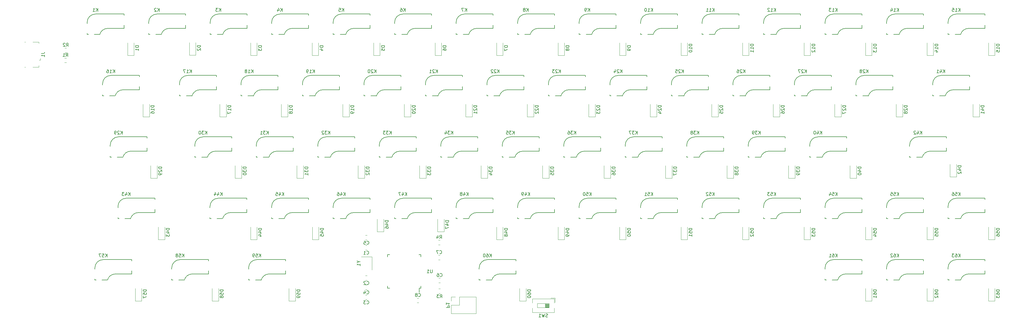
<source format=gbo>
G04 #@! TF.GenerationSoftware,KiCad,Pcbnew,(5.99.0-208-ga1d3f3486)*
G04 #@! TF.CreationDate,2020-08-15T19:48:29+07:00*
G04 #@! TF.ProjectId,pheromone_ansi,70686572-6f6d-46f6-9e65-5f616e73692e,rev?*
G04 #@! TF.SameCoordinates,Original*
G04 #@! TF.FileFunction,Legend,Bot*
G04 #@! TF.FilePolarity,Positive*
%FSLAX46Y46*%
G04 Gerber Fmt 4.6, Leading zero omitted, Abs format (unit mm)*
G04 Created by KiCad (PCBNEW (5.99.0-208-ga1d3f3486)) date 2020-08-15 19:48:29*
%MOMM*%
%LPD*%
G04 APERTURE LIST*
%ADD10C,0.150000*%
%ADD11C,0.120000*%
G04 APERTURE END LIST*
D10*
X65087500Y-112236250D02*
G75*
G02X67627500Y-109696250I2540000J0D01*
G01*
X68973338Y-116065210D02*
G75*
G02X71437500Y-114141250I2464162J-616040D01*
G01*
X65087500Y-112236250D02*
X65087500Y-112617250D01*
X65087500Y-115665250D02*
X65087500Y-116046250D01*
X65087500Y-116046250D02*
X65468500Y-116046250D01*
X67246500Y-116046250D02*
X68897500Y-116046250D01*
X71437500Y-114141250D02*
X76517500Y-114141250D01*
X76517500Y-114141250D02*
X76517500Y-113125250D01*
X76517500Y-110077250D02*
X76517500Y-109696250D01*
X76517500Y-109696250D02*
X67627500Y-109696250D01*
X62706250Y-93186250D02*
G75*
G02X65246250Y-90646250I2540000J0D01*
G01*
X66592088Y-97015210D02*
G75*
G02X69056250Y-95091250I2464162J-616040D01*
G01*
X62706250Y-93186250D02*
X62706250Y-93567250D01*
X62706250Y-96615250D02*
X62706250Y-96996250D01*
X62706250Y-96996250D02*
X63087250Y-96996250D01*
X64865250Y-96996250D02*
X66516250Y-96996250D01*
X69056250Y-95091250D02*
X74136250Y-95091250D01*
X74136250Y-95091250D02*
X74136250Y-94075250D01*
X74136250Y-91027250D02*
X74136250Y-90646250D01*
X74136250Y-90646250D02*
X65246250Y-90646250D01*
X60325000Y-74136250D02*
G75*
G02X62865000Y-71596250I2540000J0D01*
G01*
X64210838Y-77965210D02*
G75*
G02X66675000Y-76041250I2464162J-616040D01*
G01*
X60325000Y-74136250D02*
X60325000Y-74517250D01*
X60325000Y-77565250D02*
X60325000Y-77946250D01*
X60325000Y-77946250D02*
X60706000Y-77946250D01*
X62484000Y-77946250D02*
X64135000Y-77946250D01*
X66675000Y-76041250D02*
X71755000Y-76041250D01*
X71755000Y-76041250D02*
X71755000Y-75025250D01*
X71755000Y-71977250D02*
X71755000Y-71596250D01*
X71755000Y-71596250D02*
X62865000Y-71596250D01*
X177006250Y-131286250D02*
G75*
G02X179546250Y-128746250I2540000J0D01*
G01*
X180892088Y-135115210D02*
G75*
G02X183356250Y-133191250I2464162J-616040D01*
G01*
X177006250Y-131286250D02*
X177006250Y-131667250D01*
X177006250Y-134715250D02*
X177006250Y-135096250D01*
X177006250Y-135096250D02*
X177387250Y-135096250D01*
X179165250Y-135096250D02*
X180816250Y-135096250D01*
X183356250Y-133191250D02*
X188436250Y-133191250D01*
X188436250Y-133191250D02*
X188436250Y-132175250D01*
X188436250Y-129127250D02*
X188436250Y-128746250D01*
X188436250Y-128746250D02*
X179546250Y-128746250D01*
X105568750Y-131286250D02*
G75*
G02X108108750Y-128746250I2540000J0D01*
G01*
X109454588Y-135115210D02*
G75*
G02X111918750Y-133191250I2464162J-616040D01*
G01*
X105568750Y-131286250D02*
X105568750Y-131667250D01*
X105568750Y-134715250D02*
X105568750Y-135096250D01*
X105568750Y-135096250D02*
X105949750Y-135096250D01*
X107727750Y-135096250D02*
X109378750Y-135096250D01*
X111918750Y-133191250D02*
X116998750Y-133191250D01*
X116998750Y-133191250D02*
X116998750Y-132175250D01*
X116998750Y-129127250D02*
X116998750Y-128746250D01*
X116998750Y-128746250D02*
X108108750Y-128746250D01*
X81756250Y-131286250D02*
G75*
G02X84296250Y-128746250I2540000J0D01*
G01*
X85642088Y-135115210D02*
G75*
G02X88106250Y-133191250I2464162J-616040D01*
G01*
X81756250Y-131286250D02*
X81756250Y-131667250D01*
X81756250Y-134715250D02*
X81756250Y-135096250D01*
X81756250Y-135096250D02*
X82137250Y-135096250D01*
X83915250Y-135096250D02*
X85566250Y-135096250D01*
X88106250Y-133191250D02*
X93186250Y-133191250D01*
X93186250Y-133191250D02*
X93186250Y-132175250D01*
X93186250Y-129127250D02*
X93186250Y-128746250D01*
X93186250Y-128746250D02*
X84296250Y-128746250D01*
X57943750Y-131286250D02*
G75*
G02X60483750Y-128746250I2540000J0D01*
G01*
X61829588Y-135115210D02*
G75*
G02X64293750Y-133191250I2464162J-616040D01*
G01*
X57943750Y-131286250D02*
X57943750Y-131667250D01*
X57943750Y-134715250D02*
X57943750Y-135096250D01*
X57943750Y-135096250D02*
X58324750Y-135096250D01*
X60102750Y-135096250D02*
X61753750Y-135096250D01*
X64293750Y-133191250D02*
X69373750Y-133191250D01*
X69373750Y-133191250D02*
X69373750Y-132175250D01*
X69373750Y-129127250D02*
X69373750Y-128746250D01*
X69373750Y-128746250D02*
X60483750Y-128746250D01*
X310356250Y-93186250D02*
G75*
G02X312896250Y-90646250I2540000J0D01*
G01*
X314242088Y-97015210D02*
G75*
G02X316706250Y-95091250I2464162J-616040D01*
G01*
X310356250Y-93186250D02*
X310356250Y-93567250D01*
X310356250Y-96615250D02*
X310356250Y-96996250D01*
X310356250Y-96996250D02*
X310737250Y-96996250D01*
X312515250Y-96996250D02*
X314166250Y-96996250D01*
X316706250Y-95091250D02*
X321786250Y-95091250D01*
X321786250Y-95091250D02*
X321786250Y-94075250D01*
X321786250Y-91027250D02*
X321786250Y-90646250D01*
X321786250Y-90646250D02*
X312896250Y-90646250D01*
X55562500Y-55086250D02*
G75*
G02X58102500Y-52546250I2540000J0D01*
G01*
X59448338Y-58915210D02*
G75*
G02X61912500Y-56991250I2464162J-616040D01*
G01*
X55562500Y-55086250D02*
X55562500Y-55467250D01*
X55562500Y-58515250D02*
X55562500Y-58896250D01*
X55562500Y-58896250D02*
X55943500Y-58896250D01*
X57721500Y-58896250D02*
X59372500Y-58896250D01*
X61912500Y-56991250D02*
X66992500Y-56991250D01*
X66992500Y-56991250D02*
X66992500Y-55975250D01*
X66992500Y-52927250D02*
X66992500Y-52546250D01*
X66992500Y-52546250D02*
X58102500Y-52546250D01*
X322262500Y-131286250D02*
G75*
G02X324802500Y-128746250I2540000J0D01*
G01*
X326148338Y-135115210D02*
G75*
G02X328612500Y-133191250I2464162J-616040D01*
G01*
X322262500Y-131286250D02*
X322262500Y-131667250D01*
X322262500Y-134715250D02*
X322262500Y-135096250D01*
X322262500Y-135096250D02*
X322643500Y-135096250D01*
X324421500Y-135096250D02*
X326072500Y-135096250D01*
X328612500Y-133191250D02*
X333692500Y-133191250D01*
X333692500Y-133191250D02*
X333692500Y-132175250D01*
X333692500Y-129127250D02*
X333692500Y-128746250D01*
X333692500Y-128746250D02*
X324802500Y-128746250D01*
X303212500Y-131286250D02*
G75*
G02X305752500Y-128746250I2540000J0D01*
G01*
X307098338Y-135115210D02*
G75*
G02X309562500Y-133191250I2464162J-616040D01*
G01*
X303212500Y-131286250D02*
X303212500Y-131667250D01*
X303212500Y-134715250D02*
X303212500Y-135096250D01*
X303212500Y-135096250D02*
X303593500Y-135096250D01*
X305371500Y-135096250D02*
X307022500Y-135096250D01*
X309562500Y-133191250D02*
X314642500Y-133191250D01*
X314642500Y-133191250D02*
X314642500Y-132175250D01*
X314642500Y-129127250D02*
X314642500Y-128746250D01*
X314642500Y-128746250D02*
X305752500Y-128746250D01*
X284162500Y-131286250D02*
G75*
G02X286702500Y-128746250I2540000J0D01*
G01*
X288048338Y-135115210D02*
G75*
G02X290512500Y-133191250I2464162J-616040D01*
G01*
X284162500Y-131286250D02*
X284162500Y-131667250D01*
X284162500Y-134715250D02*
X284162500Y-135096250D01*
X284162500Y-135096250D02*
X284543500Y-135096250D01*
X286321500Y-135096250D02*
X287972500Y-135096250D01*
X290512500Y-133191250D02*
X295592500Y-133191250D01*
X295592500Y-133191250D02*
X295592500Y-132175250D01*
X295592500Y-129127250D02*
X295592500Y-128746250D01*
X295592500Y-128746250D02*
X286702500Y-128746250D01*
X322262500Y-112236250D02*
G75*
G02X324802500Y-109696250I2540000J0D01*
G01*
X326148338Y-116065210D02*
G75*
G02X328612500Y-114141250I2464162J-616040D01*
G01*
X322262500Y-112236250D02*
X322262500Y-112617250D01*
X322262500Y-115665250D02*
X322262500Y-116046250D01*
X322262500Y-116046250D02*
X322643500Y-116046250D01*
X324421500Y-116046250D02*
X326072500Y-116046250D01*
X328612500Y-114141250D02*
X333692500Y-114141250D01*
X333692500Y-114141250D02*
X333692500Y-113125250D01*
X333692500Y-110077250D02*
X333692500Y-109696250D01*
X333692500Y-109696250D02*
X324802500Y-109696250D01*
X303212500Y-112236250D02*
G75*
G02X305752500Y-109696250I2540000J0D01*
G01*
X307098338Y-116065210D02*
G75*
G02X309562500Y-114141250I2464162J-616040D01*
G01*
X303212500Y-112236250D02*
X303212500Y-112617250D01*
X303212500Y-115665250D02*
X303212500Y-116046250D01*
X303212500Y-116046250D02*
X303593500Y-116046250D01*
X305371500Y-116046250D02*
X307022500Y-116046250D01*
X309562500Y-114141250D02*
X314642500Y-114141250D01*
X314642500Y-114141250D02*
X314642500Y-113125250D01*
X314642500Y-110077250D02*
X314642500Y-109696250D01*
X314642500Y-109696250D02*
X305752500Y-109696250D01*
X284162500Y-112236250D02*
G75*
G02X286702500Y-109696250I2540000J0D01*
G01*
X288048338Y-116065210D02*
G75*
G02X290512500Y-114141250I2464162J-616040D01*
G01*
X284162500Y-112236250D02*
X284162500Y-112617250D01*
X284162500Y-115665250D02*
X284162500Y-116046250D01*
X284162500Y-116046250D02*
X284543500Y-116046250D01*
X286321500Y-116046250D02*
X287972500Y-116046250D01*
X290512500Y-114141250D02*
X295592500Y-114141250D01*
X295592500Y-114141250D02*
X295592500Y-113125250D01*
X295592500Y-110077250D02*
X295592500Y-109696250D01*
X295592500Y-109696250D02*
X286702500Y-109696250D01*
X265112500Y-112236250D02*
G75*
G02X267652500Y-109696250I2540000J0D01*
G01*
X268998338Y-116065210D02*
G75*
G02X271462500Y-114141250I2464162J-616040D01*
G01*
X265112500Y-112236250D02*
X265112500Y-112617250D01*
X265112500Y-115665250D02*
X265112500Y-116046250D01*
X265112500Y-116046250D02*
X265493500Y-116046250D01*
X267271500Y-116046250D02*
X268922500Y-116046250D01*
X271462500Y-114141250D02*
X276542500Y-114141250D01*
X276542500Y-114141250D02*
X276542500Y-113125250D01*
X276542500Y-110077250D02*
X276542500Y-109696250D01*
X276542500Y-109696250D02*
X267652500Y-109696250D01*
X246062500Y-112236250D02*
G75*
G02X248602500Y-109696250I2540000J0D01*
G01*
X249948338Y-116065210D02*
G75*
G02X252412500Y-114141250I2464162J-616040D01*
G01*
X246062500Y-112236250D02*
X246062500Y-112617250D01*
X246062500Y-115665250D02*
X246062500Y-116046250D01*
X246062500Y-116046250D02*
X246443500Y-116046250D01*
X248221500Y-116046250D02*
X249872500Y-116046250D01*
X252412500Y-114141250D02*
X257492500Y-114141250D01*
X257492500Y-114141250D02*
X257492500Y-113125250D01*
X257492500Y-110077250D02*
X257492500Y-109696250D01*
X257492500Y-109696250D02*
X248602500Y-109696250D01*
X227012500Y-112236250D02*
G75*
G02X229552500Y-109696250I2540000J0D01*
G01*
X230898338Y-116065210D02*
G75*
G02X233362500Y-114141250I2464162J-616040D01*
G01*
X227012500Y-112236250D02*
X227012500Y-112617250D01*
X227012500Y-115665250D02*
X227012500Y-116046250D01*
X227012500Y-116046250D02*
X227393500Y-116046250D01*
X229171500Y-116046250D02*
X230822500Y-116046250D01*
X233362500Y-114141250D02*
X238442500Y-114141250D01*
X238442500Y-114141250D02*
X238442500Y-113125250D01*
X238442500Y-110077250D02*
X238442500Y-109696250D01*
X238442500Y-109696250D02*
X229552500Y-109696250D01*
X207962500Y-112236250D02*
G75*
G02X210502500Y-109696250I2540000J0D01*
G01*
X211848338Y-116065210D02*
G75*
G02X214312500Y-114141250I2464162J-616040D01*
G01*
X207962500Y-112236250D02*
X207962500Y-112617250D01*
X207962500Y-115665250D02*
X207962500Y-116046250D01*
X207962500Y-116046250D02*
X208343500Y-116046250D01*
X210121500Y-116046250D02*
X211772500Y-116046250D01*
X214312500Y-114141250D02*
X219392500Y-114141250D01*
X219392500Y-114141250D02*
X219392500Y-113125250D01*
X219392500Y-110077250D02*
X219392500Y-109696250D01*
X219392500Y-109696250D02*
X210502500Y-109696250D01*
X188912500Y-112236250D02*
G75*
G02X191452500Y-109696250I2540000J0D01*
G01*
X192798338Y-116065210D02*
G75*
G02X195262500Y-114141250I2464162J-616040D01*
G01*
X188912500Y-112236250D02*
X188912500Y-112617250D01*
X188912500Y-115665250D02*
X188912500Y-116046250D01*
X188912500Y-116046250D02*
X189293500Y-116046250D01*
X191071500Y-116046250D02*
X192722500Y-116046250D01*
X195262500Y-114141250D02*
X200342500Y-114141250D01*
X200342500Y-114141250D02*
X200342500Y-113125250D01*
X200342500Y-110077250D02*
X200342500Y-109696250D01*
X200342500Y-109696250D02*
X191452500Y-109696250D01*
X169862500Y-112236250D02*
G75*
G02X172402500Y-109696250I2540000J0D01*
G01*
X173748338Y-116065210D02*
G75*
G02X176212500Y-114141250I2464162J-616040D01*
G01*
X169862500Y-112236250D02*
X169862500Y-112617250D01*
X169862500Y-115665250D02*
X169862500Y-116046250D01*
X169862500Y-116046250D02*
X170243500Y-116046250D01*
X172021500Y-116046250D02*
X173672500Y-116046250D01*
X176212500Y-114141250D02*
X181292500Y-114141250D01*
X181292500Y-114141250D02*
X181292500Y-113125250D01*
X181292500Y-110077250D02*
X181292500Y-109696250D01*
X181292500Y-109696250D02*
X172402500Y-109696250D01*
X150812500Y-112236250D02*
G75*
G02X153352500Y-109696250I2540000J0D01*
G01*
X154698338Y-116065210D02*
G75*
G02X157162500Y-114141250I2464162J-616040D01*
G01*
X150812500Y-112236250D02*
X150812500Y-112617250D01*
X150812500Y-115665250D02*
X150812500Y-116046250D01*
X150812500Y-116046250D02*
X151193500Y-116046250D01*
X152971500Y-116046250D02*
X154622500Y-116046250D01*
X157162500Y-114141250D02*
X162242500Y-114141250D01*
X162242500Y-114141250D02*
X162242500Y-113125250D01*
X162242500Y-110077250D02*
X162242500Y-109696250D01*
X162242500Y-109696250D02*
X153352500Y-109696250D01*
X131762500Y-112236250D02*
G75*
G02X134302500Y-109696250I2540000J0D01*
G01*
X135648338Y-116065210D02*
G75*
G02X138112500Y-114141250I2464162J-616040D01*
G01*
X131762500Y-112236250D02*
X131762500Y-112617250D01*
X131762500Y-115665250D02*
X131762500Y-116046250D01*
X131762500Y-116046250D02*
X132143500Y-116046250D01*
X133921500Y-116046250D02*
X135572500Y-116046250D01*
X138112500Y-114141250D02*
X143192500Y-114141250D01*
X143192500Y-114141250D02*
X143192500Y-113125250D01*
X143192500Y-110077250D02*
X143192500Y-109696250D01*
X143192500Y-109696250D02*
X134302500Y-109696250D01*
X112712500Y-112236250D02*
G75*
G02X115252500Y-109696250I2540000J0D01*
G01*
X116598338Y-116065210D02*
G75*
G02X119062500Y-114141250I2464162J-616040D01*
G01*
X112712500Y-112236250D02*
X112712500Y-112617250D01*
X112712500Y-115665250D02*
X112712500Y-116046250D01*
X112712500Y-116046250D02*
X113093500Y-116046250D01*
X114871500Y-116046250D02*
X116522500Y-116046250D01*
X119062500Y-114141250D02*
X124142500Y-114141250D01*
X124142500Y-114141250D02*
X124142500Y-113125250D01*
X124142500Y-110077250D02*
X124142500Y-109696250D01*
X124142500Y-109696250D02*
X115252500Y-109696250D01*
X93603750Y-112236250D02*
G75*
G02X96143750Y-109696250I2540000J0D01*
G01*
X97489588Y-116065210D02*
G75*
G02X99953750Y-114141250I2464162J-616040D01*
G01*
X93603750Y-112236250D02*
X93603750Y-112617250D01*
X93603750Y-115665250D02*
X93603750Y-116046250D01*
X93603750Y-116046250D02*
X93984750Y-116046250D01*
X95762750Y-116046250D02*
X97413750Y-116046250D01*
X99953750Y-114141250D02*
X105033750Y-114141250D01*
X105033750Y-114141250D02*
X105033750Y-113125250D01*
X105033750Y-110077250D02*
X105033750Y-109696250D01*
X105033750Y-109696250D02*
X96143750Y-109696250D01*
X317500000Y-74136250D02*
G75*
G02X320040000Y-71596250I2540000J0D01*
G01*
X321385838Y-77965210D02*
G75*
G02X323850000Y-76041250I2464162J-616040D01*
G01*
X317500000Y-74136250D02*
X317500000Y-74517250D01*
X317500000Y-77565250D02*
X317500000Y-77946250D01*
X317500000Y-77946250D02*
X317881000Y-77946250D01*
X319659000Y-77946250D02*
X321310000Y-77946250D01*
X323850000Y-76041250D02*
X328930000Y-76041250D01*
X328930000Y-76041250D02*
X328930000Y-75025250D01*
X328930000Y-71977250D02*
X328930000Y-71596250D01*
X328930000Y-71596250D02*
X320040000Y-71596250D01*
X279400000Y-93186250D02*
G75*
G02X281940000Y-90646250I2540000J0D01*
G01*
X283285838Y-97015210D02*
G75*
G02X285750000Y-95091250I2464162J-616040D01*
G01*
X279400000Y-93186250D02*
X279400000Y-93567250D01*
X279400000Y-96615250D02*
X279400000Y-96996250D01*
X279400000Y-96996250D02*
X279781000Y-96996250D01*
X281559000Y-96996250D02*
X283210000Y-96996250D01*
X285750000Y-95091250D02*
X290830000Y-95091250D01*
X290830000Y-95091250D02*
X290830000Y-94075250D01*
X290830000Y-91027250D02*
X290830000Y-90646250D01*
X290830000Y-90646250D02*
X281940000Y-90646250D01*
X260350000Y-93186250D02*
G75*
G02X262890000Y-90646250I2540000J0D01*
G01*
X264235838Y-97015210D02*
G75*
G02X266700000Y-95091250I2464162J-616040D01*
G01*
X260350000Y-93186250D02*
X260350000Y-93567250D01*
X260350000Y-96615250D02*
X260350000Y-96996250D01*
X260350000Y-96996250D02*
X260731000Y-96996250D01*
X262509000Y-96996250D02*
X264160000Y-96996250D01*
X266700000Y-95091250D02*
X271780000Y-95091250D01*
X271780000Y-95091250D02*
X271780000Y-94075250D01*
X271780000Y-91027250D02*
X271780000Y-90646250D01*
X271780000Y-90646250D02*
X262890000Y-90646250D01*
X241300000Y-93186250D02*
G75*
G02X243840000Y-90646250I2540000J0D01*
G01*
X245185838Y-97015210D02*
G75*
G02X247650000Y-95091250I2464162J-616040D01*
G01*
X241300000Y-93186250D02*
X241300000Y-93567250D01*
X241300000Y-96615250D02*
X241300000Y-96996250D01*
X241300000Y-96996250D02*
X241681000Y-96996250D01*
X243459000Y-96996250D02*
X245110000Y-96996250D01*
X247650000Y-95091250D02*
X252730000Y-95091250D01*
X252730000Y-95091250D02*
X252730000Y-94075250D01*
X252730000Y-91027250D02*
X252730000Y-90646250D01*
X252730000Y-90646250D02*
X243840000Y-90646250D01*
X222250000Y-93186250D02*
G75*
G02X224790000Y-90646250I2540000J0D01*
G01*
X226135838Y-97015210D02*
G75*
G02X228600000Y-95091250I2464162J-616040D01*
G01*
X222250000Y-93186250D02*
X222250000Y-93567250D01*
X222250000Y-96615250D02*
X222250000Y-96996250D01*
X222250000Y-96996250D02*
X222631000Y-96996250D01*
X224409000Y-96996250D02*
X226060000Y-96996250D01*
X228600000Y-95091250D02*
X233680000Y-95091250D01*
X233680000Y-95091250D02*
X233680000Y-94075250D01*
X233680000Y-91027250D02*
X233680000Y-90646250D01*
X233680000Y-90646250D02*
X224790000Y-90646250D01*
X203200000Y-93186250D02*
G75*
G02X205740000Y-90646250I2540000J0D01*
G01*
X207085838Y-97015210D02*
G75*
G02X209550000Y-95091250I2464162J-616040D01*
G01*
X203200000Y-93186250D02*
X203200000Y-93567250D01*
X203200000Y-96615250D02*
X203200000Y-96996250D01*
X203200000Y-96996250D02*
X203581000Y-96996250D01*
X205359000Y-96996250D02*
X207010000Y-96996250D01*
X209550000Y-95091250D02*
X214630000Y-95091250D01*
X214630000Y-95091250D02*
X214630000Y-94075250D01*
X214630000Y-91027250D02*
X214630000Y-90646250D01*
X214630000Y-90646250D02*
X205740000Y-90646250D01*
X184150000Y-93186250D02*
G75*
G02X186690000Y-90646250I2540000J0D01*
G01*
X188035838Y-97015210D02*
G75*
G02X190500000Y-95091250I2464162J-616040D01*
G01*
X184150000Y-93186250D02*
X184150000Y-93567250D01*
X184150000Y-96615250D02*
X184150000Y-96996250D01*
X184150000Y-96996250D02*
X184531000Y-96996250D01*
X186309000Y-96996250D02*
X187960000Y-96996250D01*
X190500000Y-95091250D02*
X195580000Y-95091250D01*
X195580000Y-95091250D02*
X195580000Y-94075250D01*
X195580000Y-91027250D02*
X195580000Y-90646250D01*
X195580000Y-90646250D02*
X186690000Y-90646250D01*
X165100000Y-93186250D02*
G75*
G02X167640000Y-90646250I2540000J0D01*
G01*
X168985838Y-97015210D02*
G75*
G02X171450000Y-95091250I2464162J-616040D01*
G01*
X165100000Y-93186250D02*
X165100000Y-93567250D01*
X165100000Y-96615250D02*
X165100000Y-96996250D01*
X165100000Y-96996250D02*
X165481000Y-96996250D01*
X167259000Y-96996250D02*
X168910000Y-96996250D01*
X171450000Y-95091250D02*
X176530000Y-95091250D01*
X176530000Y-95091250D02*
X176530000Y-94075250D01*
X176530000Y-91027250D02*
X176530000Y-90646250D01*
X176530000Y-90646250D02*
X167640000Y-90646250D01*
X146050000Y-93186250D02*
G75*
G02X148590000Y-90646250I2540000J0D01*
G01*
X149935838Y-97015210D02*
G75*
G02X152400000Y-95091250I2464162J-616040D01*
G01*
X146050000Y-93186250D02*
X146050000Y-93567250D01*
X146050000Y-96615250D02*
X146050000Y-96996250D01*
X146050000Y-96996250D02*
X146431000Y-96996250D01*
X148209000Y-96996250D02*
X149860000Y-96996250D01*
X152400000Y-95091250D02*
X157480000Y-95091250D01*
X157480000Y-95091250D02*
X157480000Y-94075250D01*
X157480000Y-91027250D02*
X157480000Y-90646250D01*
X157480000Y-90646250D02*
X148590000Y-90646250D01*
X127000000Y-93186250D02*
G75*
G02X129540000Y-90646250I2540000J0D01*
G01*
X130885838Y-97015210D02*
G75*
G02X133350000Y-95091250I2464162J-616040D01*
G01*
X127000000Y-93186250D02*
X127000000Y-93567250D01*
X127000000Y-96615250D02*
X127000000Y-96996250D01*
X127000000Y-96996250D02*
X127381000Y-96996250D01*
X129159000Y-96996250D02*
X130810000Y-96996250D01*
X133350000Y-95091250D02*
X138430000Y-95091250D01*
X138430000Y-95091250D02*
X138430000Y-94075250D01*
X138430000Y-91027250D02*
X138430000Y-90646250D01*
X138430000Y-90646250D02*
X129540000Y-90646250D01*
X107950000Y-93186250D02*
G75*
G02X110490000Y-90646250I2540000J0D01*
G01*
X111835838Y-97015210D02*
G75*
G02X114300000Y-95091250I2464162J-616040D01*
G01*
X107950000Y-93186250D02*
X107950000Y-93567250D01*
X107950000Y-96615250D02*
X107950000Y-96996250D01*
X107950000Y-96996250D02*
X108331000Y-96996250D01*
X110109000Y-96996250D02*
X111760000Y-96996250D01*
X114300000Y-95091250D02*
X119380000Y-95091250D01*
X119380000Y-95091250D02*
X119380000Y-94075250D01*
X119380000Y-91027250D02*
X119380000Y-90646250D01*
X119380000Y-90646250D02*
X110490000Y-90646250D01*
X88900000Y-93186250D02*
G75*
G02X91440000Y-90646250I2540000J0D01*
G01*
X92785838Y-97015210D02*
G75*
G02X95250000Y-95091250I2464162J-616040D01*
G01*
X88900000Y-93186250D02*
X88900000Y-93567250D01*
X88900000Y-96615250D02*
X88900000Y-96996250D01*
X88900000Y-96996250D02*
X89281000Y-96996250D01*
X91059000Y-96996250D02*
X92710000Y-96996250D01*
X95250000Y-95091250D02*
X100330000Y-95091250D01*
X100330000Y-95091250D02*
X100330000Y-94075250D01*
X100330000Y-91027250D02*
X100330000Y-90646250D01*
X100330000Y-90646250D02*
X91440000Y-90646250D01*
X293687500Y-74136250D02*
G75*
G02X296227500Y-71596250I2540000J0D01*
G01*
X297573338Y-77965210D02*
G75*
G02X300037500Y-76041250I2464162J-616040D01*
G01*
X293687500Y-74136250D02*
X293687500Y-74517250D01*
X293687500Y-77565250D02*
X293687500Y-77946250D01*
X293687500Y-77946250D02*
X294068500Y-77946250D01*
X295846500Y-77946250D02*
X297497500Y-77946250D01*
X300037500Y-76041250D02*
X305117500Y-76041250D01*
X305117500Y-76041250D02*
X305117500Y-75025250D01*
X305117500Y-71977250D02*
X305117500Y-71596250D01*
X305117500Y-71596250D02*
X296227500Y-71596250D01*
X274637500Y-74136250D02*
G75*
G02X277177500Y-71596250I2540000J0D01*
G01*
X278523338Y-77965210D02*
G75*
G02X280987500Y-76041250I2464162J-616040D01*
G01*
X274637500Y-74136250D02*
X274637500Y-74517250D01*
X274637500Y-77565250D02*
X274637500Y-77946250D01*
X274637500Y-77946250D02*
X275018500Y-77946250D01*
X276796500Y-77946250D02*
X278447500Y-77946250D01*
X280987500Y-76041250D02*
X286067500Y-76041250D01*
X286067500Y-76041250D02*
X286067500Y-75025250D01*
X286067500Y-71977250D02*
X286067500Y-71596250D01*
X286067500Y-71596250D02*
X277177500Y-71596250D01*
X255587500Y-74136250D02*
G75*
G02X258127500Y-71596250I2540000J0D01*
G01*
X259473338Y-77965210D02*
G75*
G02X261937500Y-76041250I2464162J-616040D01*
G01*
X255587500Y-74136250D02*
X255587500Y-74517250D01*
X255587500Y-77565250D02*
X255587500Y-77946250D01*
X255587500Y-77946250D02*
X255968500Y-77946250D01*
X257746500Y-77946250D02*
X259397500Y-77946250D01*
X261937500Y-76041250D02*
X267017500Y-76041250D01*
X267017500Y-76041250D02*
X267017500Y-75025250D01*
X267017500Y-71977250D02*
X267017500Y-71596250D01*
X267017500Y-71596250D02*
X258127500Y-71596250D01*
X236537500Y-74136250D02*
G75*
G02X239077500Y-71596250I2540000J0D01*
G01*
X240423338Y-77965210D02*
G75*
G02X242887500Y-76041250I2464162J-616040D01*
G01*
X236537500Y-74136250D02*
X236537500Y-74517250D01*
X236537500Y-77565250D02*
X236537500Y-77946250D01*
X236537500Y-77946250D02*
X236918500Y-77946250D01*
X238696500Y-77946250D02*
X240347500Y-77946250D01*
X242887500Y-76041250D02*
X247967500Y-76041250D01*
X247967500Y-76041250D02*
X247967500Y-75025250D01*
X247967500Y-71977250D02*
X247967500Y-71596250D01*
X247967500Y-71596250D02*
X239077500Y-71596250D01*
X217487500Y-74136250D02*
G75*
G02X220027500Y-71596250I2540000J0D01*
G01*
X221373338Y-77965210D02*
G75*
G02X223837500Y-76041250I2464162J-616040D01*
G01*
X217487500Y-74136250D02*
X217487500Y-74517250D01*
X217487500Y-77565250D02*
X217487500Y-77946250D01*
X217487500Y-77946250D02*
X217868500Y-77946250D01*
X219646500Y-77946250D02*
X221297500Y-77946250D01*
X223837500Y-76041250D02*
X228917500Y-76041250D01*
X228917500Y-76041250D02*
X228917500Y-75025250D01*
X228917500Y-71977250D02*
X228917500Y-71596250D01*
X228917500Y-71596250D02*
X220027500Y-71596250D01*
X198437500Y-74136250D02*
G75*
G02X200977500Y-71596250I2540000J0D01*
G01*
X202323338Y-77965210D02*
G75*
G02X204787500Y-76041250I2464162J-616040D01*
G01*
X198437500Y-74136250D02*
X198437500Y-74517250D01*
X198437500Y-77565250D02*
X198437500Y-77946250D01*
X198437500Y-77946250D02*
X198818500Y-77946250D01*
X200596500Y-77946250D02*
X202247500Y-77946250D01*
X204787500Y-76041250D02*
X209867500Y-76041250D01*
X209867500Y-76041250D02*
X209867500Y-75025250D01*
X209867500Y-71977250D02*
X209867500Y-71596250D01*
X209867500Y-71596250D02*
X200977500Y-71596250D01*
X179387500Y-74136250D02*
G75*
G02X181927500Y-71596250I2540000J0D01*
G01*
X183273338Y-77965210D02*
G75*
G02X185737500Y-76041250I2464162J-616040D01*
G01*
X179387500Y-74136250D02*
X179387500Y-74517250D01*
X179387500Y-77565250D02*
X179387500Y-77946250D01*
X179387500Y-77946250D02*
X179768500Y-77946250D01*
X181546500Y-77946250D02*
X183197500Y-77946250D01*
X185737500Y-76041250D02*
X190817500Y-76041250D01*
X190817500Y-76041250D02*
X190817500Y-75025250D01*
X190817500Y-71977250D02*
X190817500Y-71596250D01*
X190817500Y-71596250D02*
X181927500Y-71596250D01*
X160337500Y-74136250D02*
G75*
G02X162877500Y-71596250I2540000J0D01*
G01*
X164223338Y-77965210D02*
G75*
G02X166687500Y-76041250I2464162J-616040D01*
G01*
X160337500Y-74136250D02*
X160337500Y-74517250D01*
X160337500Y-77565250D02*
X160337500Y-77946250D01*
X160337500Y-77946250D02*
X160718500Y-77946250D01*
X162496500Y-77946250D02*
X164147500Y-77946250D01*
X166687500Y-76041250D02*
X171767500Y-76041250D01*
X171767500Y-76041250D02*
X171767500Y-75025250D01*
X171767500Y-71977250D02*
X171767500Y-71596250D01*
X171767500Y-71596250D02*
X162877500Y-71596250D01*
X141287500Y-74136250D02*
G75*
G02X143827500Y-71596250I2540000J0D01*
G01*
X145173338Y-77965210D02*
G75*
G02X147637500Y-76041250I2464162J-616040D01*
G01*
X141287500Y-74136250D02*
X141287500Y-74517250D01*
X141287500Y-77565250D02*
X141287500Y-77946250D01*
X141287500Y-77946250D02*
X141668500Y-77946250D01*
X143446500Y-77946250D02*
X145097500Y-77946250D01*
X147637500Y-76041250D02*
X152717500Y-76041250D01*
X152717500Y-76041250D02*
X152717500Y-75025250D01*
X152717500Y-71977250D02*
X152717500Y-71596250D01*
X152717500Y-71596250D02*
X143827500Y-71596250D01*
X122237500Y-74136250D02*
G75*
G02X124777500Y-71596250I2540000J0D01*
G01*
X126123338Y-77965210D02*
G75*
G02X128587500Y-76041250I2464162J-616040D01*
G01*
X122237500Y-74136250D02*
X122237500Y-74517250D01*
X122237500Y-77565250D02*
X122237500Y-77946250D01*
X122237500Y-77946250D02*
X122618500Y-77946250D01*
X124396500Y-77946250D02*
X126047500Y-77946250D01*
X128587500Y-76041250D02*
X133667500Y-76041250D01*
X133667500Y-76041250D02*
X133667500Y-75025250D01*
X133667500Y-71977250D02*
X133667500Y-71596250D01*
X133667500Y-71596250D02*
X124777500Y-71596250D01*
X103187500Y-74136250D02*
G75*
G02X105727500Y-71596250I2540000J0D01*
G01*
X107073338Y-77965210D02*
G75*
G02X109537500Y-76041250I2464162J-616040D01*
G01*
X103187500Y-74136250D02*
X103187500Y-74517250D01*
X103187500Y-77565250D02*
X103187500Y-77946250D01*
X103187500Y-77946250D02*
X103568500Y-77946250D01*
X105346500Y-77946250D02*
X106997500Y-77946250D01*
X109537500Y-76041250D02*
X114617500Y-76041250D01*
X114617500Y-76041250D02*
X114617500Y-75025250D01*
X114617500Y-71977250D02*
X114617500Y-71596250D01*
X114617500Y-71596250D02*
X105727500Y-71596250D01*
X84137500Y-74136250D02*
G75*
G02X86677500Y-71596250I2540000J0D01*
G01*
X88023338Y-77965210D02*
G75*
G02X90487500Y-76041250I2464162J-616040D01*
G01*
X84137500Y-74136250D02*
X84137500Y-74517250D01*
X84137500Y-77565250D02*
X84137500Y-77946250D01*
X84137500Y-77946250D02*
X84518500Y-77946250D01*
X86296500Y-77946250D02*
X87947500Y-77946250D01*
X90487500Y-76041250D02*
X95567500Y-76041250D01*
X95567500Y-76041250D02*
X95567500Y-75025250D01*
X95567500Y-71977250D02*
X95567500Y-71596250D01*
X95567500Y-71596250D02*
X86677500Y-71596250D01*
X322262500Y-55086250D02*
G75*
G02X324802500Y-52546250I2540000J0D01*
G01*
X326148338Y-58915210D02*
G75*
G02X328612500Y-56991250I2464162J-616040D01*
G01*
X322262500Y-55086250D02*
X322262500Y-55467250D01*
X322262500Y-58515250D02*
X322262500Y-58896250D01*
X322262500Y-58896250D02*
X322643500Y-58896250D01*
X324421500Y-58896250D02*
X326072500Y-58896250D01*
X328612500Y-56991250D02*
X333692500Y-56991250D01*
X333692500Y-56991250D02*
X333692500Y-55975250D01*
X333692500Y-52927250D02*
X333692500Y-52546250D01*
X333692500Y-52546250D02*
X324802500Y-52546250D01*
X303212500Y-55086250D02*
G75*
G02X305752500Y-52546250I2540000J0D01*
G01*
X307098338Y-58915210D02*
G75*
G02X309562500Y-56991250I2464162J-616040D01*
G01*
X303212500Y-55086250D02*
X303212500Y-55467250D01*
X303212500Y-58515250D02*
X303212500Y-58896250D01*
X303212500Y-58896250D02*
X303593500Y-58896250D01*
X305371500Y-58896250D02*
X307022500Y-58896250D01*
X309562500Y-56991250D02*
X314642500Y-56991250D01*
X314642500Y-56991250D02*
X314642500Y-55975250D01*
X314642500Y-52927250D02*
X314642500Y-52546250D01*
X314642500Y-52546250D02*
X305752500Y-52546250D01*
X284162500Y-55086250D02*
G75*
G02X286702500Y-52546250I2540000J0D01*
G01*
X288048338Y-58915210D02*
G75*
G02X290512500Y-56991250I2464162J-616040D01*
G01*
X284162500Y-55086250D02*
X284162500Y-55467250D01*
X284162500Y-58515250D02*
X284162500Y-58896250D01*
X284162500Y-58896250D02*
X284543500Y-58896250D01*
X286321500Y-58896250D02*
X287972500Y-58896250D01*
X290512500Y-56991250D02*
X295592500Y-56991250D01*
X295592500Y-56991250D02*
X295592500Y-55975250D01*
X295592500Y-52927250D02*
X295592500Y-52546250D01*
X295592500Y-52546250D02*
X286702500Y-52546250D01*
X265112500Y-55086250D02*
G75*
G02X267652500Y-52546250I2540000J0D01*
G01*
X268998338Y-58915210D02*
G75*
G02X271462500Y-56991250I2464162J-616040D01*
G01*
X265112500Y-55086250D02*
X265112500Y-55467250D01*
X265112500Y-58515250D02*
X265112500Y-58896250D01*
X265112500Y-58896250D02*
X265493500Y-58896250D01*
X267271500Y-58896250D02*
X268922500Y-58896250D01*
X271462500Y-56991250D02*
X276542500Y-56991250D01*
X276542500Y-56991250D02*
X276542500Y-55975250D01*
X276542500Y-52927250D02*
X276542500Y-52546250D01*
X276542500Y-52546250D02*
X267652500Y-52546250D01*
X246062500Y-55086250D02*
G75*
G02X248602500Y-52546250I2540000J0D01*
G01*
X249948338Y-58915210D02*
G75*
G02X252412500Y-56991250I2464162J-616040D01*
G01*
X246062500Y-55086250D02*
X246062500Y-55467250D01*
X246062500Y-58515250D02*
X246062500Y-58896250D01*
X246062500Y-58896250D02*
X246443500Y-58896250D01*
X248221500Y-58896250D02*
X249872500Y-58896250D01*
X252412500Y-56991250D02*
X257492500Y-56991250D01*
X257492500Y-56991250D02*
X257492500Y-55975250D01*
X257492500Y-52927250D02*
X257492500Y-52546250D01*
X257492500Y-52546250D02*
X248602500Y-52546250D01*
X227012500Y-55086250D02*
G75*
G02X229552500Y-52546250I2540000J0D01*
G01*
X230898338Y-58915210D02*
G75*
G02X233362500Y-56991250I2464162J-616040D01*
G01*
X227012500Y-55086250D02*
X227012500Y-55467250D01*
X227012500Y-58515250D02*
X227012500Y-58896250D01*
X227012500Y-58896250D02*
X227393500Y-58896250D01*
X229171500Y-58896250D02*
X230822500Y-58896250D01*
X233362500Y-56991250D02*
X238442500Y-56991250D01*
X238442500Y-56991250D02*
X238442500Y-55975250D01*
X238442500Y-52927250D02*
X238442500Y-52546250D01*
X238442500Y-52546250D02*
X229552500Y-52546250D01*
X207962500Y-55086250D02*
G75*
G02X210502500Y-52546250I2540000J0D01*
G01*
X211848338Y-58915210D02*
G75*
G02X214312500Y-56991250I2464162J-616040D01*
G01*
X207962500Y-55086250D02*
X207962500Y-55467250D01*
X207962500Y-58515250D02*
X207962500Y-58896250D01*
X207962500Y-58896250D02*
X208343500Y-58896250D01*
X210121500Y-58896250D02*
X211772500Y-58896250D01*
X214312500Y-56991250D02*
X219392500Y-56991250D01*
X219392500Y-56991250D02*
X219392500Y-55975250D01*
X219392500Y-52927250D02*
X219392500Y-52546250D01*
X219392500Y-52546250D02*
X210502500Y-52546250D01*
X188912500Y-55086250D02*
G75*
G02X191452500Y-52546250I2540000J0D01*
G01*
X192798338Y-58915210D02*
G75*
G02X195262500Y-56991250I2464162J-616040D01*
G01*
X188912500Y-55086250D02*
X188912500Y-55467250D01*
X188912500Y-58515250D02*
X188912500Y-58896250D01*
X188912500Y-58896250D02*
X189293500Y-58896250D01*
X191071500Y-58896250D02*
X192722500Y-58896250D01*
X195262500Y-56991250D02*
X200342500Y-56991250D01*
X200342500Y-56991250D02*
X200342500Y-55975250D01*
X200342500Y-52927250D02*
X200342500Y-52546250D01*
X200342500Y-52546250D02*
X191452500Y-52546250D01*
X169862500Y-55086250D02*
G75*
G02X172402500Y-52546250I2540000J0D01*
G01*
X173748338Y-58915210D02*
G75*
G02X176212500Y-56991250I2464162J-616040D01*
G01*
X169862500Y-55086250D02*
X169862500Y-55467250D01*
X169862500Y-58515250D02*
X169862500Y-58896250D01*
X169862500Y-58896250D02*
X170243500Y-58896250D01*
X172021500Y-58896250D02*
X173672500Y-58896250D01*
X176212500Y-56991250D02*
X181292500Y-56991250D01*
X181292500Y-56991250D02*
X181292500Y-55975250D01*
X181292500Y-52927250D02*
X181292500Y-52546250D01*
X181292500Y-52546250D02*
X172402500Y-52546250D01*
X150812500Y-55086250D02*
G75*
G02X153352500Y-52546250I2540000J0D01*
G01*
X154698338Y-58915210D02*
G75*
G02X157162500Y-56991250I2464162J-616040D01*
G01*
X150812500Y-55086250D02*
X150812500Y-55467250D01*
X150812500Y-58515250D02*
X150812500Y-58896250D01*
X150812500Y-58896250D02*
X151193500Y-58896250D01*
X152971500Y-58896250D02*
X154622500Y-58896250D01*
X157162500Y-56991250D02*
X162242500Y-56991250D01*
X162242500Y-56991250D02*
X162242500Y-55975250D01*
X162242500Y-52927250D02*
X162242500Y-52546250D01*
X162242500Y-52546250D02*
X153352500Y-52546250D01*
X131762500Y-55086250D02*
G75*
G02X134302500Y-52546250I2540000J0D01*
G01*
X135648338Y-58915210D02*
G75*
G02X138112500Y-56991250I2464162J-616040D01*
G01*
X131762500Y-55086250D02*
X131762500Y-55467250D01*
X131762500Y-58515250D02*
X131762500Y-58896250D01*
X131762500Y-58896250D02*
X132143500Y-58896250D01*
X133921500Y-58896250D02*
X135572500Y-58896250D01*
X138112500Y-56991250D02*
X143192500Y-56991250D01*
X143192500Y-56991250D02*
X143192500Y-55975250D01*
X143192500Y-52927250D02*
X143192500Y-52546250D01*
X143192500Y-52546250D02*
X134302500Y-52546250D01*
X112712500Y-55086250D02*
G75*
G02X115252500Y-52546250I2540000J0D01*
G01*
X116598338Y-58915210D02*
G75*
G02X119062500Y-56991250I2464162J-616040D01*
G01*
X112712500Y-55086250D02*
X112712500Y-55467250D01*
X112712500Y-58515250D02*
X112712500Y-58896250D01*
X112712500Y-58896250D02*
X113093500Y-58896250D01*
X114871500Y-58896250D02*
X116522500Y-58896250D01*
X119062500Y-56991250D02*
X124142500Y-56991250D01*
X124142500Y-56991250D02*
X124142500Y-55975250D01*
X124142500Y-52927250D02*
X124142500Y-52546250D01*
X124142500Y-52546250D02*
X115252500Y-52546250D01*
X93662500Y-55086250D02*
G75*
G02X96202500Y-52546250I2540000J0D01*
G01*
X97548338Y-58915210D02*
G75*
G02X100012500Y-56991250I2464162J-616040D01*
G01*
X93662500Y-55086250D02*
X93662500Y-55467250D01*
X93662500Y-58515250D02*
X93662500Y-58896250D01*
X93662500Y-58896250D02*
X94043500Y-58896250D01*
X95821500Y-58896250D02*
X97472500Y-58896250D01*
X100012500Y-56991250D02*
X105092500Y-56991250D01*
X105092500Y-56991250D02*
X105092500Y-55975250D01*
X105092500Y-52927250D02*
X105092500Y-52546250D01*
X105092500Y-52546250D02*
X96202500Y-52546250D01*
X74612500Y-55086250D02*
G75*
G02X77152500Y-52546250I2540000J0D01*
G01*
X78498338Y-58915210D02*
G75*
G02X80962500Y-56991250I2464162J-616040D01*
G01*
X74612500Y-55086250D02*
X74612500Y-55467250D01*
X74612500Y-58515250D02*
X74612500Y-58896250D01*
X74612500Y-58896250D02*
X74993500Y-58896250D01*
X76771500Y-58896250D02*
X78422500Y-58896250D01*
X80962500Y-56991250D02*
X86042500Y-56991250D01*
X86042500Y-56991250D02*
X86042500Y-55975250D01*
X86042500Y-52927250D02*
X86042500Y-52546250D01*
X86042500Y-52546250D02*
X77152500Y-52546250D01*
X158975000Y-137575000D02*
X158400000Y-137575000D01*
X158975000Y-127225000D02*
X158300000Y-127225000D01*
X148625000Y-127225000D02*
X149300000Y-127225000D01*
X148625000Y-137575000D02*
X149300000Y-137575000D01*
X158975000Y-137575000D02*
X158975000Y-136900000D01*
X148625000Y-137575000D02*
X148625000Y-136900000D01*
X148625000Y-127225000D02*
X148625000Y-127900000D01*
X158975000Y-127225000D02*
X158975000Y-127900000D01*
X158400000Y-137575000D02*
X158400000Y-138850000D01*
D11*
X164858578Y-122690000D02*
X164341422Y-122690000D01*
X164858578Y-124110000D02*
X164341422Y-124110000D01*
X164466422Y-139210000D02*
X164983578Y-139210000D01*
X164466422Y-137790000D02*
X164983578Y-137790000D01*
X49158578Y-63090000D02*
X48641422Y-63090000D01*
X49158578Y-64510000D02*
X48641422Y-64510000D01*
X49083578Y-66190000D02*
X48566422Y-66190000D01*
X49083578Y-67610000D02*
X48566422Y-67610000D01*
X158283578Y-140690000D02*
X157766422Y-140690000D01*
X158283578Y-142110000D02*
X157766422Y-142110000D01*
X164883578Y-127390000D02*
X164366422Y-127390000D01*
X164883578Y-128810000D02*
X164366422Y-128810000D01*
X164983578Y-134490000D02*
X164466422Y-134490000D01*
X164983578Y-135910000D02*
X164466422Y-135910000D01*
X141766422Y-122610000D02*
X142283578Y-122610000D01*
X141766422Y-121190000D02*
X142283578Y-121190000D01*
X141766422Y-138010000D02*
X142283578Y-138010000D01*
X141766422Y-136590000D02*
X142283578Y-136590000D01*
X141766422Y-141110000D02*
X142283578Y-141110000D01*
X141766422Y-139690000D02*
X142283578Y-139690000D01*
X141766422Y-135110000D02*
X142283578Y-135110000D01*
X141766422Y-133690000D02*
X142283578Y-133690000D01*
X141741422Y-125710000D02*
X142258578Y-125710000D01*
X141741422Y-124290000D02*
X142258578Y-124290000D01*
X140500000Y-127900000D02*
X143800000Y-127900000D01*
X143800000Y-127900000D02*
X143800000Y-131900000D01*
X176030000Y-140270000D02*
X176030000Y-145470000D01*
X170890000Y-140270000D02*
X176030000Y-140270000D01*
X168290000Y-145470000D02*
X176030000Y-145470000D01*
X170890000Y-140270000D02*
X170890000Y-142870000D01*
X170890000Y-142870000D02*
X168290000Y-142870000D01*
X168290000Y-142870000D02*
X168290000Y-145470000D01*
X169620000Y-140270000D02*
X168290000Y-140270000D01*
X168290000Y-140270000D02*
X168290000Y-141600000D01*
X70056250Y-65353125D02*
X68056250Y-65353125D01*
X68056250Y-65353125D02*
X68056250Y-61453125D01*
X70056250Y-65353125D02*
X70056250Y-61453125D01*
X89200000Y-65300000D02*
X87200000Y-65300000D01*
X87200000Y-65300000D02*
X87200000Y-61400000D01*
X89200000Y-65300000D02*
X89200000Y-61400000D01*
X108156250Y-65353125D02*
X106156250Y-65353125D01*
X106156250Y-65353125D02*
X106156250Y-61453125D01*
X108156250Y-65353125D02*
X108156250Y-61453125D01*
X127206250Y-65353125D02*
X125206250Y-65353125D01*
X125206250Y-65353125D02*
X125206250Y-61453125D01*
X127206250Y-65353125D02*
X127206250Y-61453125D01*
X146256250Y-65353125D02*
X144256250Y-65353125D01*
X144256250Y-65353125D02*
X144256250Y-61453125D01*
X146256250Y-65353125D02*
X146256250Y-61453125D01*
X165306250Y-65353125D02*
X163306250Y-65353125D01*
X163306250Y-65353125D02*
X163306250Y-61453125D01*
X165306250Y-65353125D02*
X165306250Y-61453125D01*
X184356250Y-65353125D02*
X182356250Y-65353125D01*
X182356250Y-65353125D02*
X182356250Y-61453125D01*
X184356250Y-65353125D02*
X184356250Y-61453125D01*
X203406250Y-65353125D02*
X201406250Y-65353125D01*
X201406250Y-65353125D02*
X201406250Y-61453125D01*
X203406250Y-65353125D02*
X203406250Y-61453125D01*
X222456250Y-65353125D02*
X220456250Y-65353125D01*
X220456250Y-65353125D02*
X220456250Y-61453125D01*
X222456250Y-65353125D02*
X222456250Y-61453125D01*
X241506250Y-65353125D02*
X239506250Y-65353125D01*
X239506250Y-65353125D02*
X239506250Y-61453125D01*
X241506250Y-65353125D02*
X241506250Y-61453125D01*
X260556250Y-65353125D02*
X258556250Y-65353125D01*
X258556250Y-65353125D02*
X258556250Y-61453125D01*
X260556250Y-65353125D02*
X260556250Y-61453125D01*
X279606250Y-65353125D02*
X277606250Y-65353125D01*
X277606250Y-65353125D02*
X277606250Y-61453125D01*
X279606250Y-65353125D02*
X279606250Y-61453125D01*
X298656250Y-65353125D02*
X296656250Y-65353125D01*
X296656250Y-65353125D02*
X296656250Y-61453125D01*
X298656250Y-65353125D02*
X298656250Y-61453125D01*
X317706250Y-65353125D02*
X315706250Y-65353125D01*
X315706250Y-65353125D02*
X315706250Y-61453125D01*
X317706250Y-65353125D02*
X317706250Y-61453125D01*
X336756250Y-65353125D02*
X334756250Y-65353125D01*
X334756250Y-65353125D02*
X334756250Y-61453125D01*
X336756250Y-65353125D02*
X336756250Y-61453125D01*
X74818750Y-84403125D02*
X72818750Y-84403125D01*
X72818750Y-84403125D02*
X72818750Y-80503125D01*
X74818750Y-84403125D02*
X74818750Y-80503125D01*
X98631250Y-84400000D02*
X96631250Y-84400000D01*
X96631250Y-84400000D02*
X96631250Y-80500000D01*
X98631250Y-84400000D02*
X98631250Y-80500000D01*
X117681250Y-84403125D02*
X115681250Y-84403125D01*
X115681250Y-84403125D02*
X115681250Y-80503125D01*
X117681250Y-84403125D02*
X117681250Y-80503125D01*
X136731250Y-84403125D02*
X134731250Y-84403125D01*
X134731250Y-84403125D02*
X134731250Y-80503125D01*
X136731250Y-84403125D02*
X136731250Y-80503125D01*
X155781250Y-84403125D02*
X153781250Y-84403125D01*
X153781250Y-84403125D02*
X153781250Y-80503125D01*
X155781250Y-84403125D02*
X155781250Y-80503125D01*
X174831250Y-84403125D02*
X172831250Y-84403125D01*
X172831250Y-84403125D02*
X172831250Y-80503125D01*
X174831250Y-84403125D02*
X174831250Y-80503125D01*
X193881250Y-84403125D02*
X191881250Y-84403125D01*
X191881250Y-84403125D02*
X191881250Y-80503125D01*
X193881250Y-84403125D02*
X193881250Y-80503125D01*
X212931250Y-84403125D02*
X210931250Y-84403125D01*
X210931250Y-84403125D02*
X210931250Y-80503125D01*
X212931250Y-84403125D02*
X212931250Y-80503125D01*
X231981250Y-84403125D02*
X229981250Y-84403125D01*
X229981250Y-84403125D02*
X229981250Y-80503125D01*
X231981250Y-84403125D02*
X231981250Y-80503125D01*
X251031250Y-84403125D02*
X249031250Y-84403125D01*
X249031250Y-84403125D02*
X249031250Y-80503125D01*
X251031250Y-84403125D02*
X251031250Y-80503125D01*
X270081250Y-84403125D02*
X268081250Y-84403125D01*
X268081250Y-84403125D02*
X268081250Y-80503125D01*
X270081250Y-84403125D02*
X270081250Y-80503125D01*
X289131250Y-84403125D02*
X287131250Y-84403125D01*
X287131250Y-84403125D02*
X287131250Y-80503125D01*
X289131250Y-84403125D02*
X289131250Y-80503125D01*
X308181250Y-84403125D02*
X306181250Y-84403125D01*
X306181250Y-84403125D02*
X306181250Y-80503125D01*
X308181250Y-84403125D02*
X308181250Y-80503125D01*
X77200000Y-103453125D02*
X75200000Y-103453125D01*
X75200000Y-103453125D02*
X75200000Y-99553125D01*
X77200000Y-103453125D02*
X77200000Y-99553125D01*
X103393750Y-103453125D02*
X101393750Y-103453125D01*
X101393750Y-103453125D02*
X101393750Y-99553125D01*
X103393750Y-103453125D02*
X103393750Y-99553125D01*
X122500000Y-103500000D02*
X120500000Y-103500000D01*
X120500000Y-103500000D02*
X120500000Y-99600000D01*
X122500000Y-103500000D02*
X122500000Y-99600000D01*
X141493750Y-103453125D02*
X139493750Y-103453125D01*
X139493750Y-103453125D02*
X139493750Y-99553125D01*
X141493750Y-103453125D02*
X141493750Y-99553125D01*
X160543750Y-103453125D02*
X158543750Y-103453125D01*
X158543750Y-103453125D02*
X158543750Y-99553125D01*
X160543750Y-103453125D02*
X160543750Y-99553125D01*
X179593750Y-103453125D02*
X177593750Y-103453125D01*
X177593750Y-103453125D02*
X177593750Y-99553125D01*
X179593750Y-103453125D02*
X179593750Y-99553125D01*
X198643750Y-103453125D02*
X196643750Y-103453125D01*
X196643750Y-103453125D02*
X196643750Y-99553125D01*
X198643750Y-103453125D02*
X198643750Y-99553125D01*
X217693750Y-103453125D02*
X215693750Y-103453125D01*
X215693750Y-103453125D02*
X215693750Y-99553125D01*
X217693750Y-103453125D02*
X217693750Y-99553125D01*
X236743750Y-103453125D02*
X234743750Y-103453125D01*
X234743750Y-103453125D02*
X234743750Y-99553125D01*
X236743750Y-103453125D02*
X236743750Y-99553125D01*
X255793750Y-103453125D02*
X253793750Y-103453125D01*
X253793750Y-103453125D02*
X253793750Y-99553125D01*
X255793750Y-103453125D02*
X255793750Y-99553125D01*
X274843750Y-103453125D02*
X272843750Y-103453125D01*
X272843750Y-103453125D02*
X272843750Y-99553125D01*
X274843750Y-103453125D02*
X274843750Y-99553125D01*
X293893750Y-103453125D02*
X291893750Y-103453125D01*
X291893750Y-103453125D02*
X291893750Y-99553125D01*
X293893750Y-103453125D02*
X293893750Y-99553125D01*
X331991250Y-84403125D02*
X329991250Y-84403125D01*
X329991250Y-84403125D02*
X329991250Y-80503125D01*
X331991250Y-84403125D02*
X331991250Y-80503125D01*
X324850000Y-103056250D02*
X322850000Y-103056250D01*
X322850000Y-103056250D02*
X322850000Y-99156250D01*
X324850000Y-103056250D02*
X324850000Y-99156250D01*
X79581250Y-122503125D02*
X77581250Y-122503125D01*
X77581250Y-122503125D02*
X77581250Y-118603125D01*
X79581250Y-122503125D02*
X79581250Y-118603125D01*
X108156250Y-122503125D02*
X106156250Y-122503125D01*
X106156250Y-122503125D02*
X106156250Y-118603125D01*
X108156250Y-122503125D02*
X108156250Y-118603125D01*
X127300000Y-122500000D02*
X125300000Y-122500000D01*
X125300000Y-122500000D02*
X125300000Y-118600000D01*
X127300000Y-122500000D02*
X127300000Y-118600000D01*
X147400000Y-120050000D02*
X145400000Y-120050000D01*
X145400000Y-120050000D02*
X145400000Y-116150000D01*
X147400000Y-120050000D02*
X147400000Y-116150000D01*
X166106250Y-120103125D02*
X164106250Y-120103125D01*
X164106250Y-120103125D02*
X164106250Y-116203125D01*
X166106250Y-120103125D02*
X166106250Y-116203125D01*
X184356250Y-122503125D02*
X182356250Y-122503125D01*
X182356250Y-122503125D02*
X182356250Y-118603125D01*
X184356250Y-122503125D02*
X184356250Y-118603125D01*
X203406250Y-122503125D02*
X201406250Y-122503125D01*
X201406250Y-122503125D02*
X201406250Y-118603125D01*
X203406250Y-122503125D02*
X203406250Y-118603125D01*
X222456250Y-122503125D02*
X220456250Y-122503125D01*
X220456250Y-122503125D02*
X220456250Y-118603125D01*
X222456250Y-122503125D02*
X222456250Y-118603125D01*
X241506250Y-122503125D02*
X239506250Y-122503125D01*
X239506250Y-122503125D02*
X239506250Y-118603125D01*
X241506250Y-122503125D02*
X241506250Y-118603125D01*
X260556250Y-122503125D02*
X258556250Y-122503125D01*
X258556250Y-122503125D02*
X258556250Y-118603125D01*
X260556250Y-122503125D02*
X260556250Y-118603125D01*
X279606250Y-122503125D02*
X277606250Y-122503125D01*
X277606250Y-122503125D02*
X277606250Y-118603125D01*
X279606250Y-122503125D02*
X279606250Y-118603125D01*
X298656250Y-122503125D02*
X296656250Y-122503125D01*
X296656250Y-122503125D02*
X296656250Y-118603125D01*
X298656250Y-122503125D02*
X298656250Y-118603125D01*
X317706250Y-122503125D02*
X315706250Y-122503125D01*
X315706250Y-122503125D02*
X315706250Y-118603125D01*
X317706250Y-122503125D02*
X317706250Y-118603125D01*
X336756250Y-122503125D02*
X334756250Y-122503125D01*
X334756250Y-122503125D02*
X334756250Y-118603125D01*
X336756250Y-122503125D02*
X336756250Y-118603125D01*
X72437500Y-141553125D02*
X70437500Y-141553125D01*
X70437500Y-141553125D02*
X70437500Y-137653125D01*
X72437500Y-141553125D02*
X72437500Y-137653125D01*
X96250000Y-141553125D02*
X94250000Y-141553125D01*
X94250000Y-141553125D02*
X94250000Y-137653125D01*
X96250000Y-141553125D02*
X96250000Y-137653125D01*
X120062500Y-141553125D02*
X118062500Y-141553125D01*
X118062500Y-141553125D02*
X118062500Y-137653125D01*
X120062500Y-141553125D02*
X120062500Y-137653125D01*
X191500000Y-141553125D02*
X189500000Y-141553125D01*
X189500000Y-141553125D02*
X189500000Y-137653125D01*
X191500000Y-141553125D02*
X191500000Y-137653125D01*
X298656250Y-141553125D02*
X296656250Y-141553125D01*
X296656250Y-141553125D02*
X296656250Y-137653125D01*
X298656250Y-141553125D02*
X298656250Y-137653125D01*
X317706250Y-141553125D02*
X315706250Y-141553125D01*
X315706250Y-141553125D02*
X315706250Y-137653125D01*
X317706250Y-141553125D02*
X317706250Y-137653125D01*
X336756250Y-141553125D02*
X334756250Y-141553125D01*
X334756250Y-141553125D02*
X334756250Y-137653125D01*
X336756250Y-141553125D02*
X336756250Y-137653125D01*
X40562500Y-69000000D02*
X40562500Y-68550000D01*
X38712500Y-69000000D02*
X40562500Y-69000000D01*
X36162500Y-61200000D02*
X36412500Y-61200000D01*
X36162500Y-69000000D02*
X36412500Y-69000000D01*
X38712500Y-61200000D02*
X40562500Y-61200000D01*
X40562500Y-61200000D02*
X40562500Y-61650000D01*
X41112500Y-66800000D02*
X41112500Y-66350000D01*
X41112500Y-66800000D02*
X40662500Y-66800000D01*
X200260000Y-140890000D02*
X193440000Y-140890000D01*
X200260000Y-145110000D02*
X193440000Y-145110000D01*
X200260000Y-140890000D02*
X200260000Y-142200000D01*
X200260000Y-143800000D02*
X200260000Y-145110000D01*
X193440000Y-140890000D02*
X193440000Y-142200000D01*
X193440000Y-143800000D02*
X193440000Y-145110000D01*
X200500000Y-140650000D02*
X199117000Y-140650000D01*
X200500000Y-140650000D02*
X200500000Y-142033000D01*
X198660000Y-142365000D02*
X198660000Y-143635000D01*
X198660000Y-143635000D02*
X195040000Y-143635000D01*
X195040000Y-143635000D02*
X195040000Y-142365000D01*
X195040000Y-142365000D02*
X198660000Y-142365000D01*
X198660000Y-142485000D02*
X197453333Y-142485000D01*
X198660000Y-142605000D02*
X197453333Y-142605000D01*
X198660000Y-142725000D02*
X197453333Y-142725000D01*
X198660000Y-142845000D02*
X197453333Y-142845000D01*
X198660000Y-142965000D02*
X197453333Y-142965000D01*
X198660000Y-143085000D02*
X197453333Y-143085000D01*
X198660000Y-143205000D02*
X197453333Y-143205000D01*
X198660000Y-143325000D02*
X197453333Y-143325000D01*
X198660000Y-143445000D02*
X197453333Y-143445000D01*
X198660000Y-143565000D02*
X197453333Y-143565000D01*
X197453333Y-142365000D02*
X197453333Y-143635000D01*
D10*
X68841785Y-108878630D02*
X68841785Y-107878630D01*
X68270357Y-108878630D02*
X68698928Y-108307202D01*
X68270357Y-107878630D02*
X68841785Y-108450059D01*
X67413214Y-108211964D02*
X67413214Y-108878630D01*
X67651309Y-107831011D02*
X67889404Y-108545297D01*
X67270357Y-108545297D01*
X66984642Y-107878630D02*
X66365595Y-107878630D01*
X66698928Y-108259583D01*
X66556071Y-108259583D01*
X66460833Y-108307202D01*
X66413214Y-108354821D01*
X66365595Y-108450059D01*
X66365595Y-108688154D01*
X66413214Y-108783392D01*
X66460833Y-108831011D01*
X66556071Y-108878630D01*
X66841785Y-108878630D01*
X66937023Y-108831011D01*
X66984642Y-108783392D01*
X66460535Y-89828630D02*
X66460535Y-88828630D01*
X65889107Y-89828630D02*
X66317678Y-89257202D01*
X65889107Y-88828630D02*
X66460535Y-89400059D01*
X65508154Y-88923869D02*
X65460535Y-88876250D01*
X65365297Y-88828630D01*
X65127202Y-88828630D01*
X65031964Y-88876250D01*
X64984345Y-88923869D01*
X64936726Y-89019107D01*
X64936726Y-89114345D01*
X64984345Y-89257202D01*
X65555773Y-89828630D01*
X64936726Y-89828630D01*
X64460535Y-89828630D02*
X64270059Y-89828630D01*
X64174821Y-89781011D01*
X64127202Y-89733392D01*
X64031964Y-89590535D01*
X63984345Y-89400059D01*
X63984345Y-89019107D01*
X64031964Y-88923869D01*
X64079583Y-88876250D01*
X64174821Y-88828630D01*
X64365297Y-88828630D01*
X64460535Y-88876250D01*
X64508154Y-88923869D01*
X64555773Y-89019107D01*
X64555773Y-89257202D01*
X64508154Y-89352440D01*
X64460535Y-89400059D01*
X64365297Y-89447678D01*
X64174821Y-89447678D01*
X64079583Y-89400059D01*
X64031964Y-89352440D01*
X63984345Y-89257202D01*
X64079285Y-70778630D02*
X64079285Y-69778630D01*
X63507857Y-70778630D02*
X63936428Y-70207202D01*
X63507857Y-69778630D02*
X64079285Y-70350059D01*
X62555476Y-70778630D02*
X63126904Y-70778630D01*
X62841190Y-70778630D02*
X62841190Y-69778630D01*
X62936428Y-69921488D01*
X63031666Y-70016726D01*
X63126904Y-70064345D01*
X61698333Y-69778630D02*
X61888809Y-69778630D01*
X61984047Y-69826250D01*
X62031666Y-69873869D01*
X62126904Y-70016726D01*
X62174523Y-70207202D01*
X62174523Y-70588154D01*
X62126904Y-70683392D01*
X62079285Y-70731011D01*
X61984047Y-70778630D01*
X61793571Y-70778630D01*
X61698333Y-70731011D01*
X61650714Y-70683392D01*
X61603095Y-70588154D01*
X61603095Y-70350059D01*
X61650714Y-70254821D01*
X61698333Y-70207202D01*
X61793571Y-70159583D01*
X61984047Y-70159583D01*
X62079285Y-70207202D01*
X62126904Y-70254821D01*
X62174523Y-70350059D01*
X180760535Y-127928630D02*
X180760535Y-126928630D01*
X180189107Y-127928630D02*
X180617678Y-127357202D01*
X180189107Y-126928630D02*
X180760535Y-127500059D01*
X179331964Y-126928630D02*
X179522440Y-126928630D01*
X179617678Y-126976250D01*
X179665297Y-127023869D01*
X179760535Y-127166726D01*
X179808154Y-127357202D01*
X179808154Y-127738154D01*
X179760535Y-127833392D01*
X179712916Y-127881011D01*
X179617678Y-127928630D01*
X179427202Y-127928630D01*
X179331964Y-127881011D01*
X179284345Y-127833392D01*
X179236726Y-127738154D01*
X179236726Y-127500059D01*
X179284345Y-127404821D01*
X179331964Y-127357202D01*
X179427202Y-127309583D01*
X179617678Y-127309583D01*
X179712916Y-127357202D01*
X179760535Y-127404821D01*
X179808154Y-127500059D01*
X178617678Y-126928630D02*
X178522440Y-126928630D01*
X178427202Y-126976250D01*
X178379583Y-127023869D01*
X178331964Y-127119107D01*
X178284345Y-127309583D01*
X178284345Y-127547678D01*
X178331964Y-127738154D01*
X178379583Y-127833392D01*
X178427202Y-127881011D01*
X178522440Y-127928630D01*
X178617678Y-127928630D01*
X178712916Y-127881011D01*
X178760535Y-127833392D01*
X178808154Y-127738154D01*
X178855773Y-127547678D01*
X178855773Y-127309583D01*
X178808154Y-127119107D01*
X178760535Y-127023869D01*
X178712916Y-126976250D01*
X178617678Y-126928630D01*
X109323035Y-127928630D02*
X109323035Y-126928630D01*
X108751607Y-127928630D02*
X109180178Y-127357202D01*
X108751607Y-126928630D02*
X109323035Y-127500059D01*
X107846845Y-126928630D02*
X108323035Y-126928630D01*
X108370654Y-127404821D01*
X108323035Y-127357202D01*
X108227797Y-127309583D01*
X107989702Y-127309583D01*
X107894464Y-127357202D01*
X107846845Y-127404821D01*
X107799226Y-127500059D01*
X107799226Y-127738154D01*
X107846845Y-127833392D01*
X107894464Y-127881011D01*
X107989702Y-127928630D01*
X108227797Y-127928630D01*
X108323035Y-127881011D01*
X108370654Y-127833392D01*
X107323035Y-127928630D02*
X107132559Y-127928630D01*
X107037321Y-127881011D01*
X106989702Y-127833392D01*
X106894464Y-127690535D01*
X106846845Y-127500059D01*
X106846845Y-127119107D01*
X106894464Y-127023869D01*
X106942083Y-126976250D01*
X107037321Y-126928630D01*
X107227797Y-126928630D01*
X107323035Y-126976250D01*
X107370654Y-127023869D01*
X107418273Y-127119107D01*
X107418273Y-127357202D01*
X107370654Y-127452440D01*
X107323035Y-127500059D01*
X107227797Y-127547678D01*
X107037321Y-127547678D01*
X106942083Y-127500059D01*
X106894464Y-127452440D01*
X106846845Y-127357202D01*
X85510535Y-127928630D02*
X85510535Y-126928630D01*
X84939107Y-127928630D02*
X85367678Y-127357202D01*
X84939107Y-126928630D02*
X85510535Y-127500059D01*
X84034345Y-126928630D02*
X84510535Y-126928630D01*
X84558154Y-127404821D01*
X84510535Y-127357202D01*
X84415297Y-127309583D01*
X84177202Y-127309583D01*
X84081964Y-127357202D01*
X84034345Y-127404821D01*
X83986726Y-127500059D01*
X83986726Y-127738154D01*
X84034345Y-127833392D01*
X84081964Y-127881011D01*
X84177202Y-127928630D01*
X84415297Y-127928630D01*
X84510535Y-127881011D01*
X84558154Y-127833392D01*
X83415297Y-127357202D02*
X83510535Y-127309583D01*
X83558154Y-127261964D01*
X83605773Y-127166726D01*
X83605773Y-127119107D01*
X83558154Y-127023869D01*
X83510535Y-126976250D01*
X83415297Y-126928630D01*
X83224821Y-126928630D01*
X83129583Y-126976250D01*
X83081964Y-127023869D01*
X83034345Y-127119107D01*
X83034345Y-127166726D01*
X83081964Y-127261964D01*
X83129583Y-127309583D01*
X83224821Y-127357202D01*
X83415297Y-127357202D01*
X83510535Y-127404821D01*
X83558154Y-127452440D01*
X83605773Y-127547678D01*
X83605773Y-127738154D01*
X83558154Y-127833392D01*
X83510535Y-127881011D01*
X83415297Y-127928630D01*
X83224821Y-127928630D01*
X83129583Y-127881011D01*
X83081964Y-127833392D01*
X83034345Y-127738154D01*
X83034345Y-127547678D01*
X83081964Y-127452440D01*
X83129583Y-127404821D01*
X83224821Y-127357202D01*
X61698035Y-127928630D02*
X61698035Y-126928630D01*
X61126607Y-127928630D02*
X61555178Y-127357202D01*
X61126607Y-126928630D02*
X61698035Y-127500059D01*
X60221845Y-126928630D02*
X60698035Y-126928630D01*
X60745654Y-127404821D01*
X60698035Y-127357202D01*
X60602797Y-127309583D01*
X60364702Y-127309583D01*
X60269464Y-127357202D01*
X60221845Y-127404821D01*
X60174226Y-127500059D01*
X60174226Y-127738154D01*
X60221845Y-127833392D01*
X60269464Y-127881011D01*
X60364702Y-127928630D01*
X60602797Y-127928630D01*
X60698035Y-127881011D01*
X60745654Y-127833392D01*
X59840892Y-126928630D02*
X59174226Y-126928630D01*
X59602797Y-127928630D01*
X314110535Y-89828630D02*
X314110535Y-88828630D01*
X313539107Y-89828630D02*
X313967678Y-89257202D01*
X313539107Y-88828630D02*
X314110535Y-89400059D01*
X312681964Y-89161964D02*
X312681964Y-89828630D01*
X312920059Y-88781011D02*
X313158154Y-89495297D01*
X312539107Y-89495297D01*
X312205773Y-88923869D02*
X312158154Y-88876250D01*
X312062916Y-88828630D01*
X311824821Y-88828630D01*
X311729583Y-88876250D01*
X311681964Y-88923869D01*
X311634345Y-89019107D01*
X311634345Y-89114345D01*
X311681964Y-89257202D01*
X312253392Y-89828630D01*
X311634345Y-89828630D01*
X58840595Y-51728630D02*
X58840595Y-50728630D01*
X58269166Y-51728630D02*
X58697738Y-51157202D01*
X58269166Y-50728630D02*
X58840595Y-51300059D01*
X57316785Y-51728630D02*
X57888214Y-51728630D01*
X57602500Y-51728630D02*
X57602500Y-50728630D01*
X57697738Y-50871488D01*
X57792976Y-50966726D01*
X57888214Y-51014345D01*
X326016785Y-127928630D02*
X326016785Y-126928630D01*
X325445357Y-127928630D02*
X325873928Y-127357202D01*
X325445357Y-126928630D02*
X326016785Y-127500059D01*
X324588214Y-126928630D02*
X324778690Y-126928630D01*
X324873928Y-126976250D01*
X324921547Y-127023869D01*
X325016785Y-127166726D01*
X325064404Y-127357202D01*
X325064404Y-127738154D01*
X325016785Y-127833392D01*
X324969166Y-127881011D01*
X324873928Y-127928630D01*
X324683452Y-127928630D01*
X324588214Y-127881011D01*
X324540595Y-127833392D01*
X324492976Y-127738154D01*
X324492976Y-127500059D01*
X324540595Y-127404821D01*
X324588214Y-127357202D01*
X324683452Y-127309583D01*
X324873928Y-127309583D01*
X324969166Y-127357202D01*
X325016785Y-127404821D01*
X325064404Y-127500059D01*
X324159642Y-126928630D02*
X323540595Y-126928630D01*
X323873928Y-127309583D01*
X323731071Y-127309583D01*
X323635833Y-127357202D01*
X323588214Y-127404821D01*
X323540595Y-127500059D01*
X323540595Y-127738154D01*
X323588214Y-127833392D01*
X323635833Y-127881011D01*
X323731071Y-127928630D01*
X324016785Y-127928630D01*
X324112023Y-127881011D01*
X324159642Y-127833392D01*
X306966785Y-127928630D02*
X306966785Y-126928630D01*
X306395357Y-127928630D02*
X306823928Y-127357202D01*
X306395357Y-126928630D02*
X306966785Y-127500059D01*
X305538214Y-126928630D02*
X305728690Y-126928630D01*
X305823928Y-126976250D01*
X305871547Y-127023869D01*
X305966785Y-127166726D01*
X306014404Y-127357202D01*
X306014404Y-127738154D01*
X305966785Y-127833392D01*
X305919166Y-127881011D01*
X305823928Y-127928630D01*
X305633452Y-127928630D01*
X305538214Y-127881011D01*
X305490595Y-127833392D01*
X305442976Y-127738154D01*
X305442976Y-127500059D01*
X305490595Y-127404821D01*
X305538214Y-127357202D01*
X305633452Y-127309583D01*
X305823928Y-127309583D01*
X305919166Y-127357202D01*
X305966785Y-127404821D01*
X306014404Y-127500059D01*
X305062023Y-127023869D02*
X305014404Y-126976250D01*
X304919166Y-126928630D01*
X304681071Y-126928630D01*
X304585833Y-126976250D01*
X304538214Y-127023869D01*
X304490595Y-127119107D01*
X304490595Y-127214345D01*
X304538214Y-127357202D01*
X305109642Y-127928630D01*
X304490595Y-127928630D01*
X287916785Y-127928630D02*
X287916785Y-126928630D01*
X287345357Y-127928630D02*
X287773928Y-127357202D01*
X287345357Y-126928630D02*
X287916785Y-127500059D01*
X286488214Y-126928630D02*
X286678690Y-126928630D01*
X286773928Y-126976250D01*
X286821547Y-127023869D01*
X286916785Y-127166726D01*
X286964404Y-127357202D01*
X286964404Y-127738154D01*
X286916785Y-127833392D01*
X286869166Y-127881011D01*
X286773928Y-127928630D01*
X286583452Y-127928630D01*
X286488214Y-127881011D01*
X286440595Y-127833392D01*
X286392976Y-127738154D01*
X286392976Y-127500059D01*
X286440595Y-127404821D01*
X286488214Y-127357202D01*
X286583452Y-127309583D01*
X286773928Y-127309583D01*
X286869166Y-127357202D01*
X286916785Y-127404821D01*
X286964404Y-127500059D01*
X285440595Y-127928630D02*
X286012023Y-127928630D01*
X285726309Y-127928630D02*
X285726309Y-126928630D01*
X285821547Y-127071488D01*
X285916785Y-127166726D01*
X286012023Y-127214345D01*
X326016785Y-108878630D02*
X326016785Y-107878630D01*
X325445357Y-108878630D02*
X325873928Y-108307202D01*
X325445357Y-107878630D02*
X326016785Y-108450059D01*
X324540595Y-107878630D02*
X325016785Y-107878630D01*
X325064404Y-108354821D01*
X325016785Y-108307202D01*
X324921547Y-108259583D01*
X324683452Y-108259583D01*
X324588214Y-108307202D01*
X324540595Y-108354821D01*
X324492976Y-108450059D01*
X324492976Y-108688154D01*
X324540595Y-108783392D01*
X324588214Y-108831011D01*
X324683452Y-108878630D01*
X324921547Y-108878630D01*
X325016785Y-108831011D01*
X325064404Y-108783392D01*
X323635833Y-107878630D02*
X323826309Y-107878630D01*
X323921547Y-107926250D01*
X323969166Y-107973869D01*
X324064404Y-108116726D01*
X324112023Y-108307202D01*
X324112023Y-108688154D01*
X324064404Y-108783392D01*
X324016785Y-108831011D01*
X323921547Y-108878630D01*
X323731071Y-108878630D01*
X323635833Y-108831011D01*
X323588214Y-108783392D01*
X323540595Y-108688154D01*
X323540595Y-108450059D01*
X323588214Y-108354821D01*
X323635833Y-108307202D01*
X323731071Y-108259583D01*
X323921547Y-108259583D01*
X324016785Y-108307202D01*
X324064404Y-108354821D01*
X324112023Y-108450059D01*
X306966785Y-108878630D02*
X306966785Y-107878630D01*
X306395357Y-108878630D02*
X306823928Y-108307202D01*
X306395357Y-107878630D02*
X306966785Y-108450059D01*
X305490595Y-107878630D02*
X305966785Y-107878630D01*
X306014404Y-108354821D01*
X305966785Y-108307202D01*
X305871547Y-108259583D01*
X305633452Y-108259583D01*
X305538214Y-108307202D01*
X305490595Y-108354821D01*
X305442976Y-108450059D01*
X305442976Y-108688154D01*
X305490595Y-108783392D01*
X305538214Y-108831011D01*
X305633452Y-108878630D01*
X305871547Y-108878630D01*
X305966785Y-108831011D01*
X306014404Y-108783392D01*
X304538214Y-107878630D02*
X305014404Y-107878630D01*
X305062023Y-108354821D01*
X305014404Y-108307202D01*
X304919166Y-108259583D01*
X304681071Y-108259583D01*
X304585833Y-108307202D01*
X304538214Y-108354821D01*
X304490595Y-108450059D01*
X304490595Y-108688154D01*
X304538214Y-108783392D01*
X304585833Y-108831011D01*
X304681071Y-108878630D01*
X304919166Y-108878630D01*
X305014404Y-108831011D01*
X305062023Y-108783392D01*
X287916785Y-108878630D02*
X287916785Y-107878630D01*
X287345357Y-108878630D02*
X287773928Y-108307202D01*
X287345357Y-107878630D02*
X287916785Y-108450059D01*
X286440595Y-107878630D02*
X286916785Y-107878630D01*
X286964404Y-108354821D01*
X286916785Y-108307202D01*
X286821547Y-108259583D01*
X286583452Y-108259583D01*
X286488214Y-108307202D01*
X286440595Y-108354821D01*
X286392976Y-108450059D01*
X286392976Y-108688154D01*
X286440595Y-108783392D01*
X286488214Y-108831011D01*
X286583452Y-108878630D01*
X286821547Y-108878630D01*
X286916785Y-108831011D01*
X286964404Y-108783392D01*
X285535833Y-108211964D02*
X285535833Y-108878630D01*
X285773928Y-107831011D02*
X286012023Y-108545297D01*
X285392976Y-108545297D01*
X268866785Y-108878630D02*
X268866785Y-107878630D01*
X268295357Y-108878630D02*
X268723928Y-108307202D01*
X268295357Y-107878630D02*
X268866785Y-108450059D01*
X267390595Y-107878630D02*
X267866785Y-107878630D01*
X267914404Y-108354821D01*
X267866785Y-108307202D01*
X267771547Y-108259583D01*
X267533452Y-108259583D01*
X267438214Y-108307202D01*
X267390595Y-108354821D01*
X267342976Y-108450059D01*
X267342976Y-108688154D01*
X267390595Y-108783392D01*
X267438214Y-108831011D01*
X267533452Y-108878630D01*
X267771547Y-108878630D01*
X267866785Y-108831011D01*
X267914404Y-108783392D01*
X267009642Y-107878630D02*
X266390595Y-107878630D01*
X266723928Y-108259583D01*
X266581071Y-108259583D01*
X266485833Y-108307202D01*
X266438214Y-108354821D01*
X266390595Y-108450059D01*
X266390595Y-108688154D01*
X266438214Y-108783392D01*
X266485833Y-108831011D01*
X266581071Y-108878630D01*
X266866785Y-108878630D01*
X266962023Y-108831011D01*
X267009642Y-108783392D01*
X249816785Y-108878630D02*
X249816785Y-107878630D01*
X249245357Y-108878630D02*
X249673928Y-108307202D01*
X249245357Y-107878630D02*
X249816785Y-108450059D01*
X248340595Y-107878630D02*
X248816785Y-107878630D01*
X248864404Y-108354821D01*
X248816785Y-108307202D01*
X248721547Y-108259583D01*
X248483452Y-108259583D01*
X248388214Y-108307202D01*
X248340595Y-108354821D01*
X248292976Y-108450059D01*
X248292976Y-108688154D01*
X248340595Y-108783392D01*
X248388214Y-108831011D01*
X248483452Y-108878630D01*
X248721547Y-108878630D01*
X248816785Y-108831011D01*
X248864404Y-108783392D01*
X247912023Y-107973869D02*
X247864404Y-107926250D01*
X247769166Y-107878630D01*
X247531071Y-107878630D01*
X247435833Y-107926250D01*
X247388214Y-107973869D01*
X247340595Y-108069107D01*
X247340595Y-108164345D01*
X247388214Y-108307202D01*
X247959642Y-108878630D01*
X247340595Y-108878630D01*
X230766785Y-108878630D02*
X230766785Y-107878630D01*
X230195357Y-108878630D02*
X230623928Y-108307202D01*
X230195357Y-107878630D02*
X230766785Y-108450059D01*
X229290595Y-107878630D02*
X229766785Y-107878630D01*
X229814404Y-108354821D01*
X229766785Y-108307202D01*
X229671547Y-108259583D01*
X229433452Y-108259583D01*
X229338214Y-108307202D01*
X229290595Y-108354821D01*
X229242976Y-108450059D01*
X229242976Y-108688154D01*
X229290595Y-108783392D01*
X229338214Y-108831011D01*
X229433452Y-108878630D01*
X229671547Y-108878630D01*
X229766785Y-108831011D01*
X229814404Y-108783392D01*
X228290595Y-108878630D02*
X228862023Y-108878630D01*
X228576309Y-108878630D02*
X228576309Y-107878630D01*
X228671547Y-108021488D01*
X228766785Y-108116726D01*
X228862023Y-108164345D01*
X211716785Y-108878630D02*
X211716785Y-107878630D01*
X211145357Y-108878630D02*
X211573928Y-108307202D01*
X211145357Y-107878630D02*
X211716785Y-108450059D01*
X210240595Y-107878630D02*
X210716785Y-107878630D01*
X210764404Y-108354821D01*
X210716785Y-108307202D01*
X210621547Y-108259583D01*
X210383452Y-108259583D01*
X210288214Y-108307202D01*
X210240595Y-108354821D01*
X210192976Y-108450059D01*
X210192976Y-108688154D01*
X210240595Y-108783392D01*
X210288214Y-108831011D01*
X210383452Y-108878630D01*
X210621547Y-108878630D01*
X210716785Y-108831011D01*
X210764404Y-108783392D01*
X209573928Y-107878630D02*
X209478690Y-107878630D01*
X209383452Y-107926250D01*
X209335833Y-107973869D01*
X209288214Y-108069107D01*
X209240595Y-108259583D01*
X209240595Y-108497678D01*
X209288214Y-108688154D01*
X209335833Y-108783392D01*
X209383452Y-108831011D01*
X209478690Y-108878630D01*
X209573928Y-108878630D01*
X209669166Y-108831011D01*
X209716785Y-108783392D01*
X209764404Y-108688154D01*
X209812023Y-108497678D01*
X209812023Y-108259583D01*
X209764404Y-108069107D01*
X209716785Y-107973869D01*
X209669166Y-107926250D01*
X209573928Y-107878630D01*
X192666785Y-108878630D02*
X192666785Y-107878630D01*
X192095357Y-108878630D02*
X192523928Y-108307202D01*
X192095357Y-107878630D02*
X192666785Y-108450059D01*
X191238214Y-108211964D02*
X191238214Y-108878630D01*
X191476309Y-107831011D02*
X191714404Y-108545297D01*
X191095357Y-108545297D01*
X190666785Y-108878630D02*
X190476309Y-108878630D01*
X190381071Y-108831011D01*
X190333452Y-108783392D01*
X190238214Y-108640535D01*
X190190595Y-108450059D01*
X190190595Y-108069107D01*
X190238214Y-107973869D01*
X190285833Y-107926250D01*
X190381071Y-107878630D01*
X190571547Y-107878630D01*
X190666785Y-107926250D01*
X190714404Y-107973869D01*
X190762023Y-108069107D01*
X190762023Y-108307202D01*
X190714404Y-108402440D01*
X190666785Y-108450059D01*
X190571547Y-108497678D01*
X190381071Y-108497678D01*
X190285833Y-108450059D01*
X190238214Y-108402440D01*
X190190595Y-108307202D01*
X173616785Y-108878630D02*
X173616785Y-107878630D01*
X173045357Y-108878630D02*
X173473928Y-108307202D01*
X173045357Y-107878630D02*
X173616785Y-108450059D01*
X172188214Y-108211964D02*
X172188214Y-108878630D01*
X172426309Y-107831011D02*
X172664404Y-108545297D01*
X172045357Y-108545297D01*
X171521547Y-108307202D02*
X171616785Y-108259583D01*
X171664404Y-108211964D01*
X171712023Y-108116726D01*
X171712023Y-108069107D01*
X171664404Y-107973869D01*
X171616785Y-107926250D01*
X171521547Y-107878630D01*
X171331071Y-107878630D01*
X171235833Y-107926250D01*
X171188214Y-107973869D01*
X171140595Y-108069107D01*
X171140595Y-108116726D01*
X171188214Y-108211964D01*
X171235833Y-108259583D01*
X171331071Y-108307202D01*
X171521547Y-108307202D01*
X171616785Y-108354821D01*
X171664404Y-108402440D01*
X171712023Y-108497678D01*
X171712023Y-108688154D01*
X171664404Y-108783392D01*
X171616785Y-108831011D01*
X171521547Y-108878630D01*
X171331071Y-108878630D01*
X171235833Y-108831011D01*
X171188214Y-108783392D01*
X171140595Y-108688154D01*
X171140595Y-108497678D01*
X171188214Y-108402440D01*
X171235833Y-108354821D01*
X171331071Y-108307202D01*
X154566785Y-108878630D02*
X154566785Y-107878630D01*
X153995357Y-108878630D02*
X154423928Y-108307202D01*
X153995357Y-107878630D02*
X154566785Y-108450059D01*
X153138214Y-108211964D02*
X153138214Y-108878630D01*
X153376309Y-107831011D02*
X153614404Y-108545297D01*
X152995357Y-108545297D01*
X152709642Y-107878630D02*
X152042976Y-107878630D01*
X152471547Y-108878630D01*
X135516785Y-108878630D02*
X135516785Y-107878630D01*
X134945357Y-108878630D02*
X135373928Y-108307202D01*
X134945357Y-107878630D02*
X135516785Y-108450059D01*
X134088214Y-108211964D02*
X134088214Y-108878630D01*
X134326309Y-107831011D02*
X134564404Y-108545297D01*
X133945357Y-108545297D01*
X133135833Y-107878630D02*
X133326309Y-107878630D01*
X133421547Y-107926250D01*
X133469166Y-107973869D01*
X133564404Y-108116726D01*
X133612023Y-108307202D01*
X133612023Y-108688154D01*
X133564404Y-108783392D01*
X133516785Y-108831011D01*
X133421547Y-108878630D01*
X133231071Y-108878630D01*
X133135833Y-108831011D01*
X133088214Y-108783392D01*
X133040595Y-108688154D01*
X133040595Y-108450059D01*
X133088214Y-108354821D01*
X133135833Y-108307202D01*
X133231071Y-108259583D01*
X133421547Y-108259583D01*
X133516785Y-108307202D01*
X133564404Y-108354821D01*
X133612023Y-108450059D01*
X116466785Y-108878630D02*
X116466785Y-107878630D01*
X115895357Y-108878630D02*
X116323928Y-108307202D01*
X115895357Y-107878630D02*
X116466785Y-108450059D01*
X115038214Y-108211964D02*
X115038214Y-108878630D01*
X115276309Y-107831011D02*
X115514404Y-108545297D01*
X114895357Y-108545297D01*
X114038214Y-107878630D02*
X114514404Y-107878630D01*
X114562023Y-108354821D01*
X114514404Y-108307202D01*
X114419166Y-108259583D01*
X114181071Y-108259583D01*
X114085833Y-108307202D01*
X114038214Y-108354821D01*
X113990595Y-108450059D01*
X113990595Y-108688154D01*
X114038214Y-108783392D01*
X114085833Y-108831011D01*
X114181071Y-108878630D01*
X114419166Y-108878630D01*
X114514404Y-108831011D01*
X114562023Y-108783392D01*
X97358035Y-108878630D02*
X97358035Y-107878630D01*
X96786607Y-108878630D02*
X97215178Y-108307202D01*
X96786607Y-107878630D02*
X97358035Y-108450059D01*
X95929464Y-108211964D02*
X95929464Y-108878630D01*
X96167559Y-107831011D02*
X96405654Y-108545297D01*
X95786607Y-108545297D01*
X94977083Y-108211964D02*
X94977083Y-108878630D01*
X95215178Y-107831011D02*
X95453273Y-108545297D01*
X94834226Y-108545297D01*
X321254285Y-70778630D02*
X321254285Y-69778630D01*
X320682857Y-70778630D02*
X321111428Y-70207202D01*
X320682857Y-69778630D02*
X321254285Y-70350059D01*
X319825714Y-70111964D02*
X319825714Y-70778630D01*
X320063809Y-69731011D02*
X320301904Y-70445297D01*
X319682857Y-70445297D01*
X318778095Y-70778630D02*
X319349523Y-70778630D01*
X319063809Y-70778630D02*
X319063809Y-69778630D01*
X319159047Y-69921488D01*
X319254285Y-70016726D01*
X319349523Y-70064345D01*
X283154285Y-89828630D02*
X283154285Y-88828630D01*
X282582857Y-89828630D02*
X283011428Y-89257202D01*
X282582857Y-88828630D02*
X283154285Y-89400059D01*
X281725714Y-89161964D02*
X281725714Y-89828630D01*
X281963809Y-88781011D02*
X282201904Y-89495297D01*
X281582857Y-89495297D01*
X281011428Y-88828630D02*
X280916190Y-88828630D01*
X280820952Y-88876250D01*
X280773333Y-88923869D01*
X280725714Y-89019107D01*
X280678095Y-89209583D01*
X280678095Y-89447678D01*
X280725714Y-89638154D01*
X280773333Y-89733392D01*
X280820952Y-89781011D01*
X280916190Y-89828630D01*
X281011428Y-89828630D01*
X281106666Y-89781011D01*
X281154285Y-89733392D01*
X281201904Y-89638154D01*
X281249523Y-89447678D01*
X281249523Y-89209583D01*
X281201904Y-89019107D01*
X281154285Y-88923869D01*
X281106666Y-88876250D01*
X281011428Y-88828630D01*
X264104285Y-89828630D02*
X264104285Y-88828630D01*
X263532857Y-89828630D02*
X263961428Y-89257202D01*
X263532857Y-88828630D02*
X264104285Y-89400059D01*
X263199523Y-88828630D02*
X262580476Y-88828630D01*
X262913809Y-89209583D01*
X262770952Y-89209583D01*
X262675714Y-89257202D01*
X262628095Y-89304821D01*
X262580476Y-89400059D01*
X262580476Y-89638154D01*
X262628095Y-89733392D01*
X262675714Y-89781011D01*
X262770952Y-89828630D01*
X263056666Y-89828630D01*
X263151904Y-89781011D01*
X263199523Y-89733392D01*
X262104285Y-89828630D02*
X261913809Y-89828630D01*
X261818571Y-89781011D01*
X261770952Y-89733392D01*
X261675714Y-89590535D01*
X261628095Y-89400059D01*
X261628095Y-89019107D01*
X261675714Y-88923869D01*
X261723333Y-88876250D01*
X261818571Y-88828630D01*
X262009047Y-88828630D01*
X262104285Y-88876250D01*
X262151904Y-88923869D01*
X262199523Y-89019107D01*
X262199523Y-89257202D01*
X262151904Y-89352440D01*
X262104285Y-89400059D01*
X262009047Y-89447678D01*
X261818571Y-89447678D01*
X261723333Y-89400059D01*
X261675714Y-89352440D01*
X261628095Y-89257202D01*
X245054285Y-89828630D02*
X245054285Y-88828630D01*
X244482857Y-89828630D02*
X244911428Y-89257202D01*
X244482857Y-88828630D02*
X245054285Y-89400059D01*
X244149523Y-88828630D02*
X243530476Y-88828630D01*
X243863809Y-89209583D01*
X243720952Y-89209583D01*
X243625714Y-89257202D01*
X243578095Y-89304821D01*
X243530476Y-89400059D01*
X243530476Y-89638154D01*
X243578095Y-89733392D01*
X243625714Y-89781011D01*
X243720952Y-89828630D01*
X244006666Y-89828630D01*
X244101904Y-89781011D01*
X244149523Y-89733392D01*
X242959047Y-89257202D02*
X243054285Y-89209583D01*
X243101904Y-89161964D01*
X243149523Y-89066726D01*
X243149523Y-89019107D01*
X243101904Y-88923869D01*
X243054285Y-88876250D01*
X242959047Y-88828630D01*
X242768571Y-88828630D01*
X242673333Y-88876250D01*
X242625714Y-88923869D01*
X242578095Y-89019107D01*
X242578095Y-89066726D01*
X242625714Y-89161964D01*
X242673333Y-89209583D01*
X242768571Y-89257202D01*
X242959047Y-89257202D01*
X243054285Y-89304821D01*
X243101904Y-89352440D01*
X243149523Y-89447678D01*
X243149523Y-89638154D01*
X243101904Y-89733392D01*
X243054285Y-89781011D01*
X242959047Y-89828630D01*
X242768571Y-89828630D01*
X242673333Y-89781011D01*
X242625714Y-89733392D01*
X242578095Y-89638154D01*
X242578095Y-89447678D01*
X242625714Y-89352440D01*
X242673333Y-89304821D01*
X242768571Y-89257202D01*
X226004285Y-89828630D02*
X226004285Y-88828630D01*
X225432857Y-89828630D02*
X225861428Y-89257202D01*
X225432857Y-88828630D02*
X226004285Y-89400059D01*
X225099523Y-88828630D02*
X224480476Y-88828630D01*
X224813809Y-89209583D01*
X224670952Y-89209583D01*
X224575714Y-89257202D01*
X224528095Y-89304821D01*
X224480476Y-89400059D01*
X224480476Y-89638154D01*
X224528095Y-89733392D01*
X224575714Y-89781011D01*
X224670952Y-89828630D01*
X224956666Y-89828630D01*
X225051904Y-89781011D01*
X225099523Y-89733392D01*
X224147142Y-88828630D02*
X223480476Y-88828630D01*
X223909047Y-89828630D01*
X206954285Y-89828630D02*
X206954285Y-88828630D01*
X206382857Y-89828630D02*
X206811428Y-89257202D01*
X206382857Y-88828630D02*
X206954285Y-89400059D01*
X206049523Y-88828630D02*
X205430476Y-88828630D01*
X205763809Y-89209583D01*
X205620952Y-89209583D01*
X205525714Y-89257202D01*
X205478095Y-89304821D01*
X205430476Y-89400059D01*
X205430476Y-89638154D01*
X205478095Y-89733392D01*
X205525714Y-89781011D01*
X205620952Y-89828630D01*
X205906666Y-89828630D01*
X206001904Y-89781011D01*
X206049523Y-89733392D01*
X204573333Y-88828630D02*
X204763809Y-88828630D01*
X204859047Y-88876250D01*
X204906666Y-88923869D01*
X205001904Y-89066726D01*
X205049523Y-89257202D01*
X205049523Y-89638154D01*
X205001904Y-89733392D01*
X204954285Y-89781011D01*
X204859047Y-89828630D01*
X204668571Y-89828630D01*
X204573333Y-89781011D01*
X204525714Y-89733392D01*
X204478095Y-89638154D01*
X204478095Y-89400059D01*
X204525714Y-89304821D01*
X204573333Y-89257202D01*
X204668571Y-89209583D01*
X204859047Y-89209583D01*
X204954285Y-89257202D01*
X205001904Y-89304821D01*
X205049523Y-89400059D01*
X187904285Y-89828630D02*
X187904285Y-88828630D01*
X187332857Y-89828630D02*
X187761428Y-89257202D01*
X187332857Y-88828630D02*
X187904285Y-89400059D01*
X186999523Y-88828630D02*
X186380476Y-88828630D01*
X186713809Y-89209583D01*
X186570952Y-89209583D01*
X186475714Y-89257202D01*
X186428095Y-89304821D01*
X186380476Y-89400059D01*
X186380476Y-89638154D01*
X186428095Y-89733392D01*
X186475714Y-89781011D01*
X186570952Y-89828630D01*
X186856666Y-89828630D01*
X186951904Y-89781011D01*
X186999523Y-89733392D01*
X185475714Y-88828630D02*
X185951904Y-88828630D01*
X185999523Y-89304821D01*
X185951904Y-89257202D01*
X185856666Y-89209583D01*
X185618571Y-89209583D01*
X185523333Y-89257202D01*
X185475714Y-89304821D01*
X185428095Y-89400059D01*
X185428095Y-89638154D01*
X185475714Y-89733392D01*
X185523333Y-89781011D01*
X185618571Y-89828630D01*
X185856666Y-89828630D01*
X185951904Y-89781011D01*
X185999523Y-89733392D01*
X168854285Y-89828630D02*
X168854285Y-88828630D01*
X168282857Y-89828630D02*
X168711428Y-89257202D01*
X168282857Y-88828630D02*
X168854285Y-89400059D01*
X167949523Y-88828630D02*
X167330476Y-88828630D01*
X167663809Y-89209583D01*
X167520952Y-89209583D01*
X167425714Y-89257202D01*
X167378095Y-89304821D01*
X167330476Y-89400059D01*
X167330476Y-89638154D01*
X167378095Y-89733392D01*
X167425714Y-89781011D01*
X167520952Y-89828630D01*
X167806666Y-89828630D01*
X167901904Y-89781011D01*
X167949523Y-89733392D01*
X166473333Y-89161964D02*
X166473333Y-89828630D01*
X166711428Y-88781011D02*
X166949523Y-89495297D01*
X166330476Y-89495297D01*
X149804285Y-89828630D02*
X149804285Y-88828630D01*
X149232857Y-89828630D02*
X149661428Y-89257202D01*
X149232857Y-88828630D02*
X149804285Y-89400059D01*
X148899523Y-88828630D02*
X148280476Y-88828630D01*
X148613809Y-89209583D01*
X148470952Y-89209583D01*
X148375714Y-89257202D01*
X148328095Y-89304821D01*
X148280476Y-89400059D01*
X148280476Y-89638154D01*
X148328095Y-89733392D01*
X148375714Y-89781011D01*
X148470952Y-89828630D01*
X148756666Y-89828630D01*
X148851904Y-89781011D01*
X148899523Y-89733392D01*
X147947142Y-88828630D02*
X147328095Y-88828630D01*
X147661428Y-89209583D01*
X147518571Y-89209583D01*
X147423333Y-89257202D01*
X147375714Y-89304821D01*
X147328095Y-89400059D01*
X147328095Y-89638154D01*
X147375714Y-89733392D01*
X147423333Y-89781011D01*
X147518571Y-89828630D01*
X147804285Y-89828630D01*
X147899523Y-89781011D01*
X147947142Y-89733392D01*
X130754285Y-89828630D02*
X130754285Y-88828630D01*
X130182857Y-89828630D02*
X130611428Y-89257202D01*
X130182857Y-88828630D02*
X130754285Y-89400059D01*
X129849523Y-88828630D02*
X129230476Y-88828630D01*
X129563809Y-89209583D01*
X129420952Y-89209583D01*
X129325714Y-89257202D01*
X129278095Y-89304821D01*
X129230476Y-89400059D01*
X129230476Y-89638154D01*
X129278095Y-89733392D01*
X129325714Y-89781011D01*
X129420952Y-89828630D01*
X129706666Y-89828630D01*
X129801904Y-89781011D01*
X129849523Y-89733392D01*
X128849523Y-88923869D02*
X128801904Y-88876250D01*
X128706666Y-88828630D01*
X128468571Y-88828630D01*
X128373333Y-88876250D01*
X128325714Y-88923869D01*
X128278095Y-89019107D01*
X128278095Y-89114345D01*
X128325714Y-89257202D01*
X128897142Y-89828630D01*
X128278095Y-89828630D01*
X111704285Y-89828630D02*
X111704285Y-88828630D01*
X111132857Y-89828630D02*
X111561428Y-89257202D01*
X111132857Y-88828630D02*
X111704285Y-89400059D01*
X110799523Y-88828630D02*
X110180476Y-88828630D01*
X110513809Y-89209583D01*
X110370952Y-89209583D01*
X110275714Y-89257202D01*
X110228095Y-89304821D01*
X110180476Y-89400059D01*
X110180476Y-89638154D01*
X110228095Y-89733392D01*
X110275714Y-89781011D01*
X110370952Y-89828630D01*
X110656666Y-89828630D01*
X110751904Y-89781011D01*
X110799523Y-89733392D01*
X109228095Y-89828630D02*
X109799523Y-89828630D01*
X109513809Y-89828630D02*
X109513809Y-88828630D01*
X109609047Y-88971488D01*
X109704285Y-89066726D01*
X109799523Y-89114345D01*
X92654285Y-89828630D02*
X92654285Y-88828630D01*
X92082857Y-89828630D02*
X92511428Y-89257202D01*
X92082857Y-88828630D02*
X92654285Y-89400059D01*
X91749523Y-88828630D02*
X91130476Y-88828630D01*
X91463809Y-89209583D01*
X91320952Y-89209583D01*
X91225714Y-89257202D01*
X91178095Y-89304821D01*
X91130476Y-89400059D01*
X91130476Y-89638154D01*
X91178095Y-89733392D01*
X91225714Y-89781011D01*
X91320952Y-89828630D01*
X91606666Y-89828630D01*
X91701904Y-89781011D01*
X91749523Y-89733392D01*
X90511428Y-88828630D02*
X90416190Y-88828630D01*
X90320952Y-88876250D01*
X90273333Y-88923869D01*
X90225714Y-89019107D01*
X90178095Y-89209583D01*
X90178095Y-89447678D01*
X90225714Y-89638154D01*
X90273333Y-89733392D01*
X90320952Y-89781011D01*
X90416190Y-89828630D01*
X90511428Y-89828630D01*
X90606666Y-89781011D01*
X90654285Y-89733392D01*
X90701904Y-89638154D01*
X90749523Y-89447678D01*
X90749523Y-89209583D01*
X90701904Y-89019107D01*
X90654285Y-88923869D01*
X90606666Y-88876250D01*
X90511428Y-88828630D01*
X297441785Y-70778630D02*
X297441785Y-69778630D01*
X296870357Y-70778630D02*
X297298928Y-70207202D01*
X296870357Y-69778630D02*
X297441785Y-70350059D01*
X296489404Y-69873869D02*
X296441785Y-69826250D01*
X296346547Y-69778630D01*
X296108452Y-69778630D01*
X296013214Y-69826250D01*
X295965595Y-69873869D01*
X295917976Y-69969107D01*
X295917976Y-70064345D01*
X295965595Y-70207202D01*
X296537023Y-70778630D01*
X295917976Y-70778630D01*
X295346547Y-70207202D02*
X295441785Y-70159583D01*
X295489404Y-70111964D01*
X295537023Y-70016726D01*
X295537023Y-69969107D01*
X295489404Y-69873869D01*
X295441785Y-69826250D01*
X295346547Y-69778630D01*
X295156071Y-69778630D01*
X295060833Y-69826250D01*
X295013214Y-69873869D01*
X294965595Y-69969107D01*
X294965595Y-70016726D01*
X295013214Y-70111964D01*
X295060833Y-70159583D01*
X295156071Y-70207202D01*
X295346547Y-70207202D01*
X295441785Y-70254821D01*
X295489404Y-70302440D01*
X295537023Y-70397678D01*
X295537023Y-70588154D01*
X295489404Y-70683392D01*
X295441785Y-70731011D01*
X295346547Y-70778630D01*
X295156071Y-70778630D01*
X295060833Y-70731011D01*
X295013214Y-70683392D01*
X294965595Y-70588154D01*
X294965595Y-70397678D01*
X295013214Y-70302440D01*
X295060833Y-70254821D01*
X295156071Y-70207202D01*
X278391785Y-70778630D02*
X278391785Y-69778630D01*
X277820357Y-70778630D02*
X278248928Y-70207202D01*
X277820357Y-69778630D02*
X278391785Y-70350059D01*
X277439404Y-69873869D02*
X277391785Y-69826250D01*
X277296547Y-69778630D01*
X277058452Y-69778630D01*
X276963214Y-69826250D01*
X276915595Y-69873869D01*
X276867976Y-69969107D01*
X276867976Y-70064345D01*
X276915595Y-70207202D01*
X277487023Y-70778630D01*
X276867976Y-70778630D01*
X276534642Y-69778630D02*
X275867976Y-69778630D01*
X276296547Y-70778630D01*
X259341785Y-70778630D02*
X259341785Y-69778630D01*
X258770357Y-70778630D02*
X259198928Y-70207202D01*
X258770357Y-69778630D02*
X259341785Y-70350059D01*
X258389404Y-69873869D02*
X258341785Y-69826250D01*
X258246547Y-69778630D01*
X258008452Y-69778630D01*
X257913214Y-69826250D01*
X257865595Y-69873869D01*
X257817976Y-69969107D01*
X257817976Y-70064345D01*
X257865595Y-70207202D01*
X258437023Y-70778630D01*
X257817976Y-70778630D01*
X256960833Y-69778630D02*
X257151309Y-69778630D01*
X257246547Y-69826250D01*
X257294166Y-69873869D01*
X257389404Y-70016726D01*
X257437023Y-70207202D01*
X257437023Y-70588154D01*
X257389404Y-70683392D01*
X257341785Y-70731011D01*
X257246547Y-70778630D01*
X257056071Y-70778630D01*
X256960833Y-70731011D01*
X256913214Y-70683392D01*
X256865595Y-70588154D01*
X256865595Y-70350059D01*
X256913214Y-70254821D01*
X256960833Y-70207202D01*
X257056071Y-70159583D01*
X257246547Y-70159583D01*
X257341785Y-70207202D01*
X257389404Y-70254821D01*
X257437023Y-70350059D01*
X240291785Y-70778630D02*
X240291785Y-69778630D01*
X239720357Y-70778630D02*
X240148928Y-70207202D01*
X239720357Y-69778630D02*
X240291785Y-70350059D01*
X239339404Y-69873869D02*
X239291785Y-69826250D01*
X239196547Y-69778630D01*
X238958452Y-69778630D01*
X238863214Y-69826250D01*
X238815595Y-69873869D01*
X238767976Y-69969107D01*
X238767976Y-70064345D01*
X238815595Y-70207202D01*
X239387023Y-70778630D01*
X238767976Y-70778630D01*
X237863214Y-69778630D02*
X238339404Y-69778630D01*
X238387023Y-70254821D01*
X238339404Y-70207202D01*
X238244166Y-70159583D01*
X238006071Y-70159583D01*
X237910833Y-70207202D01*
X237863214Y-70254821D01*
X237815595Y-70350059D01*
X237815595Y-70588154D01*
X237863214Y-70683392D01*
X237910833Y-70731011D01*
X238006071Y-70778630D01*
X238244166Y-70778630D01*
X238339404Y-70731011D01*
X238387023Y-70683392D01*
X221241785Y-70778630D02*
X221241785Y-69778630D01*
X220670357Y-70778630D02*
X221098928Y-70207202D01*
X220670357Y-69778630D02*
X221241785Y-70350059D01*
X220289404Y-69873869D02*
X220241785Y-69826250D01*
X220146547Y-69778630D01*
X219908452Y-69778630D01*
X219813214Y-69826250D01*
X219765595Y-69873869D01*
X219717976Y-69969107D01*
X219717976Y-70064345D01*
X219765595Y-70207202D01*
X220337023Y-70778630D01*
X219717976Y-70778630D01*
X218860833Y-70111964D02*
X218860833Y-70778630D01*
X219098928Y-69731011D02*
X219337023Y-70445297D01*
X218717976Y-70445297D01*
X202191785Y-70778630D02*
X202191785Y-69778630D01*
X201620357Y-70778630D02*
X202048928Y-70207202D01*
X201620357Y-69778630D02*
X202191785Y-70350059D01*
X201239404Y-69873869D02*
X201191785Y-69826250D01*
X201096547Y-69778630D01*
X200858452Y-69778630D01*
X200763214Y-69826250D01*
X200715595Y-69873869D01*
X200667976Y-69969107D01*
X200667976Y-70064345D01*
X200715595Y-70207202D01*
X201287023Y-70778630D01*
X200667976Y-70778630D01*
X200334642Y-69778630D02*
X199715595Y-69778630D01*
X200048928Y-70159583D01*
X199906071Y-70159583D01*
X199810833Y-70207202D01*
X199763214Y-70254821D01*
X199715595Y-70350059D01*
X199715595Y-70588154D01*
X199763214Y-70683392D01*
X199810833Y-70731011D01*
X199906071Y-70778630D01*
X200191785Y-70778630D01*
X200287023Y-70731011D01*
X200334642Y-70683392D01*
X183141785Y-70778630D02*
X183141785Y-69778630D01*
X182570357Y-70778630D02*
X182998928Y-70207202D01*
X182570357Y-69778630D02*
X183141785Y-70350059D01*
X182189404Y-69873869D02*
X182141785Y-69826250D01*
X182046547Y-69778630D01*
X181808452Y-69778630D01*
X181713214Y-69826250D01*
X181665595Y-69873869D01*
X181617976Y-69969107D01*
X181617976Y-70064345D01*
X181665595Y-70207202D01*
X182237023Y-70778630D01*
X181617976Y-70778630D01*
X181237023Y-69873869D02*
X181189404Y-69826250D01*
X181094166Y-69778630D01*
X180856071Y-69778630D01*
X180760833Y-69826250D01*
X180713214Y-69873869D01*
X180665595Y-69969107D01*
X180665595Y-70064345D01*
X180713214Y-70207202D01*
X181284642Y-70778630D01*
X180665595Y-70778630D01*
X164091785Y-70778630D02*
X164091785Y-69778630D01*
X163520357Y-70778630D02*
X163948928Y-70207202D01*
X163520357Y-69778630D02*
X164091785Y-70350059D01*
X163139404Y-69873869D02*
X163091785Y-69826250D01*
X162996547Y-69778630D01*
X162758452Y-69778630D01*
X162663214Y-69826250D01*
X162615595Y-69873869D01*
X162567976Y-69969107D01*
X162567976Y-70064345D01*
X162615595Y-70207202D01*
X163187023Y-70778630D01*
X162567976Y-70778630D01*
X161615595Y-70778630D02*
X162187023Y-70778630D01*
X161901309Y-70778630D02*
X161901309Y-69778630D01*
X161996547Y-69921488D01*
X162091785Y-70016726D01*
X162187023Y-70064345D01*
X145041785Y-70778630D02*
X145041785Y-69778630D01*
X144470357Y-70778630D02*
X144898928Y-70207202D01*
X144470357Y-69778630D02*
X145041785Y-70350059D01*
X144089404Y-69873869D02*
X144041785Y-69826250D01*
X143946547Y-69778630D01*
X143708452Y-69778630D01*
X143613214Y-69826250D01*
X143565595Y-69873869D01*
X143517976Y-69969107D01*
X143517976Y-70064345D01*
X143565595Y-70207202D01*
X144137023Y-70778630D01*
X143517976Y-70778630D01*
X142898928Y-69778630D02*
X142803690Y-69778630D01*
X142708452Y-69826250D01*
X142660833Y-69873869D01*
X142613214Y-69969107D01*
X142565595Y-70159583D01*
X142565595Y-70397678D01*
X142613214Y-70588154D01*
X142660833Y-70683392D01*
X142708452Y-70731011D01*
X142803690Y-70778630D01*
X142898928Y-70778630D01*
X142994166Y-70731011D01*
X143041785Y-70683392D01*
X143089404Y-70588154D01*
X143137023Y-70397678D01*
X143137023Y-70159583D01*
X143089404Y-69969107D01*
X143041785Y-69873869D01*
X142994166Y-69826250D01*
X142898928Y-69778630D01*
X125991785Y-70778630D02*
X125991785Y-69778630D01*
X125420357Y-70778630D02*
X125848928Y-70207202D01*
X125420357Y-69778630D02*
X125991785Y-70350059D01*
X124467976Y-70778630D02*
X125039404Y-70778630D01*
X124753690Y-70778630D02*
X124753690Y-69778630D01*
X124848928Y-69921488D01*
X124944166Y-70016726D01*
X125039404Y-70064345D01*
X123991785Y-70778630D02*
X123801309Y-70778630D01*
X123706071Y-70731011D01*
X123658452Y-70683392D01*
X123563214Y-70540535D01*
X123515595Y-70350059D01*
X123515595Y-69969107D01*
X123563214Y-69873869D01*
X123610833Y-69826250D01*
X123706071Y-69778630D01*
X123896547Y-69778630D01*
X123991785Y-69826250D01*
X124039404Y-69873869D01*
X124087023Y-69969107D01*
X124087023Y-70207202D01*
X124039404Y-70302440D01*
X123991785Y-70350059D01*
X123896547Y-70397678D01*
X123706071Y-70397678D01*
X123610833Y-70350059D01*
X123563214Y-70302440D01*
X123515595Y-70207202D01*
X106941785Y-70778630D02*
X106941785Y-69778630D01*
X106370357Y-70778630D02*
X106798928Y-70207202D01*
X106370357Y-69778630D02*
X106941785Y-70350059D01*
X105417976Y-70778630D02*
X105989404Y-70778630D01*
X105703690Y-70778630D02*
X105703690Y-69778630D01*
X105798928Y-69921488D01*
X105894166Y-70016726D01*
X105989404Y-70064345D01*
X104846547Y-70207202D02*
X104941785Y-70159583D01*
X104989404Y-70111964D01*
X105037023Y-70016726D01*
X105037023Y-69969107D01*
X104989404Y-69873869D01*
X104941785Y-69826250D01*
X104846547Y-69778630D01*
X104656071Y-69778630D01*
X104560833Y-69826250D01*
X104513214Y-69873869D01*
X104465595Y-69969107D01*
X104465595Y-70016726D01*
X104513214Y-70111964D01*
X104560833Y-70159583D01*
X104656071Y-70207202D01*
X104846547Y-70207202D01*
X104941785Y-70254821D01*
X104989404Y-70302440D01*
X105037023Y-70397678D01*
X105037023Y-70588154D01*
X104989404Y-70683392D01*
X104941785Y-70731011D01*
X104846547Y-70778630D01*
X104656071Y-70778630D01*
X104560833Y-70731011D01*
X104513214Y-70683392D01*
X104465595Y-70588154D01*
X104465595Y-70397678D01*
X104513214Y-70302440D01*
X104560833Y-70254821D01*
X104656071Y-70207202D01*
X87891785Y-70778630D02*
X87891785Y-69778630D01*
X87320357Y-70778630D02*
X87748928Y-70207202D01*
X87320357Y-69778630D02*
X87891785Y-70350059D01*
X86367976Y-70778630D02*
X86939404Y-70778630D01*
X86653690Y-70778630D02*
X86653690Y-69778630D01*
X86748928Y-69921488D01*
X86844166Y-70016726D01*
X86939404Y-70064345D01*
X86034642Y-69778630D02*
X85367976Y-69778630D01*
X85796547Y-70778630D01*
X326016785Y-51728630D02*
X326016785Y-50728630D01*
X325445357Y-51728630D02*
X325873928Y-51157202D01*
X325445357Y-50728630D02*
X326016785Y-51300059D01*
X324492976Y-51728630D02*
X325064404Y-51728630D01*
X324778690Y-51728630D02*
X324778690Y-50728630D01*
X324873928Y-50871488D01*
X324969166Y-50966726D01*
X325064404Y-51014345D01*
X323588214Y-50728630D02*
X324064404Y-50728630D01*
X324112023Y-51204821D01*
X324064404Y-51157202D01*
X323969166Y-51109583D01*
X323731071Y-51109583D01*
X323635833Y-51157202D01*
X323588214Y-51204821D01*
X323540595Y-51300059D01*
X323540595Y-51538154D01*
X323588214Y-51633392D01*
X323635833Y-51681011D01*
X323731071Y-51728630D01*
X323969166Y-51728630D01*
X324064404Y-51681011D01*
X324112023Y-51633392D01*
X306966785Y-51728630D02*
X306966785Y-50728630D01*
X306395357Y-51728630D02*
X306823928Y-51157202D01*
X306395357Y-50728630D02*
X306966785Y-51300059D01*
X305442976Y-51728630D02*
X306014404Y-51728630D01*
X305728690Y-51728630D02*
X305728690Y-50728630D01*
X305823928Y-50871488D01*
X305919166Y-50966726D01*
X306014404Y-51014345D01*
X304585833Y-51061964D02*
X304585833Y-51728630D01*
X304823928Y-50681011D02*
X305062023Y-51395297D01*
X304442976Y-51395297D01*
X287916785Y-51728630D02*
X287916785Y-50728630D01*
X287345357Y-51728630D02*
X287773928Y-51157202D01*
X287345357Y-50728630D02*
X287916785Y-51300059D01*
X286392976Y-51728630D02*
X286964404Y-51728630D01*
X286678690Y-51728630D02*
X286678690Y-50728630D01*
X286773928Y-50871488D01*
X286869166Y-50966726D01*
X286964404Y-51014345D01*
X286059642Y-50728630D02*
X285440595Y-50728630D01*
X285773928Y-51109583D01*
X285631071Y-51109583D01*
X285535833Y-51157202D01*
X285488214Y-51204821D01*
X285440595Y-51300059D01*
X285440595Y-51538154D01*
X285488214Y-51633392D01*
X285535833Y-51681011D01*
X285631071Y-51728630D01*
X285916785Y-51728630D01*
X286012023Y-51681011D01*
X286059642Y-51633392D01*
X268866785Y-51728630D02*
X268866785Y-50728630D01*
X268295357Y-51728630D02*
X268723928Y-51157202D01*
X268295357Y-50728630D02*
X268866785Y-51300059D01*
X267342976Y-51728630D02*
X267914404Y-51728630D01*
X267628690Y-51728630D02*
X267628690Y-50728630D01*
X267723928Y-50871488D01*
X267819166Y-50966726D01*
X267914404Y-51014345D01*
X266962023Y-50823869D02*
X266914404Y-50776250D01*
X266819166Y-50728630D01*
X266581071Y-50728630D01*
X266485833Y-50776250D01*
X266438214Y-50823869D01*
X266390595Y-50919107D01*
X266390595Y-51014345D01*
X266438214Y-51157202D01*
X267009642Y-51728630D01*
X266390595Y-51728630D01*
X249816785Y-51728630D02*
X249816785Y-50728630D01*
X249245357Y-51728630D02*
X249673928Y-51157202D01*
X249245357Y-50728630D02*
X249816785Y-51300059D01*
X248292976Y-51728630D02*
X248864404Y-51728630D01*
X248578690Y-51728630D02*
X248578690Y-50728630D01*
X248673928Y-50871488D01*
X248769166Y-50966726D01*
X248864404Y-51014345D01*
X247340595Y-51728630D02*
X247912023Y-51728630D01*
X247626309Y-51728630D02*
X247626309Y-50728630D01*
X247721547Y-50871488D01*
X247816785Y-50966726D01*
X247912023Y-51014345D01*
X230766785Y-51728630D02*
X230766785Y-50728630D01*
X230195357Y-51728630D02*
X230623928Y-51157202D01*
X230195357Y-50728630D02*
X230766785Y-51300059D01*
X229242976Y-51728630D02*
X229814404Y-51728630D01*
X229528690Y-51728630D02*
X229528690Y-50728630D01*
X229623928Y-50871488D01*
X229719166Y-50966726D01*
X229814404Y-51014345D01*
X228623928Y-50728630D02*
X228528690Y-50728630D01*
X228433452Y-50776250D01*
X228385833Y-50823869D01*
X228338214Y-50919107D01*
X228290595Y-51109583D01*
X228290595Y-51347678D01*
X228338214Y-51538154D01*
X228385833Y-51633392D01*
X228433452Y-51681011D01*
X228528690Y-51728630D01*
X228623928Y-51728630D01*
X228719166Y-51681011D01*
X228766785Y-51633392D01*
X228814404Y-51538154D01*
X228862023Y-51347678D01*
X228862023Y-51109583D01*
X228814404Y-50919107D01*
X228766785Y-50823869D01*
X228719166Y-50776250D01*
X228623928Y-50728630D01*
X211240595Y-51728630D02*
X211240595Y-50728630D01*
X210669166Y-51728630D02*
X211097738Y-51157202D01*
X210669166Y-50728630D02*
X211240595Y-51300059D01*
X210192976Y-51728630D02*
X210002500Y-51728630D01*
X209907261Y-51681011D01*
X209859642Y-51633392D01*
X209764404Y-51490535D01*
X209716785Y-51300059D01*
X209716785Y-50919107D01*
X209764404Y-50823869D01*
X209812023Y-50776250D01*
X209907261Y-50728630D01*
X210097738Y-50728630D01*
X210192976Y-50776250D01*
X210240595Y-50823869D01*
X210288214Y-50919107D01*
X210288214Y-51157202D01*
X210240595Y-51252440D01*
X210192976Y-51300059D01*
X210097738Y-51347678D01*
X209907261Y-51347678D01*
X209812023Y-51300059D01*
X209764404Y-51252440D01*
X209716785Y-51157202D01*
X192190595Y-51728630D02*
X192190595Y-50728630D01*
X191619166Y-51728630D02*
X192047738Y-51157202D01*
X191619166Y-50728630D02*
X192190595Y-51300059D01*
X191047738Y-51157202D02*
X191142976Y-51109583D01*
X191190595Y-51061964D01*
X191238214Y-50966726D01*
X191238214Y-50919107D01*
X191190595Y-50823869D01*
X191142976Y-50776250D01*
X191047738Y-50728630D01*
X190857261Y-50728630D01*
X190762023Y-50776250D01*
X190714404Y-50823869D01*
X190666785Y-50919107D01*
X190666785Y-50966726D01*
X190714404Y-51061964D01*
X190762023Y-51109583D01*
X190857261Y-51157202D01*
X191047738Y-51157202D01*
X191142976Y-51204821D01*
X191190595Y-51252440D01*
X191238214Y-51347678D01*
X191238214Y-51538154D01*
X191190595Y-51633392D01*
X191142976Y-51681011D01*
X191047738Y-51728630D01*
X190857261Y-51728630D01*
X190762023Y-51681011D01*
X190714404Y-51633392D01*
X190666785Y-51538154D01*
X190666785Y-51347678D01*
X190714404Y-51252440D01*
X190762023Y-51204821D01*
X190857261Y-51157202D01*
X173140595Y-51728630D02*
X173140595Y-50728630D01*
X172569166Y-51728630D02*
X172997738Y-51157202D01*
X172569166Y-50728630D02*
X173140595Y-51300059D01*
X172235833Y-50728630D02*
X171569166Y-50728630D01*
X171997738Y-51728630D01*
X154090595Y-51728630D02*
X154090595Y-50728630D01*
X153519166Y-51728630D02*
X153947738Y-51157202D01*
X153519166Y-50728630D02*
X154090595Y-51300059D01*
X152662023Y-50728630D02*
X152852500Y-50728630D01*
X152947738Y-50776250D01*
X152995357Y-50823869D01*
X153090595Y-50966726D01*
X153138214Y-51157202D01*
X153138214Y-51538154D01*
X153090595Y-51633392D01*
X153042976Y-51681011D01*
X152947738Y-51728630D01*
X152757261Y-51728630D01*
X152662023Y-51681011D01*
X152614404Y-51633392D01*
X152566785Y-51538154D01*
X152566785Y-51300059D01*
X152614404Y-51204821D01*
X152662023Y-51157202D01*
X152757261Y-51109583D01*
X152947738Y-51109583D01*
X153042976Y-51157202D01*
X153090595Y-51204821D01*
X153138214Y-51300059D01*
X135040595Y-51728630D02*
X135040595Y-50728630D01*
X134469166Y-51728630D02*
X134897738Y-51157202D01*
X134469166Y-50728630D02*
X135040595Y-51300059D01*
X133564404Y-50728630D02*
X134040595Y-50728630D01*
X134088214Y-51204821D01*
X134040595Y-51157202D01*
X133945357Y-51109583D01*
X133707261Y-51109583D01*
X133612023Y-51157202D01*
X133564404Y-51204821D01*
X133516785Y-51300059D01*
X133516785Y-51538154D01*
X133564404Y-51633392D01*
X133612023Y-51681011D01*
X133707261Y-51728630D01*
X133945357Y-51728630D01*
X134040595Y-51681011D01*
X134088214Y-51633392D01*
X115990595Y-51728630D02*
X115990595Y-50728630D01*
X115419166Y-51728630D02*
X115847738Y-51157202D01*
X115419166Y-50728630D02*
X115990595Y-51300059D01*
X114562023Y-51061964D02*
X114562023Y-51728630D01*
X114800119Y-50681011D02*
X115038214Y-51395297D01*
X114419166Y-51395297D01*
X96940595Y-51728630D02*
X96940595Y-50728630D01*
X96369166Y-51728630D02*
X96797738Y-51157202D01*
X96369166Y-50728630D02*
X96940595Y-51300059D01*
X96035833Y-50728630D02*
X95416785Y-50728630D01*
X95750119Y-51109583D01*
X95607261Y-51109583D01*
X95512023Y-51157202D01*
X95464404Y-51204821D01*
X95416785Y-51300059D01*
X95416785Y-51538154D01*
X95464404Y-51633392D01*
X95512023Y-51681011D01*
X95607261Y-51728630D01*
X95892976Y-51728630D01*
X95988214Y-51681011D01*
X96035833Y-51633392D01*
X77890595Y-51728630D02*
X77890595Y-50728630D01*
X77319166Y-51728630D02*
X77747738Y-51157202D01*
X77319166Y-50728630D02*
X77890595Y-51300059D01*
X76938214Y-50823869D02*
X76890595Y-50776250D01*
X76795357Y-50728630D01*
X76557261Y-50728630D01*
X76462023Y-50776250D01*
X76414404Y-50823869D01*
X76366785Y-50919107D01*
X76366785Y-51014345D01*
X76414404Y-51157202D01*
X76985833Y-51728630D01*
X76366785Y-51728630D01*
X162461904Y-131852380D02*
X162461904Y-132661904D01*
X162414285Y-132757142D01*
X162366666Y-132804761D01*
X162271428Y-132852380D01*
X162080952Y-132852380D01*
X161985714Y-132804761D01*
X161938095Y-132757142D01*
X161890476Y-132661904D01*
X161890476Y-131852380D01*
X160890476Y-132852380D02*
X161461904Y-132852380D01*
X161176190Y-132852380D02*
X161176190Y-131852380D01*
X161271428Y-131995238D01*
X161366666Y-132090476D01*
X161461904Y-132138095D01*
X164766666Y-122202380D02*
X165100000Y-121726190D01*
X165338095Y-122202380D02*
X165338095Y-121202380D01*
X164957142Y-121202380D01*
X164861904Y-121250000D01*
X164814285Y-121297619D01*
X164766666Y-121392857D01*
X164766666Y-121535714D01*
X164814285Y-121630952D01*
X164861904Y-121678571D01*
X164957142Y-121726190D01*
X165338095Y-121726190D01*
X163909523Y-121535714D02*
X163909523Y-122202380D01*
X164147619Y-121154761D02*
X164385714Y-121869047D01*
X163766666Y-121869047D01*
X164891666Y-140602380D02*
X165225000Y-140126190D01*
X165463095Y-140602380D02*
X165463095Y-139602380D01*
X165082142Y-139602380D01*
X164986904Y-139650000D01*
X164939285Y-139697619D01*
X164891666Y-139792857D01*
X164891666Y-139935714D01*
X164939285Y-140030952D01*
X164986904Y-140078571D01*
X165082142Y-140126190D01*
X165463095Y-140126190D01*
X164558333Y-139602380D02*
X163939285Y-139602380D01*
X164272619Y-139983333D01*
X164129761Y-139983333D01*
X164034523Y-140030952D01*
X163986904Y-140078571D01*
X163939285Y-140173809D01*
X163939285Y-140411904D01*
X163986904Y-140507142D01*
X164034523Y-140554761D01*
X164129761Y-140602380D01*
X164415476Y-140602380D01*
X164510714Y-140554761D01*
X164558333Y-140507142D01*
X49066666Y-62602380D02*
X49400000Y-62126190D01*
X49638095Y-62602380D02*
X49638095Y-61602380D01*
X49257142Y-61602380D01*
X49161904Y-61650000D01*
X49114285Y-61697619D01*
X49066666Y-61792857D01*
X49066666Y-61935714D01*
X49114285Y-62030952D01*
X49161904Y-62078571D01*
X49257142Y-62126190D01*
X49638095Y-62126190D01*
X48685714Y-61697619D02*
X48638095Y-61650000D01*
X48542857Y-61602380D01*
X48304761Y-61602380D01*
X48209523Y-61650000D01*
X48161904Y-61697619D01*
X48114285Y-61792857D01*
X48114285Y-61888095D01*
X48161904Y-62030952D01*
X48733333Y-62602380D01*
X48114285Y-62602380D01*
X48991666Y-65702380D02*
X49325000Y-65226190D01*
X49563095Y-65702380D02*
X49563095Y-64702380D01*
X49182142Y-64702380D01*
X49086904Y-64750000D01*
X49039285Y-64797619D01*
X48991666Y-64892857D01*
X48991666Y-65035714D01*
X49039285Y-65130952D01*
X49086904Y-65178571D01*
X49182142Y-65226190D01*
X49563095Y-65226190D01*
X48039285Y-65702380D02*
X48610714Y-65702380D01*
X48325000Y-65702380D02*
X48325000Y-64702380D01*
X48420238Y-64845238D01*
X48515476Y-64940476D01*
X48610714Y-64988095D01*
X158191666Y-140107142D02*
X158239285Y-140154761D01*
X158382142Y-140202380D01*
X158477380Y-140202380D01*
X158620238Y-140154761D01*
X158715476Y-140059523D01*
X158763095Y-139964285D01*
X158810714Y-139773809D01*
X158810714Y-139630952D01*
X158763095Y-139440476D01*
X158715476Y-139345238D01*
X158620238Y-139250000D01*
X158477380Y-139202380D01*
X158382142Y-139202380D01*
X158239285Y-139250000D01*
X158191666Y-139297619D01*
X157620238Y-139630952D02*
X157715476Y-139583333D01*
X157763095Y-139535714D01*
X157810714Y-139440476D01*
X157810714Y-139392857D01*
X157763095Y-139297619D01*
X157715476Y-139250000D01*
X157620238Y-139202380D01*
X157429761Y-139202380D01*
X157334523Y-139250000D01*
X157286904Y-139297619D01*
X157239285Y-139392857D01*
X157239285Y-139440476D01*
X157286904Y-139535714D01*
X157334523Y-139583333D01*
X157429761Y-139630952D01*
X157620238Y-139630952D01*
X157715476Y-139678571D01*
X157763095Y-139726190D01*
X157810714Y-139821428D01*
X157810714Y-140011904D01*
X157763095Y-140107142D01*
X157715476Y-140154761D01*
X157620238Y-140202380D01*
X157429761Y-140202380D01*
X157334523Y-140154761D01*
X157286904Y-140107142D01*
X157239285Y-140011904D01*
X157239285Y-139821428D01*
X157286904Y-139726190D01*
X157334523Y-139678571D01*
X157429761Y-139630952D01*
X164791666Y-126807142D02*
X164839285Y-126854761D01*
X164982142Y-126902380D01*
X165077380Y-126902380D01*
X165220238Y-126854761D01*
X165315476Y-126759523D01*
X165363095Y-126664285D01*
X165410714Y-126473809D01*
X165410714Y-126330952D01*
X165363095Y-126140476D01*
X165315476Y-126045238D01*
X165220238Y-125950000D01*
X165077380Y-125902380D01*
X164982142Y-125902380D01*
X164839285Y-125950000D01*
X164791666Y-125997619D01*
X164458333Y-125902380D02*
X163791666Y-125902380D01*
X164220238Y-126902380D01*
X164891666Y-133907142D02*
X164939285Y-133954761D01*
X165082142Y-134002380D01*
X165177380Y-134002380D01*
X165320238Y-133954761D01*
X165415476Y-133859523D01*
X165463095Y-133764285D01*
X165510714Y-133573809D01*
X165510714Y-133430952D01*
X165463095Y-133240476D01*
X165415476Y-133145238D01*
X165320238Y-133050000D01*
X165177380Y-133002380D01*
X165082142Y-133002380D01*
X164939285Y-133050000D01*
X164891666Y-133097619D01*
X164034523Y-133002380D02*
X164225000Y-133002380D01*
X164320238Y-133050000D01*
X164367857Y-133097619D01*
X164463095Y-133240476D01*
X164510714Y-133430952D01*
X164510714Y-133811904D01*
X164463095Y-133907142D01*
X164415476Y-133954761D01*
X164320238Y-134002380D01*
X164129761Y-134002380D01*
X164034523Y-133954761D01*
X163986904Y-133907142D01*
X163939285Y-133811904D01*
X163939285Y-133573809D01*
X163986904Y-133478571D01*
X164034523Y-133430952D01*
X164129761Y-133383333D01*
X164320238Y-133383333D01*
X164415476Y-133430952D01*
X164463095Y-133478571D01*
X164510714Y-133573809D01*
X142191666Y-123907142D02*
X142239285Y-123954761D01*
X142382142Y-124002380D01*
X142477380Y-124002380D01*
X142620238Y-123954761D01*
X142715476Y-123859523D01*
X142763095Y-123764285D01*
X142810714Y-123573809D01*
X142810714Y-123430952D01*
X142763095Y-123240476D01*
X142715476Y-123145238D01*
X142620238Y-123050000D01*
X142477380Y-123002380D01*
X142382142Y-123002380D01*
X142239285Y-123050000D01*
X142191666Y-123097619D01*
X141286904Y-123002380D02*
X141763095Y-123002380D01*
X141810714Y-123478571D01*
X141763095Y-123430952D01*
X141667857Y-123383333D01*
X141429761Y-123383333D01*
X141334523Y-123430952D01*
X141286904Y-123478571D01*
X141239285Y-123573809D01*
X141239285Y-123811904D01*
X141286904Y-123907142D01*
X141334523Y-123954761D01*
X141429761Y-124002380D01*
X141667857Y-124002380D01*
X141763095Y-123954761D01*
X141810714Y-123907142D01*
X142191666Y-139307142D02*
X142239285Y-139354761D01*
X142382142Y-139402380D01*
X142477380Y-139402380D01*
X142620238Y-139354761D01*
X142715476Y-139259523D01*
X142763095Y-139164285D01*
X142810714Y-138973809D01*
X142810714Y-138830952D01*
X142763095Y-138640476D01*
X142715476Y-138545238D01*
X142620238Y-138450000D01*
X142477380Y-138402380D01*
X142382142Y-138402380D01*
X142239285Y-138450000D01*
X142191666Y-138497619D01*
X141334523Y-138735714D02*
X141334523Y-139402380D01*
X141572619Y-138354761D02*
X141810714Y-139069047D01*
X141191666Y-139069047D01*
X142191666Y-142407142D02*
X142239285Y-142454761D01*
X142382142Y-142502380D01*
X142477380Y-142502380D01*
X142620238Y-142454761D01*
X142715476Y-142359523D01*
X142763095Y-142264285D01*
X142810714Y-142073809D01*
X142810714Y-141930952D01*
X142763095Y-141740476D01*
X142715476Y-141645238D01*
X142620238Y-141550000D01*
X142477380Y-141502380D01*
X142382142Y-141502380D01*
X142239285Y-141550000D01*
X142191666Y-141597619D01*
X141858333Y-141502380D02*
X141239285Y-141502380D01*
X141572619Y-141883333D01*
X141429761Y-141883333D01*
X141334523Y-141930952D01*
X141286904Y-141978571D01*
X141239285Y-142073809D01*
X141239285Y-142311904D01*
X141286904Y-142407142D01*
X141334523Y-142454761D01*
X141429761Y-142502380D01*
X141715476Y-142502380D01*
X141810714Y-142454761D01*
X141858333Y-142407142D01*
X142191666Y-136407142D02*
X142239285Y-136454761D01*
X142382142Y-136502380D01*
X142477380Y-136502380D01*
X142620238Y-136454761D01*
X142715476Y-136359523D01*
X142763095Y-136264285D01*
X142810714Y-136073809D01*
X142810714Y-135930952D01*
X142763095Y-135740476D01*
X142715476Y-135645238D01*
X142620238Y-135550000D01*
X142477380Y-135502380D01*
X142382142Y-135502380D01*
X142239285Y-135550000D01*
X142191666Y-135597619D01*
X141810714Y-135597619D02*
X141763095Y-135550000D01*
X141667857Y-135502380D01*
X141429761Y-135502380D01*
X141334523Y-135550000D01*
X141286904Y-135597619D01*
X141239285Y-135692857D01*
X141239285Y-135788095D01*
X141286904Y-135930952D01*
X141858333Y-136502380D01*
X141239285Y-136502380D01*
X142166666Y-127007142D02*
X142214285Y-127054761D01*
X142357142Y-127102380D01*
X142452380Y-127102380D01*
X142595238Y-127054761D01*
X142690476Y-126959523D01*
X142738095Y-126864285D01*
X142785714Y-126673809D01*
X142785714Y-126530952D01*
X142738095Y-126340476D01*
X142690476Y-126245238D01*
X142595238Y-126150000D01*
X142452380Y-126102380D01*
X142357142Y-126102380D01*
X142214285Y-126150000D01*
X142166666Y-126197619D01*
X141214285Y-127102380D02*
X141785714Y-127102380D01*
X141500000Y-127102380D02*
X141500000Y-126102380D01*
X141595238Y-126245238D01*
X141690476Y-126340476D01*
X141785714Y-126388095D01*
X139676190Y-129423809D02*
X140152380Y-129423809D01*
X139152380Y-129090476D02*
X139676190Y-129423809D01*
X139152380Y-129757142D01*
X140152380Y-130614285D02*
X140152380Y-130042857D01*
X140152380Y-130328571D02*
X139152380Y-130328571D01*
X139295238Y-130233333D01*
X139390476Y-130138095D01*
X139438095Y-130042857D01*
X166837619Y-143608095D02*
X167837619Y-143608095D01*
X167837619Y-143227142D01*
X167790000Y-143131904D01*
X167742380Y-143084285D01*
X167647142Y-143036666D01*
X167504285Y-143036666D01*
X167409047Y-143084285D01*
X167361428Y-143131904D01*
X167313809Y-143227142D01*
X167313809Y-143608095D01*
X166837619Y-142084285D02*
X166837619Y-142655714D01*
X166837619Y-142370000D02*
X167837619Y-142370000D01*
X167694761Y-142465238D01*
X167599523Y-142560476D01*
X167551904Y-142655714D01*
X71508630Y-62365029D02*
X70508630Y-62365029D01*
X70508630Y-62603125D01*
X70556250Y-62745982D01*
X70651488Y-62841220D01*
X70746726Y-62888839D01*
X70937202Y-62936458D01*
X71080059Y-62936458D01*
X71270535Y-62888839D01*
X71365773Y-62841220D01*
X71461011Y-62745982D01*
X71508630Y-62603125D01*
X71508630Y-62365029D01*
X71508630Y-63888839D02*
X71508630Y-63317410D01*
X71508630Y-63603125D02*
X70508630Y-63603125D01*
X70651488Y-63507886D01*
X70746726Y-63412648D01*
X70794345Y-63317410D01*
X90652380Y-62311904D02*
X89652380Y-62311904D01*
X89652380Y-62550000D01*
X89700000Y-62692857D01*
X89795238Y-62788095D01*
X89890476Y-62835714D01*
X90080952Y-62883333D01*
X90223809Y-62883333D01*
X90414285Y-62835714D01*
X90509523Y-62788095D01*
X90604761Y-62692857D01*
X90652380Y-62550000D01*
X90652380Y-62311904D01*
X89747619Y-63264285D02*
X89700000Y-63311904D01*
X89652380Y-63407142D01*
X89652380Y-63645238D01*
X89700000Y-63740476D01*
X89747619Y-63788095D01*
X89842857Y-63835714D01*
X89938095Y-63835714D01*
X90080952Y-63788095D01*
X90652380Y-63216666D01*
X90652380Y-63835714D01*
X109608630Y-62365029D02*
X108608630Y-62365029D01*
X108608630Y-62603125D01*
X108656250Y-62745982D01*
X108751488Y-62841220D01*
X108846726Y-62888839D01*
X109037202Y-62936458D01*
X109180059Y-62936458D01*
X109370535Y-62888839D01*
X109465773Y-62841220D01*
X109561011Y-62745982D01*
X109608630Y-62603125D01*
X109608630Y-62365029D01*
X108608630Y-63269791D02*
X108608630Y-63888839D01*
X108989583Y-63555505D01*
X108989583Y-63698363D01*
X109037202Y-63793601D01*
X109084821Y-63841220D01*
X109180059Y-63888839D01*
X109418154Y-63888839D01*
X109513392Y-63841220D01*
X109561011Y-63793601D01*
X109608630Y-63698363D01*
X109608630Y-63412648D01*
X109561011Y-63317410D01*
X109513392Y-63269791D01*
X128658630Y-62365029D02*
X127658630Y-62365029D01*
X127658630Y-62603125D01*
X127706250Y-62745982D01*
X127801488Y-62841220D01*
X127896726Y-62888839D01*
X128087202Y-62936458D01*
X128230059Y-62936458D01*
X128420535Y-62888839D01*
X128515773Y-62841220D01*
X128611011Y-62745982D01*
X128658630Y-62603125D01*
X128658630Y-62365029D01*
X127991964Y-63793601D02*
X128658630Y-63793601D01*
X127611011Y-63555505D02*
X128325297Y-63317410D01*
X128325297Y-63936458D01*
X147708630Y-62365029D02*
X146708630Y-62365029D01*
X146708630Y-62603125D01*
X146756250Y-62745982D01*
X146851488Y-62841220D01*
X146946726Y-62888839D01*
X147137202Y-62936458D01*
X147280059Y-62936458D01*
X147470535Y-62888839D01*
X147565773Y-62841220D01*
X147661011Y-62745982D01*
X147708630Y-62603125D01*
X147708630Y-62365029D01*
X146708630Y-63841220D02*
X146708630Y-63365029D01*
X147184821Y-63317410D01*
X147137202Y-63365029D01*
X147089583Y-63460267D01*
X147089583Y-63698363D01*
X147137202Y-63793601D01*
X147184821Y-63841220D01*
X147280059Y-63888839D01*
X147518154Y-63888839D01*
X147613392Y-63841220D01*
X147661011Y-63793601D01*
X147708630Y-63698363D01*
X147708630Y-63460267D01*
X147661011Y-63365029D01*
X147613392Y-63317410D01*
X166758630Y-62365029D02*
X165758630Y-62365029D01*
X165758630Y-62603125D01*
X165806250Y-62745982D01*
X165901488Y-62841220D01*
X165996726Y-62888839D01*
X166187202Y-62936458D01*
X166330059Y-62936458D01*
X166520535Y-62888839D01*
X166615773Y-62841220D01*
X166711011Y-62745982D01*
X166758630Y-62603125D01*
X166758630Y-62365029D01*
X165758630Y-63793601D02*
X165758630Y-63603125D01*
X165806250Y-63507886D01*
X165853869Y-63460267D01*
X165996726Y-63365029D01*
X166187202Y-63317410D01*
X166568154Y-63317410D01*
X166663392Y-63365029D01*
X166711011Y-63412648D01*
X166758630Y-63507886D01*
X166758630Y-63698363D01*
X166711011Y-63793601D01*
X166663392Y-63841220D01*
X166568154Y-63888839D01*
X166330059Y-63888839D01*
X166234821Y-63841220D01*
X166187202Y-63793601D01*
X166139583Y-63698363D01*
X166139583Y-63507886D01*
X166187202Y-63412648D01*
X166234821Y-63365029D01*
X166330059Y-63317410D01*
X185808630Y-62365029D02*
X184808630Y-62365029D01*
X184808630Y-62603125D01*
X184856250Y-62745982D01*
X184951488Y-62841220D01*
X185046726Y-62888839D01*
X185237202Y-62936458D01*
X185380059Y-62936458D01*
X185570535Y-62888839D01*
X185665773Y-62841220D01*
X185761011Y-62745982D01*
X185808630Y-62603125D01*
X185808630Y-62365029D01*
X184808630Y-63269791D02*
X184808630Y-63936458D01*
X185808630Y-63507886D01*
X204858630Y-62365029D02*
X203858630Y-62365029D01*
X203858630Y-62603125D01*
X203906250Y-62745982D01*
X204001488Y-62841220D01*
X204096726Y-62888839D01*
X204287202Y-62936458D01*
X204430059Y-62936458D01*
X204620535Y-62888839D01*
X204715773Y-62841220D01*
X204811011Y-62745982D01*
X204858630Y-62603125D01*
X204858630Y-62365029D01*
X204287202Y-63507886D02*
X204239583Y-63412648D01*
X204191964Y-63365029D01*
X204096726Y-63317410D01*
X204049107Y-63317410D01*
X203953869Y-63365029D01*
X203906250Y-63412648D01*
X203858630Y-63507886D01*
X203858630Y-63698363D01*
X203906250Y-63793601D01*
X203953869Y-63841220D01*
X204049107Y-63888839D01*
X204096726Y-63888839D01*
X204191964Y-63841220D01*
X204239583Y-63793601D01*
X204287202Y-63698363D01*
X204287202Y-63507886D01*
X204334821Y-63412648D01*
X204382440Y-63365029D01*
X204477678Y-63317410D01*
X204668154Y-63317410D01*
X204763392Y-63365029D01*
X204811011Y-63412648D01*
X204858630Y-63507886D01*
X204858630Y-63698363D01*
X204811011Y-63793601D01*
X204763392Y-63841220D01*
X204668154Y-63888839D01*
X204477678Y-63888839D01*
X204382440Y-63841220D01*
X204334821Y-63793601D01*
X204287202Y-63698363D01*
X223908630Y-62365029D02*
X222908630Y-62365029D01*
X222908630Y-62603125D01*
X222956250Y-62745982D01*
X223051488Y-62841220D01*
X223146726Y-62888839D01*
X223337202Y-62936458D01*
X223480059Y-62936458D01*
X223670535Y-62888839D01*
X223765773Y-62841220D01*
X223861011Y-62745982D01*
X223908630Y-62603125D01*
X223908630Y-62365029D01*
X223908630Y-63412648D02*
X223908630Y-63603125D01*
X223861011Y-63698363D01*
X223813392Y-63745982D01*
X223670535Y-63841220D01*
X223480059Y-63888839D01*
X223099107Y-63888839D01*
X223003869Y-63841220D01*
X222956250Y-63793601D01*
X222908630Y-63698363D01*
X222908630Y-63507886D01*
X222956250Y-63412648D01*
X223003869Y-63365029D01*
X223099107Y-63317410D01*
X223337202Y-63317410D01*
X223432440Y-63365029D01*
X223480059Y-63412648D01*
X223527678Y-63507886D01*
X223527678Y-63698363D01*
X223480059Y-63793601D01*
X223432440Y-63841220D01*
X223337202Y-63888839D01*
X242958630Y-61888839D02*
X241958630Y-61888839D01*
X241958630Y-62126934D01*
X242006250Y-62269791D01*
X242101488Y-62365029D01*
X242196726Y-62412648D01*
X242387202Y-62460267D01*
X242530059Y-62460267D01*
X242720535Y-62412648D01*
X242815773Y-62365029D01*
X242911011Y-62269791D01*
X242958630Y-62126934D01*
X242958630Y-61888839D01*
X242958630Y-63412648D02*
X242958630Y-62841220D01*
X242958630Y-63126934D02*
X241958630Y-63126934D01*
X242101488Y-63031696D01*
X242196726Y-62936458D01*
X242244345Y-62841220D01*
X241958630Y-64031696D02*
X241958630Y-64126934D01*
X242006250Y-64222172D01*
X242053869Y-64269791D01*
X242149107Y-64317410D01*
X242339583Y-64365029D01*
X242577678Y-64365029D01*
X242768154Y-64317410D01*
X242863392Y-64269791D01*
X242911011Y-64222172D01*
X242958630Y-64126934D01*
X242958630Y-64031696D01*
X242911011Y-63936458D01*
X242863392Y-63888839D01*
X242768154Y-63841220D01*
X242577678Y-63793601D01*
X242339583Y-63793601D01*
X242149107Y-63841220D01*
X242053869Y-63888839D01*
X242006250Y-63936458D01*
X241958630Y-64031696D01*
X262008630Y-61888839D02*
X261008630Y-61888839D01*
X261008630Y-62126934D01*
X261056250Y-62269791D01*
X261151488Y-62365029D01*
X261246726Y-62412648D01*
X261437202Y-62460267D01*
X261580059Y-62460267D01*
X261770535Y-62412648D01*
X261865773Y-62365029D01*
X261961011Y-62269791D01*
X262008630Y-62126934D01*
X262008630Y-61888839D01*
X262008630Y-63412648D02*
X262008630Y-62841220D01*
X262008630Y-63126934D02*
X261008630Y-63126934D01*
X261151488Y-63031696D01*
X261246726Y-62936458D01*
X261294345Y-62841220D01*
X262008630Y-64365029D02*
X262008630Y-63793601D01*
X262008630Y-64079315D02*
X261008630Y-64079315D01*
X261151488Y-63984077D01*
X261246726Y-63888839D01*
X261294345Y-63793601D01*
X281058630Y-61888839D02*
X280058630Y-61888839D01*
X280058630Y-62126934D01*
X280106250Y-62269791D01*
X280201488Y-62365029D01*
X280296726Y-62412648D01*
X280487202Y-62460267D01*
X280630059Y-62460267D01*
X280820535Y-62412648D01*
X280915773Y-62365029D01*
X281011011Y-62269791D01*
X281058630Y-62126934D01*
X281058630Y-61888839D01*
X281058630Y-63412648D02*
X281058630Y-62841220D01*
X281058630Y-63126934D02*
X280058630Y-63126934D01*
X280201488Y-63031696D01*
X280296726Y-62936458D01*
X280344345Y-62841220D01*
X280153869Y-63793601D02*
X280106250Y-63841220D01*
X280058630Y-63936458D01*
X280058630Y-64174553D01*
X280106250Y-64269791D01*
X280153869Y-64317410D01*
X280249107Y-64365029D01*
X280344345Y-64365029D01*
X280487202Y-64317410D01*
X281058630Y-63745982D01*
X281058630Y-64365029D01*
X300108630Y-61888839D02*
X299108630Y-61888839D01*
X299108630Y-62126934D01*
X299156250Y-62269791D01*
X299251488Y-62365029D01*
X299346726Y-62412648D01*
X299537202Y-62460267D01*
X299680059Y-62460267D01*
X299870535Y-62412648D01*
X299965773Y-62365029D01*
X300061011Y-62269791D01*
X300108630Y-62126934D01*
X300108630Y-61888839D01*
X300108630Y-63412648D02*
X300108630Y-62841220D01*
X300108630Y-63126934D02*
X299108630Y-63126934D01*
X299251488Y-63031696D01*
X299346726Y-62936458D01*
X299394345Y-62841220D01*
X299108630Y-63745982D02*
X299108630Y-64365029D01*
X299489583Y-64031696D01*
X299489583Y-64174553D01*
X299537202Y-64269791D01*
X299584821Y-64317410D01*
X299680059Y-64365029D01*
X299918154Y-64365029D01*
X300013392Y-64317410D01*
X300061011Y-64269791D01*
X300108630Y-64174553D01*
X300108630Y-63888839D01*
X300061011Y-63793601D01*
X300013392Y-63745982D01*
X319158630Y-61888839D02*
X318158630Y-61888839D01*
X318158630Y-62126934D01*
X318206250Y-62269791D01*
X318301488Y-62365029D01*
X318396726Y-62412648D01*
X318587202Y-62460267D01*
X318730059Y-62460267D01*
X318920535Y-62412648D01*
X319015773Y-62365029D01*
X319111011Y-62269791D01*
X319158630Y-62126934D01*
X319158630Y-61888839D01*
X319158630Y-63412648D02*
X319158630Y-62841220D01*
X319158630Y-63126934D02*
X318158630Y-63126934D01*
X318301488Y-63031696D01*
X318396726Y-62936458D01*
X318444345Y-62841220D01*
X318491964Y-64269791D02*
X319158630Y-64269791D01*
X318111011Y-64031696D02*
X318825297Y-63793601D01*
X318825297Y-64412648D01*
X338208630Y-61888839D02*
X337208630Y-61888839D01*
X337208630Y-62126934D01*
X337256250Y-62269791D01*
X337351488Y-62365029D01*
X337446726Y-62412648D01*
X337637202Y-62460267D01*
X337780059Y-62460267D01*
X337970535Y-62412648D01*
X338065773Y-62365029D01*
X338161011Y-62269791D01*
X338208630Y-62126934D01*
X338208630Y-61888839D01*
X338208630Y-63412648D02*
X338208630Y-62841220D01*
X338208630Y-63126934D02*
X337208630Y-63126934D01*
X337351488Y-63031696D01*
X337446726Y-62936458D01*
X337494345Y-62841220D01*
X337208630Y-64317410D02*
X337208630Y-63841220D01*
X337684821Y-63793601D01*
X337637202Y-63841220D01*
X337589583Y-63936458D01*
X337589583Y-64174553D01*
X337637202Y-64269791D01*
X337684821Y-64317410D01*
X337780059Y-64365029D01*
X338018154Y-64365029D01*
X338113392Y-64317410D01*
X338161011Y-64269791D01*
X338208630Y-64174553D01*
X338208630Y-63936458D01*
X338161011Y-63841220D01*
X338113392Y-63793601D01*
X76271130Y-80938839D02*
X75271130Y-80938839D01*
X75271130Y-81176934D01*
X75318750Y-81319791D01*
X75413988Y-81415029D01*
X75509226Y-81462648D01*
X75699702Y-81510267D01*
X75842559Y-81510267D01*
X76033035Y-81462648D01*
X76128273Y-81415029D01*
X76223511Y-81319791D01*
X76271130Y-81176934D01*
X76271130Y-80938839D01*
X76271130Y-82462648D02*
X76271130Y-81891220D01*
X76271130Y-82176934D02*
X75271130Y-82176934D01*
X75413988Y-82081696D01*
X75509226Y-81986458D01*
X75556845Y-81891220D01*
X75271130Y-83319791D02*
X75271130Y-83129315D01*
X75318750Y-83034077D01*
X75366369Y-82986458D01*
X75509226Y-82891220D01*
X75699702Y-82843601D01*
X76080654Y-82843601D01*
X76175892Y-82891220D01*
X76223511Y-82938839D01*
X76271130Y-83034077D01*
X76271130Y-83224553D01*
X76223511Y-83319791D01*
X76175892Y-83367410D01*
X76080654Y-83415029D01*
X75842559Y-83415029D01*
X75747321Y-83367410D01*
X75699702Y-83319791D01*
X75652083Y-83224553D01*
X75652083Y-83034077D01*
X75699702Y-82938839D01*
X75747321Y-82891220D01*
X75842559Y-82843601D01*
X100083630Y-80935714D02*
X99083630Y-80935714D01*
X99083630Y-81173809D01*
X99131250Y-81316666D01*
X99226488Y-81411904D01*
X99321726Y-81459523D01*
X99512202Y-81507142D01*
X99655059Y-81507142D01*
X99845535Y-81459523D01*
X99940773Y-81411904D01*
X100036011Y-81316666D01*
X100083630Y-81173809D01*
X100083630Y-80935714D01*
X100083630Y-82459523D02*
X100083630Y-81888095D01*
X100083630Y-82173809D02*
X99083630Y-82173809D01*
X99226488Y-82078571D01*
X99321726Y-81983333D01*
X99369345Y-81888095D01*
X99083630Y-82792857D02*
X99083630Y-83459523D01*
X100083630Y-83030952D01*
X119133630Y-80938839D02*
X118133630Y-80938839D01*
X118133630Y-81176934D01*
X118181250Y-81319791D01*
X118276488Y-81415029D01*
X118371726Y-81462648D01*
X118562202Y-81510267D01*
X118705059Y-81510267D01*
X118895535Y-81462648D01*
X118990773Y-81415029D01*
X119086011Y-81319791D01*
X119133630Y-81176934D01*
X119133630Y-80938839D01*
X119133630Y-82462648D02*
X119133630Y-81891220D01*
X119133630Y-82176934D02*
X118133630Y-82176934D01*
X118276488Y-82081696D01*
X118371726Y-81986458D01*
X118419345Y-81891220D01*
X118562202Y-83034077D02*
X118514583Y-82938839D01*
X118466964Y-82891220D01*
X118371726Y-82843601D01*
X118324107Y-82843601D01*
X118228869Y-82891220D01*
X118181250Y-82938839D01*
X118133630Y-83034077D01*
X118133630Y-83224553D01*
X118181250Y-83319791D01*
X118228869Y-83367410D01*
X118324107Y-83415029D01*
X118371726Y-83415029D01*
X118466964Y-83367410D01*
X118514583Y-83319791D01*
X118562202Y-83224553D01*
X118562202Y-83034077D01*
X118609821Y-82938839D01*
X118657440Y-82891220D01*
X118752678Y-82843601D01*
X118943154Y-82843601D01*
X119038392Y-82891220D01*
X119086011Y-82938839D01*
X119133630Y-83034077D01*
X119133630Y-83224553D01*
X119086011Y-83319791D01*
X119038392Y-83367410D01*
X118943154Y-83415029D01*
X118752678Y-83415029D01*
X118657440Y-83367410D01*
X118609821Y-83319791D01*
X118562202Y-83224553D01*
X138183630Y-80938839D02*
X137183630Y-80938839D01*
X137183630Y-81176934D01*
X137231250Y-81319791D01*
X137326488Y-81415029D01*
X137421726Y-81462648D01*
X137612202Y-81510267D01*
X137755059Y-81510267D01*
X137945535Y-81462648D01*
X138040773Y-81415029D01*
X138136011Y-81319791D01*
X138183630Y-81176934D01*
X138183630Y-80938839D01*
X138183630Y-82462648D02*
X138183630Y-81891220D01*
X138183630Y-82176934D02*
X137183630Y-82176934D01*
X137326488Y-82081696D01*
X137421726Y-81986458D01*
X137469345Y-81891220D01*
X138183630Y-82938839D02*
X138183630Y-83129315D01*
X138136011Y-83224553D01*
X138088392Y-83272172D01*
X137945535Y-83367410D01*
X137755059Y-83415029D01*
X137374107Y-83415029D01*
X137278869Y-83367410D01*
X137231250Y-83319791D01*
X137183630Y-83224553D01*
X137183630Y-83034077D01*
X137231250Y-82938839D01*
X137278869Y-82891220D01*
X137374107Y-82843601D01*
X137612202Y-82843601D01*
X137707440Y-82891220D01*
X137755059Y-82938839D01*
X137802678Y-83034077D01*
X137802678Y-83224553D01*
X137755059Y-83319791D01*
X137707440Y-83367410D01*
X137612202Y-83415029D01*
X157233630Y-80938839D02*
X156233630Y-80938839D01*
X156233630Y-81176934D01*
X156281250Y-81319791D01*
X156376488Y-81415029D01*
X156471726Y-81462648D01*
X156662202Y-81510267D01*
X156805059Y-81510267D01*
X156995535Y-81462648D01*
X157090773Y-81415029D01*
X157186011Y-81319791D01*
X157233630Y-81176934D01*
X157233630Y-80938839D01*
X156328869Y-81891220D02*
X156281250Y-81938839D01*
X156233630Y-82034077D01*
X156233630Y-82272172D01*
X156281250Y-82367410D01*
X156328869Y-82415029D01*
X156424107Y-82462648D01*
X156519345Y-82462648D01*
X156662202Y-82415029D01*
X157233630Y-81843601D01*
X157233630Y-82462648D01*
X156233630Y-83081696D02*
X156233630Y-83176934D01*
X156281250Y-83272172D01*
X156328869Y-83319791D01*
X156424107Y-83367410D01*
X156614583Y-83415029D01*
X156852678Y-83415029D01*
X157043154Y-83367410D01*
X157138392Y-83319791D01*
X157186011Y-83272172D01*
X157233630Y-83176934D01*
X157233630Y-83081696D01*
X157186011Y-82986458D01*
X157138392Y-82938839D01*
X157043154Y-82891220D01*
X156852678Y-82843601D01*
X156614583Y-82843601D01*
X156424107Y-82891220D01*
X156328869Y-82938839D01*
X156281250Y-82986458D01*
X156233630Y-83081696D01*
X176283630Y-80938839D02*
X175283630Y-80938839D01*
X175283630Y-81176934D01*
X175331250Y-81319791D01*
X175426488Y-81415029D01*
X175521726Y-81462648D01*
X175712202Y-81510267D01*
X175855059Y-81510267D01*
X176045535Y-81462648D01*
X176140773Y-81415029D01*
X176236011Y-81319791D01*
X176283630Y-81176934D01*
X176283630Y-80938839D01*
X175378869Y-81891220D02*
X175331250Y-81938839D01*
X175283630Y-82034077D01*
X175283630Y-82272172D01*
X175331250Y-82367410D01*
X175378869Y-82415029D01*
X175474107Y-82462648D01*
X175569345Y-82462648D01*
X175712202Y-82415029D01*
X176283630Y-81843601D01*
X176283630Y-82462648D01*
X176283630Y-83415029D02*
X176283630Y-82843601D01*
X176283630Y-83129315D02*
X175283630Y-83129315D01*
X175426488Y-83034077D01*
X175521726Y-82938839D01*
X175569345Y-82843601D01*
X195333630Y-80938839D02*
X194333630Y-80938839D01*
X194333630Y-81176934D01*
X194381250Y-81319791D01*
X194476488Y-81415029D01*
X194571726Y-81462648D01*
X194762202Y-81510267D01*
X194905059Y-81510267D01*
X195095535Y-81462648D01*
X195190773Y-81415029D01*
X195286011Y-81319791D01*
X195333630Y-81176934D01*
X195333630Y-80938839D01*
X194428869Y-81891220D02*
X194381250Y-81938839D01*
X194333630Y-82034077D01*
X194333630Y-82272172D01*
X194381250Y-82367410D01*
X194428869Y-82415029D01*
X194524107Y-82462648D01*
X194619345Y-82462648D01*
X194762202Y-82415029D01*
X195333630Y-81843601D01*
X195333630Y-82462648D01*
X194428869Y-82843601D02*
X194381250Y-82891220D01*
X194333630Y-82986458D01*
X194333630Y-83224553D01*
X194381250Y-83319791D01*
X194428869Y-83367410D01*
X194524107Y-83415029D01*
X194619345Y-83415029D01*
X194762202Y-83367410D01*
X195333630Y-82795982D01*
X195333630Y-83415029D01*
X214383630Y-80938839D02*
X213383630Y-80938839D01*
X213383630Y-81176934D01*
X213431250Y-81319791D01*
X213526488Y-81415029D01*
X213621726Y-81462648D01*
X213812202Y-81510267D01*
X213955059Y-81510267D01*
X214145535Y-81462648D01*
X214240773Y-81415029D01*
X214336011Y-81319791D01*
X214383630Y-81176934D01*
X214383630Y-80938839D01*
X213478869Y-81891220D02*
X213431250Y-81938839D01*
X213383630Y-82034077D01*
X213383630Y-82272172D01*
X213431250Y-82367410D01*
X213478869Y-82415029D01*
X213574107Y-82462648D01*
X213669345Y-82462648D01*
X213812202Y-82415029D01*
X214383630Y-81843601D01*
X214383630Y-82462648D01*
X213383630Y-82795982D02*
X213383630Y-83415029D01*
X213764583Y-83081696D01*
X213764583Y-83224553D01*
X213812202Y-83319791D01*
X213859821Y-83367410D01*
X213955059Y-83415029D01*
X214193154Y-83415029D01*
X214288392Y-83367410D01*
X214336011Y-83319791D01*
X214383630Y-83224553D01*
X214383630Y-82938839D01*
X214336011Y-82843601D01*
X214288392Y-82795982D01*
X233433630Y-80938839D02*
X232433630Y-80938839D01*
X232433630Y-81176934D01*
X232481250Y-81319791D01*
X232576488Y-81415029D01*
X232671726Y-81462648D01*
X232862202Y-81510267D01*
X233005059Y-81510267D01*
X233195535Y-81462648D01*
X233290773Y-81415029D01*
X233386011Y-81319791D01*
X233433630Y-81176934D01*
X233433630Y-80938839D01*
X232528869Y-81891220D02*
X232481250Y-81938839D01*
X232433630Y-82034077D01*
X232433630Y-82272172D01*
X232481250Y-82367410D01*
X232528869Y-82415029D01*
X232624107Y-82462648D01*
X232719345Y-82462648D01*
X232862202Y-82415029D01*
X233433630Y-81843601D01*
X233433630Y-82462648D01*
X232766964Y-83319791D02*
X233433630Y-83319791D01*
X232386011Y-83081696D02*
X233100297Y-82843601D01*
X233100297Y-83462648D01*
X252483630Y-80938839D02*
X251483630Y-80938839D01*
X251483630Y-81176934D01*
X251531250Y-81319791D01*
X251626488Y-81415029D01*
X251721726Y-81462648D01*
X251912202Y-81510267D01*
X252055059Y-81510267D01*
X252245535Y-81462648D01*
X252340773Y-81415029D01*
X252436011Y-81319791D01*
X252483630Y-81176934D01*
X252483630Y-80938839D01*
X251578869Y-81891220D02*
X251531250Y-81938839D01*
X251483630Y-82034077D01*
X251483630Y-82272172D01*
X251531250Y-82367410D01*
X251578869Y-82415029D01*
X251674107Y-82462648D01*
X251769345Y-82462648D01*
X251912202Y-82415029D01*
X252483630Y-81843601D01*
X252483630Y-82462648D01*
X251483630Y-83367410D02*
X251483630Y-82891220D01*
X251959821Y-82843601D01*
X251912202Y-82891220D01*
X251864583Y-82986458D01*
X251864583Y-83224553D01*
X251912202Y-83319791D01*
X251959821Y-83367410D01*
X252055059Y-83415029D01*
X252293154Y-83415029D01*
X252388392Y-83367410D01*
X252436011Y-83319791D01*
X252483630Y-83224553D01*
X252483630Y-82986458D01*
X252436011Y-82891220D01*
X252388392Y-82843601D01*
X271533630Y-80938839D02*
X270533630Y-80938839D01*
X270533630Y-81176934D01*
X270581250Y-81319791D01*
X270676488Y-81415029D01*
X270771726Y-81462648D01*
X270962202Y-81510267D01*
X271105059Y-81510267D01*
X271295535Y-81462648D01*
X271390773Y-81415029D01*
X271486011Y-81319791D01*
X271533630Y-81176934D01*
X271533630Y-80938839D01*
X270628869Y-81891220D02*
X270581250Y-81938839D01*
X270533630Y-82034077D01*
X270533630Y-82272172D01*
X270581250Y-82367410D01*
X270628869Y-82415029D01*
X270724107Y-82462648D01*
X270819345Y-82462648D01*
X270962202Y-82415029D01*
X271533630Y-81843601D01*
X271533630Y-82462648D01*
X270533630Y-83319791D02*
X270533630Y-83129315D01*
X270581250Y-83034077D01*
X270628869Y-82986458D01*
X270771726Y-82891220D01*
X270962202Y-82843601D01*
X271343154Y-82843601D01*
X271438392Y-82891220D01*
X271486011Y-82938839D01*
X271533630Y-83034077D01*
X271533630Y-83224553D01*
X271486011Y-83319791D01*
X271438392Y-83367410D01*
X271343154Y-83415029D01*
X271105059Y-83415029D01*
X271009821Y-83367410D01*
X270962202Y-83319791D01*
X270914583Y-83224553D01*
X270914583Y-83034077D01*
X270962202Y-82938839D01*
X271009821Y-82891220D01*
X271105059Y-82843601D01*
X290583630Y-80938839D02*
X289583630Y-80938839D01*
X289583630Y-81176934D01*
X289631250Y-81319791D01*
X289726488Y-81415029D01*
X289821726Y-81462648D01*
X290012202Y-81510267D01*
X290155059Y-81510267D01*
X290345535Y-81462648D01*
X290440773Y-81415029D01*
X290536011Y-81319791D01*
X290583630Y-81176934D01*
X290583630Y-80938839D01*
X289678869Y-81891220D02*
X289631250Y-81938839D01*
X289583630Y-82034077D01*
X289583630Y-82272172D01*
X289631250Y-82367410D01*
X289678869Y-82415029D01*
X289774107Y-82462648D01*
X289869345Y-82462648D01*
X290012202Y-82415029D01*
X290583630Y-81843601D01*
X290583630Y-82462648D01*
X289583630Y-82795982D02*
X289583630Y-83462648D01*
X290583630Y-83034077D01*
X309633630Y-80938839D02*
X308633630Y-80938839D01*
X308633630Y-81176934D01*
X308681250Y-81319791D01*
X308776488Y-81415029D01*
X308871726Y-81462648D01*
X309062202Y-81510267D01*
X309205059Y-81510267D01*
X309395535Y-81462648D01*
X309490773Y-81415029D01*
X309586011Y-81319791D01*
X309633630Y-81176934D01*
X309633630Y-80938839D01*
X308728869Y-81891220D02*
X308681250Y-81938839D01*
X308633630Y-82034077D01*
X308633630Y-82272172D01*
X308681250Y-82367410D01*
X308728869Y-82415029D01*
X308824107Y-82462648D01*
X308919345Y-82462648D01*
X309062202Y-82415029D01*
X309633630Y-81843601D01*
X309633630Y-82462648D01*
X309062202Y-83034077D02*
X309014583Y-82938839D01*
X308966964Y-82891220D01*
X308871726Y-82843601D01*
X308824107Y-82843601D01*
X308728869Y-82891220D01*
X308681250Y-82938839D01*
X308633630Y-83034077D01*
X308633630Y-83224553D01*
X308681250Y-83319791D01*
X308728869Y-83367410D01*
X308824107Y-83415029D01*
X308871726Y-83415029D01*
X308966964Y-83367410D01*
X309014583Y-83319791D01*
X309062202Y-83224553D01*
X309062202Y-83034077D01*
X309109821Y-82938839D01*
X309157440Y-82891220D01*
X309252678Y-82843601D01*
X309443154Y-82843601D01*
X309538392Y-82891220D01*
X309586011Y-82938839D01*
X309633630Y-83034077D01*
X309633630Y-83224553D01*
X309586011Y-83319791D01*
X309538392Y-83367410D01*
X309443154Y-83415029D01*
X309252678Y-83415029D01*
X309157440Y-83367410D01*
X309109821Y-83319791D01*
X309062202Y-83224553D01*
X78652380Y-99988839D02*
X77652380Y-99988839D01*
X77652380Y-100226934D01*
X77700000Y-100369791D01*
X77795238Y-100465029D01*
X77890476Y-100512648D01*
X78080952Y-100560267D01*
X78223809Y-100560267D01*
X78414285Y-100512648D01*
X78509523Y-100465029D01*
X78604761Y-100369791D01*
X78652380Y-100226934D01*
X78652380Y-99988839D01*
X77747619Y-100941220D02*
X77700000Y-100988839D01*
X77652380Y-101084077D01*
X77652380Y-101322172D01*
X77700000Y-101417410D01*
X77747619Y-101465029D01*
X77842857Y-101512648D01*
X77938095Y-101512648D01*
X78080952Y-101465029D01*
X78652380Y-100893601D01*
X78652380Y-101512648D01*
X78652380Y-101988839D02*
X78652380Y-102179315D01*
X78604761Y-102274553D01*
X78557142Y-102322172D01*
X78414285Y-102417410D01*
X78223809Y-102465029D01*
X77842857Y-102465029D01*
X77747619Y-102417410D01*
X77700000Y-102369791D01*
X77652380Y-102274553D01*
X77652380Y-102084077D01*
X77700000Y-101988839D01*
X77747619Y-101941220D01*
X77842857Y-101893601D01*
X78080952Y-101893601D01*
X78176190Y-101941220D01*
X78223809Y-101988839D01*
X78271428Y-102084077D01*
X78271428Y-102274553D01*
X78223809Y-102369791D01*
X78176190Y-102417410D01*
X78080952Y-102465029D01*
X104846130Y-99988839D02*
X103846130Y-99988839D01*
X103846130Y-100226934D01*
X103893750Y-100369791D01*
X103988988Y-100465029D01*
X104084226Y-100512648D01*
X104274702Y-100560267D01*
X104417559Y-100560267D01*
X104608035Y-100512648D01*
X104703273Y-100465029D01*
X104798511Y-100369791D01*
X104846130Y-100226934D01*
X104846130Y-99988839D01*
X103846130Y-100893601D02*
X103846130Y-101512648D01*
X104227083Y-101179315D01*
X104227083Y-101322172D01*
X104274702Y-101417410D01*
X104322321Y-101465029D01*
X104417559Y-101512648D01*
X104655654Y-101512648D01*
X104750892Y-101465029D01*
X104798511Y-101417410D01*
X104846130Y-101322172D01*
X104846130Y-101036458D01*
X104798511Y-100941220D01*
X104750892Y-100893601D01*
X103846130Y-102131696D02*
X103846130Y-102226934D01*
X103893750Y-102322172D01*
X103941369Y-102369791D01*
X104036607Y-102417410D01*
X104227083Y-102465029D01*
X104465178Y-102465029D01*
X104655654Y-102417410D01*
X104750892Y-102369791D01*
X104798511Y-102322172D01*
X104846130Y-102226934D01*
X104846130Y-102131696D01*
X104798511Y-102036458D01*
X104750892Y-101988839D01*
X104655654Y-101941220D01*
X104465178Y-101893601D01*
X104227083Y-101893601D01*
X104036607Y-101941220D01*
X103941369Y-101988839D01*
X103893750Y-102036458D01*
X103846130Y-102131696D01*
X123952380Y-100035714D02*
X122952380Y-100035714D01*
X122952380Y-100273809D01*
X123000000Y-100416666D01*
X123095238Y-100511904D01*
X123190476Y-100559523D01*
X123380952Y-100607142D01*
X123523809Y-100607142D01*
X123714285Y-100559523D01*
X123809523Y-100511904D01*
X123904761Y-100416666D01*
X123952380Y-100273809D01*
X123952380Y-100035714D01*
X122952380Y-100940476D02*
X122952380Y-101559523D01*
X123333333Y-101226190D01*
X123333333Y-101369047D01*
X123380952Y-101464285D01*
X123428571Y-101511904D01*
X123523809Y-101559523D01*
X123761904Y-101559523D01*
X123857142Y-101511904D01*
X123904761Y-101464285D01*
X123952380Y-101369047D01*
X123952380Y-101083333D01*
X123904761Y-100988095D01*
X123857142Y-100940476D01*
X123952380Y-102511904D02*
X123952380Y-101940476D01*
X123952380Y-102226190D02*
X122952380Y-102226190D01*
X123095238Y-102130952D01*
X123190476Y-102035714D01*
X123238095Y-101940476D01*
X142946130Y-99988839D02*
X141946130Y-99988839D01*
X141946130Y-100226934D01*
X141993750Y-100369791D01*
X142088988Y-100465029D01*
X142184226Y-100512648D01*
X142374702Y-100560267D01*
X142517559Y-100560267D01*
X142708035Y-100512648D01*
X142803273Y-100465029D01*
X142898511Y-100369791D01*
X142946130Y-100226934D01*
X142946130Y-99988839D01*
X141946130Y-100893601D02*
X141946130Y-101512648D01*
X142327083Y-101179315D01*
X142327083Y-101322172D01*
X142374702Y-101417410D01*
X142422321Y-101465029D01*
X142517559Y-101512648D01*
X142755654Y-101512648D01*
X142850892Y-101465029D01*
X142898511Y-101417410D01*
X142946130Y-101322172D01*
X142946130Y-101036458D01*
X142898511Y-100941220D01*
X142850892Y-100893601D01*
X142041369Y-101893601D02*
X141993750Y-101941220D01*
X141946130Y-102036458D01*
X141946130Y-102274553D01*
X141993750Y-102369791D01*
X142041369Y-102417410D01*
X142136607Y-102465029D01*
X142231845Y-102465029D01*
X142374702Y-102417410D01*
X142946130Y-101845982D01*
X142946130Y-102465029D01*
X161996130Y-99988839D02*
X160996130Y-99988839D01*
X160996130Y-100226934D01*
X161043750Y-100369791D01*
X161138988Y-100465029D01*
X161234226Y-100512648D01*
X161424702Y-100560267D01*
X161567559Y-100560267D01*
X161758035Y-100512648D01*
X161853273Y-100465029D01*
X161948511Y-100369791D01*
X161996130Y-100226934D01*
X161996130Y-99988839D01*
X160996130Y-100893601D02*
X160996130Y-101512648D01*
X161377083Y-101179315D01*
X161377083Y-101322172D01*
X161424702Y-101417410D01*
X161472321Y-101465029D01*
X161567559Y-101512648D01*
X161805654Y-101512648D01*
X161900892Y-101465029D01*
X161948511Y-101417410D01*
X161996130Y-101322172D01*
X161996130Y-101036458D01*
X161948511Y-100941220D01*
X161900892Y-100893601D01*
X160996130Y-101845982D02*
X160996130Y-102465029D01*
X161377083Y-102131696D01*
X161377083Y-102274553D01*
X161424702Y-102369791D01*
X161472321Y-102417410D01*
X161567559Y-102465029D01*
X161805654Y-102465029D01*
X161900892Y-102417410D01*
X161948511Y-102369791D01*
X161996130Y-102274553D01*
X161996130Y-101988839D01*
X161948511Y-101893601D01*
X161900892Y-101845982D01*
X181046130Y-99988839D02*
X180046130Y-99988839D01*
X180046130Y-100226934D01*
X180093750Y-100369791D01*
X180188988Y-100465029D01*
X180284226Y-100512648D01*
X180474702Y-100560267D01*
X180617559Y-100560267D01*
X180808035Y-100512648D01*
X180903273Y-100465029D01*
X180998511Y-100369791D01*
X181046130Y-100226934D01*
X181046130Y-99988839D01*
X180046130Y-100893601D02*
X180046130Y-101512648D01*
X180427083Y-101179315D01*
X180427083Y-101322172D01*
X180474702Y-101417410D01*
X180522321Y-101465029D01*
X180617559Y-101512648D01*
X180855654Y-101512648D01*
X180950892Y-101465029D01*
X180998511Y-101417410D01*
X181046130Y-101322172D01*
X181046130Y-101036458D01*
X180998511Y-100941220D01*
X180950892Y-100893601D01*
X180379464Y-102369791D02*
X181046130Y-102369791D01*
X179998511Y-102131696D02*
X180712797Y-101893601D01*
X180712797Y-102512648D01*
X200096130Y-99988839D02*
X199096130Y-99988839D01*
X199096130Y-100226934D01*
X199143750Y-100369791D01*
X199238988Y-100465029D01*
X199334226Y-100512648D01*
X199524702Y-100560267D01*
X199667559Y-100560267D01*
X199858035Y-100512648D01*
X199953273Y-100465029D01*
X200048511Y-100369791D01*
X200096130Y-100226934D01*
X200096130Y-99988839D01*
X199096130Y-100893601D02*
X199096130Y-101512648D01*
X199477083Y-101179315D01*
X199477083Y-101322172D01*
X199524702Y-101417410D01*
X199572321Y-101465029D01*
X199667559Y-101512648D01*
X199905654Y-101512648D01*
X200000892Y-101465029D01*
X200048511Y-101417410D01*
X200096130Y-101322172D01*
X200096130Y-101036458D01*
X200048511Y-100941220D01*
X200000892Y-100893601D01*
X199096130Y-102417410D02*
X199096130Y-101941220D01*
X199572321Y-101893601D01*
X199524702Y-101941220D01*
X199477083Y-102036458D01*
X199477083Y-102274553D01*
X199524702Y-102369791D01*
X199572321Y-102417410D01*
X199667559Y-102465029D01*
X199905654Y-102465029D01*
X200000892Y-102417410D01*
X200048511Y-102369791D01*
X200096130Y-102274553D01*
X200096130Y-102036458D01*
X200048511Y-101941220D01*
X200000892Y-101893601D01*
X219146130Y-99988839D02*
X218146130Y-99988839D01*
X218146130Y-100226934D01*
X218193750Y-100369791D01*
X218288988Y-100465029D01*
X218384226Y-100512648D01*
X218574702Y-100560267D01*
X218717559Y-100560267D01*
X218908035Y-100512648D01*
X219003273Y-100465029D01*
X219098511Y-100369791D01*
X219146130Y-100226934D01*
X219146130Y-99988839D01*
X218146130Y-100893601D02*
X218146130Y-101512648D01*
X218527083Y-101179315D01*
X218527083Y-101322172D01*
X218574702Y-101417410D01*
X218622321Y-101465029D01*
X218717559Y-101512648D01*
X218955654Y-101512648D01*
X219050892Y-101465029D01*
X219098511Y-101417410D01*
X219146130Y-101322172D01*
X219146130Y-101036458D01*
X219098511Y-100941220D01*
X219050892Y-100893601D01*
X218146130Y-102369791D02*
X218146130Y-102179315D01*
X218193750Y-102084077D01*
X218241369Y-102036458D01*
X218384226Y-101941220D01*
X218574702Y-101893601D01*
X218955654Y-101893601D01*
X219050892Y-101941220D01*
X219098511Y-101988839D01*
X219146130Y-102084077D01*
X219146130Y-102274553D01*
X219098511Y-102369791D01*
X219050892Y-102417410D01*
X218955654Y-102465029D01*
X218717559Y-102465029D01*
X218622321Y-102417410D01*
X218574702Y-102369791D01*
X218527083Y-102274553D01*
X218527083Y-102084077D01*
X218574702Y-101988839D01*
X218622321Y-101941220D01*
X218717559Y-101893601D01*
X238196130Y-99988839D02*
X237196130Y-99988839D01*
X237196130Y-100226934D01*
X237243750Y-100369791D01*
X237338988Y-100465029D01*
X237434226Y-100512648D01*
X237624702Y-100560267D01*
X237767559Y-100560267D01*
X237958035Y-100512648D01*
X238053273Y-100465029D01*
X238148511Y-100369791D01*
X238196130Y-100226934D01*
X238196130Y-99988839D01*
X237196130Y-100893601D02*
X237196130Y-101512648D01*
X237577083Y-101179315D01*
X237577083Y-101322172D01*
X237624702Y-101417410D01*
X237672321Y-101465029D01*
X237767559Y-101512648D01*
X238005654Y-101512648D01*
X238100892Y-101465029D01*
X238148511Y-101417410D01*
X238196130Y-101322172D01*
X238196130Y-101036458D01*
X238148511Y-100941220D01*
X238100892Y-100893601D01*
X237196130Y-101845982D02*
X237196130Y-102512648D01*
X238196130Y-102084077D01*
X257246130Y-99988839D02*
X256246130Y-99988839D01*
X256246130Y-100226934D01*
X256293750Y-100369791D01*
X256388988Y-100465029D01*
X256484226Y-100512648D01*
X256674702Y-100560267D01*
X256817559Y-100560267D01*
X257008035Y-100512648D01*
X257103273Y-100465029D01*
X257198511Y-100369791D01*
X257246130Y-100226934D01*
X257246130Y-99988839D01*
X256246130Y-100893601D02*
X256246130Y-101512648D01*
X256627083Y-101179315D01*
X256627083Y-101322172D01*
X256674702Y-101417410D01*
X256722321Y-101465029D01*
X256817559Y-101512648D01*
X257055654Y-101512648D01*
X257150892Y-101465029D01*
X257198511Y-101417410D01*
X257246130Y-101322172D01*
X257246130Y-101036458D01*
X257198511Y-100941220D01*
X257150892Y-100893601D01*
X256674702Y-102084077D02*
X256627083Y-101988839D01*
X256579464Y-101941220D01*
X256484226Y-101893601D01*
X256436607Y-101893601D01*
X256341369Y-101941220D01*
X256293750Y-101988839D01*
X256246130Y-102084077D01*
X256246130Y-102274553D01*
X256293750Y-102369791D01*
X256341369Y-102417410D01*
X256436607Y-102465029D01*
X256484226Y-102465029D01*
X256579464Y-102417410D01*
X256627083Y-102369791D01*
X256674702Y-102274553D01*
X256674702Y-102084077D01*
X256722321Y-101988839D01*
X256769940Y-101941220D01*
X256865178Y-101893601D01*
X257055654Y-101893601D01*
X257150892Y-101941220D01*
X257198511Y-101988839D01*
X257246130Y-102084077D01*
X257246130Y-102274553D01*
X257198511Y-102369791D01*
X257150892Y-102417410D01*
X257055654Y-102465029D01*
X256865178Y-102465029D01*
X256769940Y-102417410D01*
X256722321Y-102369791D01*
X256674702Y-102274553D01*
X276296130Y-99988839D02*
X275296130Y-99988839D01*
X275296130Y-100226934D01*
X275343750Y-100369791D01*
X275438988Y-100465029D01*
X275534226Y-100512648D01*
X275724702Y-100560267D01*
X275867559Y-100560267D01*
X276058035Y-100512648D01*
X276153273Y-100465029D01*
X276248511Y-100369791D01*
X276296130Y-100226934D01*
X276296130Y-99988839D01*
X275296130Y-100893601D02*
X275296130Y-101512648D01*
X275677083Y-101179315D01*
X275677083Y-101322172D01*
X275724702Y-101417410D01*
X275772321Y-101465029D01*
X275867559Y-101512648D01*
X276105654Y-101512648D01*
X276200892Y-101465029D01*
X276248511Y-101417410D01*
X276296130Y-101322172D01*
X276296130Y-101036458D01*
X276248511Y-100941220D01*
X276200892Y-100893601D01*
X276296130Y-101988839D02*
X276296130Y-102179315D01*
X276248511Y-102274553D01*
X276200892Y-102322172D01*
X276058035Y-102417410D01*
X275867559Y-102465029D01*
X275486607Y-102465029D01*
X275391369Y-102417410D01*
X275343750Y-102369791D01*
X275296130Y-102274553D01*
X275296130Y-102084077D01*
X275343750Y-101988839D01*
X275391369Y-101941220D01*
X275486607Y-101893601D01*
X275724702Y-101893601D01*
X275819940Y-101941220D01*
X275867559Y-101988839D01*
X275915178Y-102084077D01*
X275915178Y-102274553D01*
X275867559Y-102369791D01*
X275819940Y-102417410D01*
X275724702Y-102465029D01*
X295346130Y-99988839D02*
X294346130Y-99988839D01*
X294346130Y-100226934D01*
X294393750Y-100369791D01*
X294488988Y-100465029D01*
X294584226Y-100512648D01*
X294774702Y-100560267D01*
X294917559Y-100560267D01*
X295108035Y-100512648D01*
X295203273Y-100465029D01*
X295298511Y-100369791D01*
X295346130Y-100226934D01*
X295346130Y-99988839D01*
X294679464Y-101417410D02*
X295346130Y-101417410D01*
X294298511Y-101179315D02*
X295012797Y-100941220D01*
X295012797Y-101560267D01*
X294346130Y-102131696D02*
X294346130Y-102226934D01*
X294393750Y-102322172D01*
X294441369Y-102369791D01*
X294536607Y-102417410D01*
X294727083Y-102465029D01*
X294965178Y-102465029D01*
X295155654Y-102417410D01*
X295250892Y-102369791D01*
X295298511Y-102322172D01*
X295346130Y-102226934D01*
X295346130Y-102131696D01*
X295298511Y-102036458D01*
X295250892Y-101988839D01*
X295155654Y-101941220D01*
X294965178Y-101893601D01*
X294727083Y-101893601D01*
X294536607Y-101941220D01*
X294441369Y-101988839D01*
X294393750Y-102036458D01*
X294346130Y-102131696D01*
X333443630Y-80938839D02*
X332443630Y-80938839D01*
X332443630Y-81176934D01*
X332491250Y-81319791D01*
X332586488Y-81415029D01*
X332681726Y-81462648D01*
X332872202Y-81510267D01*
X333015059Y-81510267D01*
X333205535Y-81462648D01*
X333300773Y-81415029D01*
X333396011Y-81319791D01*
X333443630Y-81176934D01*
X333443630Y-80938839D01*
X332776964Y-82367410D02*
X333443630Y-82367410D01*
X332396011Y-82129315D02*
X333110297Y-81891220D01*
X333110297Y-82510267D01*
X333443630Y-83415029D02*
X333443630Y-82843601D01*
X333443630Y-83129315D02*
X332443630Y-83129315D01*
X332586488Y-83034077D01*
X332681726Y-82938839D01*
X332729345Y-82843601D01*
X326302380Y-99591964D02*
X325302380Y-99591964D01*
X325302380Y-99830059D01*
X325350000Y-99972916D01*
X325445238Y-100068154D01*
X325540476Y-100115773D01*
X325730952Y-100163392D01*
X325873809Y-100163392D01*
X326064285Y-100115773D01*
X326159523Y-100068154D01*
X326254761Y-99972916D01*
X326302380Y-99830059D01*
X326302380Y-99591964D01*
X325635714Y-101020535D02*
X326302380Y-101020535D01*
X325254761Y-100782440D02*
X325969047Y-100544345D01*
X325969047Y-101163392D01*
X325397619Y-101496726D02*
X325350000Y-101544345D01*
X325302380Y-101639583D01*
X325302380Y-101877678D01*
X325350000Y-101972916D01*
X325397619Y-102020535D01*
X325492857Y-102068154D01*
X325588095Y-102068154D01*
X325730952Y-102020535D01*
X326302380Y-101449107D01*
X326302380Y-102068154D01*
X81033630Y-119038839D02*
X80033630Y-119038839D01*
X80033630Y-119276934D01*
X80081250Y-119419791D01*
X80176488Y-119515029D01*
X80271726Y-119562648D01*
X80462202Y-119610267D01*
X80605059Y-119610267D01*
X80795535Y-119562648D01*
X80890773Y-119515029D01*
X80986011Y-119419791D01*
X81033630Y-119276934D01*
X81033630Y-119038839D01*
X80366964Y-120467410D02*
X81033630Y-120467410D01*
X79986011Y-120229315D02*
X80700297Y-119991220D01*
X80700297Y-120610267D01*
X80033630Y-120895982D02*
X80033630Y-121515029D01*
X80414583Y-121181696D01*
X80414583Y-121324553D01*
X80462202Y-121419791D01*
X80509821Y-121467410D01*
X80605059Y-121515029D01*
X80843154Y-121515029D01*
X80938392Y-121467410D01*
X80986011Y-121419791D01*
X81033630Y-121324553D01*
X81033630Y-121038839D01*
X80986011Y-120943601D01*
X80938392Y-120895982D01*
X109608630Y-119038839D02*
X108608630Y-119038839D01*
X108608630Y-119276934D01*
X108656250Y-119419791D01*
X108751488Y-119515029D01*
X108846726Y-119562648D01*
X109037202Y-119610267D01*
X109180059Y-119610267D01*
X109370535Y-119562648D01*
X109465773Y-119515029D01*
X109561011Y-119419791D01*
X109608630Y-119276934D01*
X109608630Y-119038839D01*
X108941964Y-120467410D02*
X109608630Y-120467410D01*
X108561011Y-120229315D02*
X109275297Y-119991220D01*
X109275297Y-120610267D01*
X108941964Y-121419791D02*
X109608630Y-121419791D01*
X108561011Y-121181696D02*
X109275297Y-120943601D01*
X109275297Y-121562648D01*
X128752380Y-119035714D02*
X127752380Y-119035714D01*
X127752380Y-119273809D01*
X127800000Y-119416666D01*
X127895238Y-119511904D01*
X127990476Y-119559523D01*
X128180952Y-119607142D01*
X128323809Y-119607142D01*
X128514285Y-119559523D01*
X128609523Y-119511904D01*
X128704761Y-119416666D01*
X128752380Y-119273809D01*
X128752380Y-119035714D01*
X128085714Y-120464285D02*
X128752380Y-120464285D01*
X127704761Y-120226190D02*
X128419047Y-119988095D01*
X128419047Y-120607142D01*
X127752380Y-121464285D02*
X127752380Y-120988095D01*
X128228571Y-120940476D01*
X128180952Y-120988095D01*
X128133333Y-121083333D01*
X128133333Y-121321428D01*
X128180952Y-121416666D01*
X128228571Y-121464285D01*
X128323809Y-121511904D01*
X128561904Y-121511904D01*
X128657142Y-121464285D01*
X128704761Y-121416666D01*
X128752380Y-121321428D01*
X128752380Y-121083333D01*
X128704761Y-120988095D01*
X128657142Y-120940476D01*
X148852380Y-116585714D02*
X147852380Y-116585714D01*
X147852380Y-116823809D01*
X147900000Y-116966666D01*
X147995238Y-117061904D01*
X148090476Y-117109523D01*
X148280952Y-117157142D01*
X148423809Y-117157142D01*
X148614285Y-117109523D01*
X148709523Y-117061904D01*
X148804761Y-116966666D01*
X148852380Y-116823809D01*
X148852380Y-116585714D01*
X148185714Y-118014285D02*
X148852380Y-118014285D01*
X147804761Y-117776190D02*
X148519047Y-117538095D01*
X148519047Y-118157142D01*
X147852380Y-118966666D02*
X147852380Y-118776190D01*
X147900000Y-118680952D01*
X147947619Y-118633333D01*
X148090476Y-118538095D01*
X148280952Y-118490476D01*
X148661904Y-118490476D01*
X148757142Y-118538095D01*
X148804761Y-118585714D01*
X148852380Y-118680952D01*
X148852380Y-118871428D01*
X148804761Y-118966666D01*
X148757142Y-119014285D01*
X148661904Y-119061904D01*
X148423809Y-119061904D01*
X148328571Y-119014285D01*
X148280952Y-118966666D01*
X148233333Y-118871428D01*
X148233333Y-118680952D01*
X148280952Y-118585714D01*
X148328571Y-118538095D01*
X148423809Y-118490476D01*
X167558630Y-116638839D02*
X166558630Y-116638839D01*
X166558630Y-116876934D01*
X166606250Y-117019791D01*
X166701488Y-117115029D01*
X166796726Y-117162648D01*
X166987202Y-117210267D01*
X167130059Y-117210267D01*
X167320535Y-117162648D01*
X167415773Y-117115029D01*
X167511011Y-117019791D01*
X167558630Y-116876934D01*
X167558630Y-116638839D01*
X166891964Y-118067410D02*
X167558630Y-118067410D01*
X166511011Y-117829315D02*
X167225297Y-117591220D01*
X167225297Y-118210267D01*
X166558630Y-118495982D02*
X166558630Y-119162648D01*
X167558630Y-118734077D01*
X185808630Y-119038839D02*
X184808630Y-119038839D01*
X184808630Y-119276934D01*
X184856250Y-119419791D01*
X184951488Y-119515029D01*
X185046726Y-119562648D01*
X185237202Y-119610267D01*
X185380059Y-119610267D01*
X185570535Y-119562648D01*
X185665773Y-119515029D01*
X185761011Y-119419791D01*
X185808630Y-119276934D01*
X185808630Y-119038839D01*
X185141964Y-120467410D02*
X185808630Y-120467410D01*
X184761011Y-120229315D02*
X185475297Y-119991220D01*
X185475297Y-120610267D01*
X185237202Y-121134077D02*
X185189583Y-121038839D01*
X185141964Y-120991220D01*
X185046726Y-120943601D01*
X184999107Y-120943601D01*
X184903869Y-120991220D01*
X184856250Y-121038839D01*
X184808630Y-121134077D01*
X184808630Y-121324553D01*
X184856250Y-121419791D01*
X184903869Y-121467410D01*
X184999107Y-121515029D01*
X185046726Y-121515029D01*
X185141964Y-121467410D01*
X185189583Y-121419791D01*
X185237202Y-121324553D01*
X185237202Y-121134077D01*
X185284821Y-121038839D01*
X185332440Y-120991220D01*
X185427678Y-120943601D01*
X185618154Y-120943601D01*
X185713392Y-120991220D01*
X185761011Y-121038839D01*
X185808630Y-121134077D01*
X185808630Y-121324553D01*
X185761011Y-121419791D01*
X185713392Y-121467410D01*
X185618154Y-121515029D01*
X185427678Y-121515029D01*
X185332440Y-121467410D01*
X185284821Y-121419791D01*
X185237202Y-121324553D01*
X204858630Y-119038839D02*
X203858630Y-119038839D01*
X203858630Y-119276934D01*
X203906250Y-119419791D01*
X204001488Y-119515029D01*
X204096726Y-119562648D01*
X204287202Y-119610267D01*
X204430059Y-119610267D01*
X204620535Y-119562648D01*
X204715773Y-119515029D01*
X204811011Y-119419791D01*
X204858630Y-119276934D01*
X204858630Y-119038839D01*
X204191964Y-120467410D02*
X204858630Y-120467410D01*
X203811011Y-120229315D02*
X204525297Y-119991220D01*
X204525297Y-120610267D01*
X204858630Y-121038839D02*
X204858630Y-121229315D01*
X204811011Y-121324553D01*
X204763392Y-121372172D01*
X204620535Y-121467410D01*
X204430059Y-121515029D01*
X204049107Y-121515029D01*
X203953869Y-121467410D01*
X203906250Y-121419791D01*
X203858630Y-121324553D01*
X203858630Y-121134077D01*
X203906250Y-121038839D01*
X203953869Y-120991220D01*
X204049107Y-120943601D01*
X204287202Y-120943601D01*
X204382440Y-120991220D01*
X204430059Y-121038839D01*
X204477678Y-121134077D01*
X204477678Y-121324553D01*
X204430059Y-121419791D01*
X204382440Y-121467410D01*
X204287202Y-121515029D01*
X223908630Y-119038839D02*
X222908630Y-119038839D01*
X222908630Y-119276934D01*
X222956250Y-119419791D01*
X223051488Y-119515029D01*
X223146726Y-119562648D01*
X223337202Y-119610267D01*
X223480059Y-119610267D01*
X223670535Y-119562648D01*
X223765773Y-119515029D01*
X223861011Y-119419791D01*
X223908630Y-119276934D01*
X223908630Y-119038839D01*
X222908630Y-120515029D02*
X222908630Y-120038839D01*
X223384821Y-119991220D01*
X223337202Y-120038839D01*
X223289583Y-120134077D01*
X223289583Y-120372172D01*
X223337202Y-120467410D01*
X223384821Y-120515029D01*
X223480059Y-120562648D01*
X223718154Y-120562648D01*
X223813392Y-120515029D01*
X223861011Y-120467410D01*
X223908630Y-120372172D01*
X223908630Y-120134077D01*
X223861011Y-120038839D01*
X223813392Y-119991220D01*
X222908630Y-121181696D02*
X222908630Y-121276934D01*
X222956250Y-121372172D01*
X223003869Y-121419791D01*
X223099107Y-121467410D01*
X223289583Y-121515029D01*
X223527678Y-121515029D01*
X223718154Y-121467410D01*
X223813392Y-121419791D01*
X223861011Y-121372172D01*
X223908630Y-121276934D01*
X223908630Y-121181696D01*
X223861011Y-121086458D01*
X223813392Y-121038839D01*
X223718154Y-120991220D01*
X223527678Y-120943601D01*
X223289583Y-120943601D01*
X223099107Y-120991220D01*
X223003869Y-121038839D01*
X222956250Y-121086458D01*
X222908630Y-121181696D01*
X242958630Y-119038839D02*
X241958630Y-119038839D01*
X241958630Y-119276934D01*
X242006250Y-119419791D01*
X242101488Y-119515029D01*
X242196726Y-119562648D01*
X242387202Y-119610267D01*
X242530059Y-119610267D01*
X242720535Y-119562648D01*
X242815773Y-119515029D01*
X242911011Y-119419791D01*
X242958630Y-119276934D01*
X242958630Y-119038839D01*
X241958630Y-120515029D02*
X241958630Y-120038839D01*
X242434821Y-119991220D01*
X242387202Y-120038839D01*
X242339583Y-120134077D01*
X242339583Y-120372172D01*
X242387202Y-120467410D01*
X242434821Y-120515029D01*
X242530059Y-120562648D01*
X242768154Y-120562648D01*
X242863392Y-120515029D01*
X242911011Y-120467410D01*
X242958630Y-120372172D01*
X242958630Y-120134077D01*
X242911011Y-120038839D01*
X242863392Y-119991220D01*
X242958630Y-121515029D02*
X242958630Y-120943601D01*
X242958630Y-121229315D02*
X241958630Y-121229315D01*
X242101488Y-121134077D01*
X242196726Y-121038839D01*
X242244345Y-120943601D01*
X262008630Y-119038839D02*
X261008630Y-119038839D01*
X261008630Y-119276934D01*
X261056250Y-119419791D01*
X261151488Y-119515029D01*
X261246726Y-119562648D01*
X261437202Y-119610267D01*
X261580059Y-119610267D01*
X261770535Y-119562648D01*
X261865773Y-119515029D01*
X261961011Y-119419791D01*
X262008630Y-119276934D01*
X262008630Y-119038839D01*
X261008630Y-120515029D02*
X261008630Y-120038839D01*
X261484821Y-119991220D01*
X261437202Y-120038839D01*
X261389583Y-120134077D01*
X261389583Y-120372172D01*
X261437202Y-120467410D01*
X261484821Y-120515029D01*
X261580059Y-120562648D01*
X261818154Y-120562648D01*
X261913392Y-120515029D01*
X261961011Y-120467410D01*
X262008630Y-120372172D01*
X262008630Y-120134077D01*
X261961011Y-120038839D01*
X261913392Y-119991220D01*
X261103869Y-120943601D02*
X261056250Y-120991220D01*
X261008630Y-121086458D01*
X261008630Y-121324553D01*
X261056250Y-121419791D01*
X261103869Y-121467410D01*
X261199107Y-121515029D01*
X261294345Y-121515029D01*
X261437202Y-121467410D01*
X262008630Y-120895982D01*
X262008630Y-121515029D01*
X281058630Y-119038839D02*
X280058630Y-119038839D01*
X280058630Y-119276934D01*
X280106250Y-119419791D01*
X280201488Y-119515029D01*
X280296726Y-119562648D01*
X280487202Y-119610267D01*
X280630059Y-119610267D01*
X280820535Y-119562648D01*
X280915773Y-119515029D01*
X281011011Y-119419791D01*
X281058630Y-119276934D01*
X281058630Y-119038839D01*
X280058630Y-120515029D02*
X280058630Y-120038839D01*
X280534821Y-119991220D01*
X280487202Y-120038839D01*
X280439583Y-120134077D01*
X280439583Y-120372172D01*
X280487202Y-120467410D01*
X280534821Y-120515029D01*
X280630059Y-120562648D01*
X280868154Y-120562648D01*
X280963392Y-120515029D01*
X281011011Y-120467410D01*
X281058630Y-120372172D01*
X281058630Y-120134077D01*
X281011011Y-120038839D01*
X280963392Y-119991220D01*
X280058630Y-120895982D02*
X280058630Y-121515029D01*
X280439583Y-121181696D01*
X280439583Y-121324553D01*
X280487202Y-121419791D01*
X280534821Y-121467410D01*
X280630059Y-121515029D01*
X280868154Y-121515029D01*
X280963392Y-121467410D01*
X281011011Y-121419791D01*
X281058630Y-121324553D01*
X281058630Y-121038839D01*
X281011011Y-120943601D01*
X280963392Y-120895982D01*
X300108630Y-119038839D02*
X299108630Y-119038839D01*
X299108630Y-119276934D01*
X299156250Y-119419791D01*
X299251488Y-119515029D01*
X299346726Y-119562648D01*
X299537202Y-119610267D01*
X299680059Y-119610267D01*
X299870535Y-119562648D01*
X299965773Y-119515029D01*
X300061011Y-119419791D01*
X300108630Y-119276934D01*
X300108630Y-119038839D01*
X299108630Y-120515029D02*
X299108630Y-120038839D01*
X299584821Y-119991220D01*
X299537202Y-120038839D01*
X299489583Y-120134077D01*
X299489583Y-120372172D01*
X299537202Y-120467410D01*
X299584821Y-120515029D01*
X299680059Y-120562648D01*
X299918154Y-120562648D01*
X300013392Y-120515029D01*
X300061011Y-120467410D01*
X300108630Y-120372172D01*
X300108630Y-120134077D01*
X300061011Y-120038839D01*
X300013392Y-119991220D01*
X299441964Y-121419791D02*
X300108630Y-121419791D01*
X299061011Y-121181696D02*
X299775297Y-120943601D01*
X299775297Y-121562648D01*
X319158630Y-119038839D02*
X318158630Y-119038839D01*
X318158630Y-119276934D01*
X318206250Y-119419791D01*
X318301488Y-119515029D01*
X318396726Y-119562648D01*
X318587202Y-119610267D01*
X318730059Y-119610267D01*
X318920535Y-119562648D01*
X319015773Y-119515029D01*
X319111011Y-119419791D01*
X319158630Y-119276934D01*
X319158630Y-119038839D01*
X318158630Y-120515029D02*
X318158630Y-120038839D01*
X318634821Y-119991220D01*
X318587202Y-120038839D01*
X318539583Y-120134077D01*
X318539583Y-120372172D01*
X318587202Y-120467410D01*
X318634821Y-120515029D01*
X318730059Y-120562648D01*
X318968154Y-120562648D01*
X319063392Y-120515029D01*
X319111011Y-120467410D01*
X319158630Y-120372172D01*
X319158630Y-120134077D01*
X319111011Y-120038839D01*
X319063392Y-119991220D01*
X318158630Y-121467410D02*
X318158630Y-120991220D01*
X318634821Y-120943601D01*
X318587202Y-120991220D01*
X318539583Y-121086458D01*
X318539583Y-121324553D01*
X318587202Y-121419791D01*
X318634821Y-121467410D01*
X318730059Y-121515029D01*
X318968154Y-121515029D01*
X319063392Y-121467410D01*
X319111011Y-121419791D01*
X319158630Y-121324553D01*
X319158630Y-121086458D01*
X319111011Y-120991220D01*
X319063392Y-120943601D01*
X338208630Y-119038839D02*
X337208630Y-119038839D01*
X337208630Y-119276934D01*
X337256250Y-119419791D01*
X337351488Y-119515029D01*
X337446726Y-119562648D01*
X337637202Y-119610267D01*
X337780059Y-119610267D01*
X337970535Y-119562648D01*
X338065773Y-119515029D01*
X338161011Y-119419791D01*
X338208630Y-119276934D01*
X338208630Y-119038839D01*
X337208630Y-120515029D02*
X337208630Y-120038839D01*
X337684821Y-119991220D01*
X337637202Y-120038839D01*
X337589583Y-120134077D01*
X337589583Y-120372172D01*
X337637202Y-120467410D01*
X337684821Y-120515029D01*
X337780059Y-120562648D01*
X338018154Y-120562648D01*
X338113392Y-120515029D01*
X338161011Y-120467410D01*
X338208630Y-120372172D01*
X338208630Y-120134077D01*
X338161011Y-120038839D01*
X338113392Y-119991220D01*
X337208630Y-121419791D02*
X337208630Y-121229315D01*
X337256250Y-121134077D01*
X337303869Y-121086458D01*
X337446726Y-120991220D01*
X337637202Y-120943601D01*
X338018154Y-120943601D01*
X338113392Y-120991220D01*
X338161011Y-121038839D01*
X338208630Y-121134077D01*
X338208630Y-121324553D01*
X338161011Y-121419791D01*
X338113392Y-121467410D01*
X338018154Y-121515029D01*
X337780059Y-121515029D01*
X337684821Y-121467410D01*
X337637202Y-121419791D01*
X337589583Y-121324553D01*
X337589583Y-121134077D01*
X337637202Y-121038839D01*
X337684821Y-120991220D01*
X337780059Y-120943601D01*
X73889880Y-138088839D02*
X72889880Y-138088839D01*
X72889880Y-138326934D01*
X72937500Y-138469791D01*
X73032738Y-138565029D01*
X73127976Y-138612648D01*
X73318452Y-138660267D01*
X73461309Y-138660267D01*
X73651785Y-138612648D01*
X73747023Y-138565029D01*
X73842261Y-138469791D01*
X73889880Y-138326934D01*
X73889880Y-138088839D01*
X72889880Y-139565029D02*
X72889880Y-139088839D01*
X73366071Y-139041220D01*
X73318452Y-139088839D01*
X73270833Y-139184077D01*
X73270833Y-139422172D01*
X73318452Y-139517410D01*
X73366071Y-139565029D01*
X73461309Y-139612648D01*
X73699404Y-139612648D01*
X73794642Y-139565029D01*
X73842261Y-139517410D01*
X73889880Y-139422172D01*
X73889880Y-139184077D01*
X73842261Y-139088839D01*
X73794642Y-139041220D01*
X72889880Y-139945982D02*
X72889880Y-140612648D01*
X73889880Y-140184077D01*
X97702380Y-138088839D02*
X96702380Y-138088839D01*
X96702380Y-138326934D01*
X96750000Y-138469791D01*
X96845238Y-138565029D01*
X96940476Y-138612648D01*
X97130952Y-138660267D01*
X97273809Y-138660267D01*
X97464285Y-138612648D01*
X97559523Y-138565029D01*
X97654761Y-138469791D01*
X97702380Y-138326934D01*
X97702380Y-138088839D01*
X96702380Y-139565029D02*
X96702380Y-139088839D01*
X97178571Y-139041220D01*
X97130952Y-139088839D01*
X97083333Y-139184077D01*
X97083333Y-139422172D01*
X97130952Y-139517410D01*
X97178571Y-139565029D01*
X97273809Y-139612648D01*
X97511904Y-139612648D01*
X97607142Y-139565029D01*
X97654761Y-139517410D01*
X97702380Y-139422172D01*
X97702380Y-139184077D01*
X97654761Y-139088839D01*
X97607142Y-139041220D01*
X97130952Y-140184077D02*
X97083333Y-140088839D01*
X97035714Y-140041220D01*
X96940476Y-139993601D01*
X96892857Y-139993601D01*
X96797619Y-140041220D01*
X96750000Y-140088839D01*
X96702380Y-140184077D01*
X96702380Y-140374553D01*
X96750000Y-140469791D01*
X96797619Y-140517410D01*
X96892857Y-140565029D01*
X96940476Y-140565029D01*
X97035714Y-140517410D01*
X97083333Y-140469791D01*
X97130952Y-140374553D01*
X97130952Y-140184077D01*
X97178571Y-140088839D01*
X97226190Y-140041220D01*
X97321428Y-139993601D01*
X97511904Y-139993601D01*
X97607142Y-140041220D01*
X97654761Y-140088839D01*
X97702380Y-140184077D01*
X97702380Y-140374553D01*
X97654761Y-140469791D01*
X97607142Y-140517410D01*
X97511904Y-140565029D01*
X97321428Y-140565029D01*
X97226190Y-140517410D01*
X97178571Y-140469791D01*
X97130952Y-140374553D01*
X121514880Y-138088839D02*
X120514880Y-138088839D01*
X120514880Y-138326934D01*
X120562500Y-138469791D01*
X120657738Y-138565029D01*
X120752976Y-138612648D01*
X120943452Y-138660267D01*
X121086309Y-138660267D01*
X121276785Y-138612648D01*
X121372023Y-138565029D01*
X121467261Y-138469791D01*
X121514880Y-138326934D01*
X121514880Y-138088839D01*
X120514880Y-139565029D02*
X120514880Y-139088839D01*
X120991071Y-139041220D01*
X120943452Y-139088839D01*
X120895833Y-139184077D01*
X120895833Y-139422172D01*
X120943452Y-139517410D01*
X120991071Y-139565029D01*
X121086309Y-139612648D01*
X121324404Y-139612648D01*
X121419642Y-139565029D01*
X121467261Y-139517410D01*
X121514880Y-139422172D01*
X121514880Y-139184077D01*
X121467261Y-139088839D01*
X121419642Y-139041220D01*
X121514880Y-140088839D02*
X121514880Y-140279315D01*
X121467261Y-140374553D01*
X121419642Y-140422172D01*
X121276785Y-140517410D01*
X121086309Y-140565029D01*
X120705357Y-140565029D01*
X120610119Y-140517410D01*
X120562500Y-140469791D01*
X120514880Y-140374553D01*
X120514880Y-140184077D01*
X120562500Y-140088839D01*
X120610119Y-140041220D01*
X120705357Y-139993601D01*
X120943452Y-139993601D01*
X121038690Y-140041220D01*
X121086309Y-140088839D01*
X121133928Y-140184077D01*
X121133928Y-140374553D01*
X121086309Y-140469791D01*
X121038690Y-140517410D01*
X120943452Y-140565029D01*
X192952380Y-138088839D02*
X191952380Y-138088839D01*
X191952380Y-138326934D01*
X192000000Y-138469791D01*
X192095238Y-138565029D01*
X192190476Y-138612648D01*
X192380952Y-138660267D01*
X192523809Y-138660267D01*
X192714285Y-138612648D01*
X192809523Y-138565029D01*
X192904761Y-138469791D01*
X192952380Y-138326934D01*
X192952380Y-138088839D01*
X191952380Y-139517410D02*
X191952380Y-139326934D01*
X192000000Y-139231696D01*
X192047619Y-139184077D01*
X192190476Y-139088839D01*
X192380952Y-139041220D01*
X192761904Y-139041220D01*
X192857142Y-139088839D01*
X192904761Y-139136458D01*
X192952380Y-139231696D01*
X192952380Y-139422172D01*
X192904761Y-139517410D01*
X192857142Y-139565029D01*
X192761904Y-139612648D01*
X192523809Y-139612648D01*
X192428571Y-139565029D01*
X192380952Y-139517410D01*
X192333333Y-139422172D01*
X192333333Y-139231696D01*
X192380952Y-139136458D01*
X192428571Y-139088839D01*
X192523809Y-139041220D01*
X191952380Y-140231696D02*
X191952380Y-140326934D01*
X192000000Y-140422172D01*
X192047619Y-140469791D01*
X192142857Y-140517410D01*
X192333333Y-140565029D01*
X192571428Y-140565029D01*
X192761904Y-140517410D01*
X192857142Y-140469791D01*
X192904761Y-140422172D01*
X192952380Y-140326934D01*
X192952380Y-140231696D01*
X192904761Y-140136458D01*
X192857142Y-140088839D01*
X192761904Y-140041220D01*
X192571428Y-139993601D01*
X192333333Y-139993601D01*
X192142857Y-140041220D01*
X192047619Y-140088839D01*
X192000000Y-140136458D01*
X191952380Y-140231696D01*
X300108630Y-138088839D02*
X299108630Y-138088839D01*
X299108630Y-138326934D01*
X299156250Y-138469791D01*
X299251488Y-138565029D01*
X299346726Y-138612648D01*
X299537202Y-138660267D01*
X299680059Y-138660267D01*
X299870535Y-138612648D01*
X299965773Y-138565029D01*
X300061011Y-138469791D01*
X300108630Y-138326934D01*
X300108630Y-138088839D01*
X299108630Y-139517410D02*
X299108630Y-139326934D01*
X299156250Y-139231696D01*
X299203869Y-139184077D01*
X299346726Y-139088839D01*
X299537202Y-139041220D01*
X299918154Y-139041220D01*
X300013392Y-139088839D01*
X300061011Y-139136458D01*
X300108630Y-139231696D01*
X300108630Y-139422172D01*
X300061011Y-139517410D01*
X300013392Y-139565029D01*
X299918154Y-139612648D01*
X299680059Y-139612648D01*
X299584821Y-139565029D01*
X299537202Y-139517410D01*
X299489583Y-139422172D01*
X299489583Y-139231696D01*
X299537202Y-139136458D01*
X299584821Y-139088839D01*
X299680059Y-139041220D01*
X300108630Y-140565029D02*
X300108630Y-139993601D01*
X300108630Y-140279315D02*
X299108630Y-140279315D01*
X299251488Y-140184077D01*
X299346726Y-140088839D01*
X299394345Y-139993601D01*
X319158630Y-138088839D02*
X318158630Y-138088839D01*
X318158630Y-138326934D01*
X318206250Y-138469791D01*
X318301488Y-138565029D01*
X318396726Y-138612648D01*
X318587202Y-138660267D01*
X318730059Y-138660267D01*
X318920535Y-138612648D01*
X319015773Y-138565029D01*
X319111011Y-138469791D01*
X319158630Y-138326934D01*
X319158630Y-138088839D01*
X318158630Y-139517410D02*
X318158630Y-139326934D01*
X318206250Y-139231696D01*
X318253869Y-139184077D01*
X318396726Y-139088839D01*
X318587202Y-139041220D01*
X318968154Y-139041220D01*
X319063392Y-139088839D01*
X319111011Y-139136458D01*
X319158630Y-139231696D01*
X319158630Y-139422172D01*
X319111011Y-139517410D01*
X319063392Y-139565029D01*
X318968154Y-139612648D01*
X318730059Y-139612648D01*
X318634821Y-139565029D01*
X318587202Y-139517410D01*
X318539583Y-139422172D01*
X318539583Y-139231696D01*
X318587202Y-139136458D01*
X318634821Y-139088839D01*
X318730059Y-139041220D01*
X318253869Y-139993601D02*
X318206250Y-140041220D01*
X318158630Y-140136458D01*
X318158630Y-140374553D01*
X318206250Y-140469791D01*
X318253869Y-140517410D01*
X318349107Y-140565029D01*
X318444345Y-140565029D01*
X318587202Y-140517410D01*
X319158630Y-139945982D01*
X319158630Y-140565029D01*
X338208630Y-138088839D02*
X337208630Y-138088839D01*
X337208630Y-138326934D01*
X337256250Y-138469791D01*
X337351488Y-138565029D01*
X337446726Y-138612648D01*
X337637202Y-138660267D01*
X337780059Y-138660267D01*
X337970535Y-138612648D01*
X338065773Y-138565029D01*
X338161011Y-138469791D01*
X338208630Y-138326934D01*
X338208630Y-138088839D01*
X337208630Y-139517410D02*
X337208630Y-139326934D01*
X337256250Y-139231696D01*
X337303869Y-139184077D01*
X337446726Y-139088839D01*
X337637202Y-139041220D01*
X338018154Y-139041220D01*
X338113392Y-139088839D01*
X338161011Y-139136458D01*
X338208630Y-139231696D01*
X338208630Y-139422172D01*
X338161011Y-139517410D01*
X338113392Y-139565029D01*
X338018154Y-139612648D01*
X337780059Y-139612648D01*
X337684821Y-139565029D01*
X337637202Y-139517410D01*
X337589583Y-139422172D01*
X337589583Y-139231696D01*
X337637202Y-139136458D01*
X337684821Y-139088839D01*
X337780059Y-139041220D01*
X337208630Y-139945982D02*
X337208630Y-140565029D01*
X337589583Y-140231696D01*
X337589583Y-140374553D01*
X337637202Y-140469791D01*
X337684821Y-140517410D01*
X337780059Y-140565029D01*
X338018154Y-140565029D01*
X338113392Y-140517410D01*
X338161011Y-140469791D01*
X338208630Y-140374553D01*
X338208630Y-140088839D01*
X338161011Y-139993601D01*
X338113392Y-139945982D01*
X41364880Y-64766666D02*
X42079166Y-64766666D01*
X42222023Y-64719047D01*
X42317261Y-64623809D01*
X42364880Y-64480952D01*
X42364880Y-64385714D01*
X42364880Y-65766666D02*
X42364880Y-65195238D01*
X42364880Y-65480952D02*
X41364880Y-65480952D01*
X41507738Y-65385714D01*
X41602976Y-65290476D01*
X41650595Y-65195238D01*
X198183333Y-146504761D02*
X198040476Y-146552380D01*
X197802380Y-146552380D01*
X197707142Y-146504761D01*
X197659523Y-146457142D01*
X197611904Y-146361904D01*
X197611904Y-146266666D01*
X197659523Y-146171428D01*
X197707142Y-146123809D01*
X197802380Y-146076190D01*
X197992857Y-146028571D01*
X198088095Y-145980952D01*
X198135714Y-145933333D01*
X198183333Y-145838095D01*
X198183333Y-145742857D01*
X198135714Y-145647619D01*
X198088095Y-145600000D01*
X197992857Y-145552380D01*
X197754761Y-145552380D01*
X197611904Y-145600000D01*
X197278571Y-145552380D02*
X197040476Y-146552380D01*
X196850000Y-145838095D01*
X196659523Y-146552380D01*
X196421428Y-145552380D01*
X195516666Y-146552380D02*
X196088095Y-146552380D01*
X195802380Y-146552380D02*
X195802380Y-145552380D01*
X195897619Y-145695238D01*
X195992857Y-145790476D01*
X196088095Y-145838095D01*
M02*

</source>
